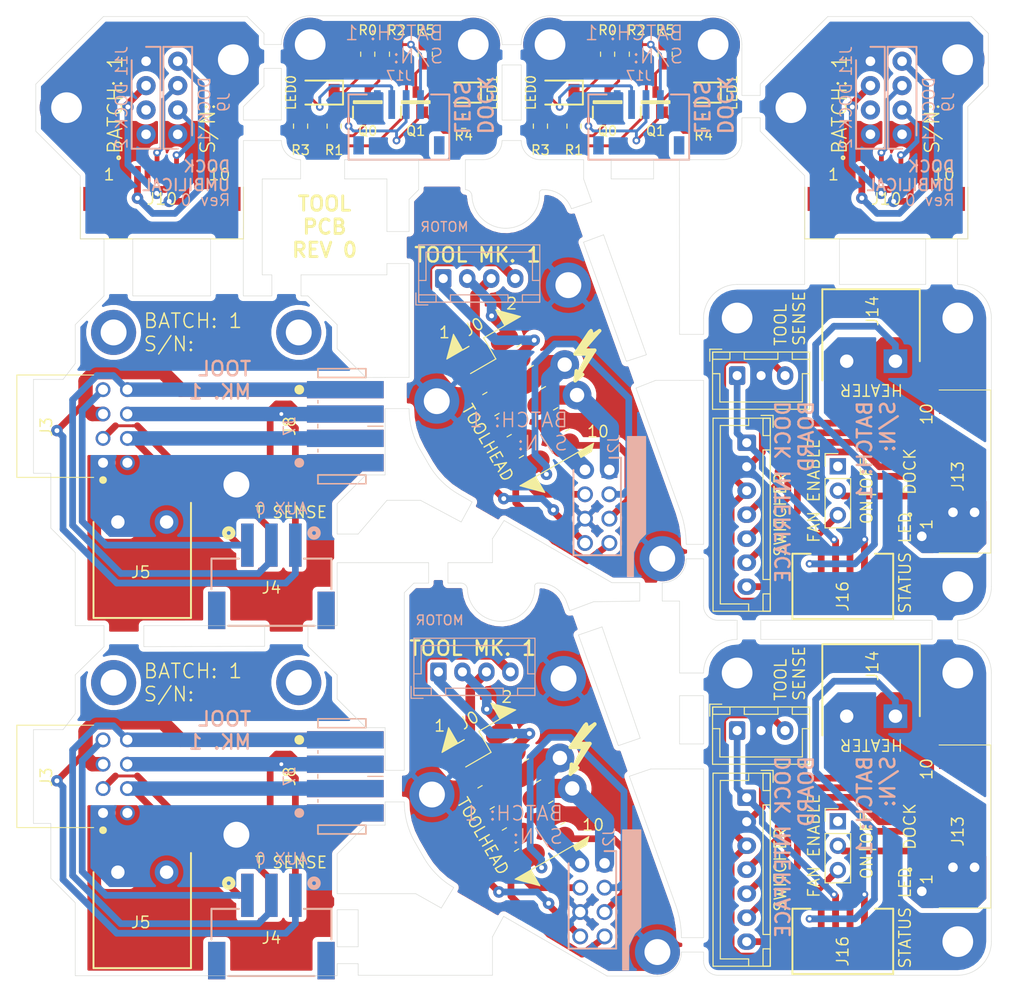
<source format=kicad_pcb>
(kicad_pcb (version 20171130) (host pcbnew "(5.1.9)-1")
  (layers (0 F.Cu signal) (31 B.Cu signal) (34 B.Paste user) (35 F.Paste user) (36 B.SilkS user) (37 F.SilkS user) (38 B.Mask user) (39 F.Mask user) (44 Edge.Cuts user))
  (net 0 "")
  (net 1 /AUX0_2)
  (net 2 /3V3_2)
  (net 3 /GND1_2)
  (net 4 /24V_2)
  (net 5 /HEATER_OUT_2)
  (net 6 /THERM_OUT_2)
  (net 7 /GND_2)
  (net 8 /GND1_1)
  (net 9 /THERM_OUT_1)
  (net 10 /AUX0_1)
  (net 11 /HEATER_OUT_1)
  (net 12 /24V_1)
  (net 13 /3V3_1)
  (net 14 /V_AUX0_1)
  (net 15 /GND_1)
  (net 16 "Net-(H3-Pad1)")
  (net 17 "Net-(H5-Pad1)")
  (net 18 /GND1_0)
  (net 19 /THERM_OUT_0)
  (net 20 /AUX0_0)
  (net 21 /V_AUX0_0)
  (net 22 /1B_0)
  (net 23 /3V3_0)
  (net 24 /GND_0)
  (net 25 /HEATER_OUT_0)
  (net 26 /24V_0)
  (net 27 /1A_0)
  (net 28 /2A_0)
  (net 29 /2B_0)
  (net 30 /5V_3)
  (net 31 /GND_3)
  (net 32 /FAN_3)
  (net 33 /3V3_3)
  (net 34 /THERM_OUT_3)
  (net 35 /GND1_3)
  (net 36 /HEATER_OUT_3)
  (net 37 /AUX0_3)
  (net 38 /24V_3)
  (net 39 "Net-(LED1-Pad1)")
  (net 40 "Net-(J10-Pad4)")
  (net 41 /5V_4)
  (net 42 "Net-(Q0-Pad3)")
  (net 43 "Net-(Q1-Pad3)")
  (net 44 "Net-(Q1-Pad1)")
  (net 45 /TOOL_SEL_3)
  (net 46 /HEATER_OUT_4)
  (net 47 /TOOL_SEL_4)
  (net 48 /GND_4)
  (net 49 "Net-(LED0-Pad1)")
  (net 50 "Net-(J8-Pad3)")
  (net 51 "Net-(J11-Pad3)")
  (net 52 "Net-(J13-Pad4)")
  (net 53 "Net-(JP1-Pad1)")
  (module 0Mosfets:SUPER-SOT-3 (layer F.Cu) (at 180 34 90)
    (fp_text reference Q1 (at -3 0 180) (layer F.SilkS))
    (fp_text value NTR1P02T1G hide)
    (pad 1 smd rect (at -1.05 -0.96 180) (size 0.65 1.2) (layers F.Cu F.Paste F.Mask) (net 44 "Net-(Q1-Pad1)"))
    (pad 2 smd rect (at -1.05 0.96 180) (size 0.65 1.2) (layers F.Cu F.Paste F.Mask) (net 39 "Net-(LED1-Pad1)"))
    (pad 3 smd rect (at 1.05 0 180) (size 0.65 1.2) (layers F.Cu F.Paste F.Mask) (net 43 "Net-(Q1-Pad3)"))
  )
  (module 0Mosfets:SUPER-SOT-3 (layer F.Cu) (at 155 34 90)
    (fp_text reference Q1 (at -3 0 180) (layer F.SilkS))
    (fp_text value NTR1P02T1G hide)
    (pad 1 smd rect (at -1.05 -0.96 180) (size 0.65 1.2) (layers F.Cu F.Paste F.Mask) (net 44 "Net-(Q1-Pad1)"))
    (pad 2 smd rect (at -1.05 0.96 180) (size 0.65 1.2) (layers F.Cu F.Paste F.Mask) (net 39 "Net-(LED1-Pad1)"))
    (pad 3 smd rect (at 1.05 0 180) (size 0.65 1.2) (layers F.Cu F.Paste F.Mask) (net 43 "Net-(Q1-Pad3)"))
  )
  (module 0c-boards:ZF1-10-XX-ZZ-WT-TR (layer F.Cu) (at 204.046 41.546)
    (fp_text reference J10 (at 0 2.54) (layer F.SilkS) (effects (font (size 1.2 1.2))))
    (fp_text value ZF1-10-01-T-WT-TR)
    (fp_text user 10 (at 6 0) (layer F.SilkS) (effects (font (size 1.2 1.2))))
    (fp_text user 1 (at -5.5 0) (layer F.SilkS) (effects (font (size 1.2 1.2))))
    (pad 12 smd rect (at 7.1 2.54) (size 2.2 2.5) (layers F.Cu F.Paste F.Mask))
    (pad 11 smd rect (at -7.1 2.54) (size 2.2 2.5) (layers F.Cu F.Paste F.Mask))
    (pad 10 smd rect (at 4.5 0) (size 0.6 1.8) (layers F.Cu F.Paste F.Mask) (net 5 /HEATER_OUT_2))
    (pad 9 smd rect (at 3.5 0) (size 0.6 1.8) (layers F.Cu F.Paste F.Mask) (net 5 /HEATER_OUT_2))
    (pad 8 smd rect (at 2.5 0) (size 0.6 1.8) (layers F.Cu F.Paste F.Mask) (net 7 /GND_2))
    (pad 7 smd rect (at 1.5 0) (size 0.6 1.8) (layers F.Cu F.Paste F.Mask) (net 3 /GND1_2))
    (pad 6 smd rect (at 0.5 0) (size 0.6 1.8) (layers F.Cu F.Paste F.Mask) (net 6 /THERM_OUT_2))
    (pad 5 smd rect (at -0.5 0) (size 0.6 1.8) (layers F.Cu F.Paste F.Mask) (net 2 /3V3_2))
    (pad 4 smd rect (at -1.5 0) (size 0.6 1.8) (layers F.Cu F.Paste F.Mask) (net 40 "Net-(J10-Pad4)"))
    (pad 3 smd rect (at -2.5 0) (size 0.6 1.8) (layers F.Cu F.Paste F.Mask) (net 1 /AUX0_2))
    (pad 2 smd rect (at -3.5 0) (size 0.6 1.8) (layers F.Cu F.Paste F.Mask) (net 4 /24V_2))
    (pad 1 smd rect (at -4.5 0) (size 0.6 1.8) (layers F.Cu F.Paste F.Mask) (net 4 /24V_2))
  )
  (module 0c-boards:811-S1-004-10-017101 (layer B.Cu) (at 205.695 33.545 90)
    (fp_text reference J9 (at -0.455 4.805 270) (layer B.SilkS) (effects (font (size 1.2 1.2)) (justify mirror)))
    (fp_text value "DOCK 1" (at -1.27 2.791 90) (layer B.SilkS) (effects (font (size 1.2 1.2)) (justify mirror)))
    (pad 4 thru_hole circle (at 3.81 0 90) (size 2 2) (drill 1) (layers *.Cu *.Mask) (net 1 /AUX0_2))
    (pad 3 thru_hole circle (at 1.27 0 90) (size 2 2) (drill 1) (layers *.Cu *.Mask) (net 2 /3V3_2))
    (pad 2 thru_hole circle (at -1.27 0 90) (size 2 2) (drill 1) (layers *.Cu *.Mask) (net 3 /GND1_2))
    (pad 1 thru_hole circle (at -3.81 0 90) (size 2 2) (drill 1) (layers *.Cu *.Mask) (net 5 /HEATER_OUT_2))
  )
  (module 0c-boards:811-S1-004-10-017101 (layer B.Cu) (at 202.395 33.545 270)
    (fp_text reference J11 (at -3.81 2.545 270) (layer B.SilkS) (effects (font (size 1.2 1.2)) (justify mirror)))
    (fp_text value "DOCK 2" (at 1.905 2.545 90) (layer B.SilkS) (effects (font (size 1.2 1.2)) (justify mirror)))
    (pad 4 thru_hole circle (at 3.81 0 270) (size 2 2) (drill 1) (layers *.Cu *.Mask) (net 4 /24V_2))
    (pad 3 thru_hole circle (at 1.27 0 270) (size 2 2) (drill 1) (layers *.Cu *.Mask) (net 51 "Net-(J11-Pad3)"))
    (pad 2 thru_hole circle (at -1.27 0 270) (size 2 2) (drill 1) (layers *.Cu *.Mask) (net 6 /THERM_OUT_2))
    (pad 1 thru_hole circle (at -3.81 0 270) (size 2 2) (drill 1) (layers *.Cu *.Mask) (net 7 /GND_2))
  )
  (module MountingHole:MountingHole_3.2mm_M3_DIN965_Pad_TopBottom (layer F.Cu) (at 194.105 34.575)
    (fp_text reference H7)
    (fp_text value MountingHole_Pad)
    (pad 1 thru_hole circle (at 0 0) (size 3.6 3.6) (drill 3.2) (layers *.Cu *.Mask) (net 7 /GND_2))
    (pad 1 connect circle (at 0 0) (size 5.6 5.6) (layers F.Cu F.Mask) (net 7 /GND_2))
    (pad 1 connect circle (at 0 0) (size 5.6 5.6) (layers B.Cu B.Mask) (net 7 /GND_2))
  )
  (module MountingHole:MountingHole_3.2mm_M3_DIN965_Pad_TopBottom (layer F.Cu) (at 211.485 29.575)
    (fp_text reference H6)
    (fp_text value MountingHole_Pad)
    (pad 1 thru_hole circle (at 0 0) (size 3.6 3.6) (drill 3.2) (layers *.Cu *.Mask) (net 7 /GND_2))
    (pad 1 connect circle (at 0 0) (size 5.6 5.6) (layers F.Cu F.Mask) (net 7 /GND_2))
    (pad 1 connect circle (at 0 0) (size 5.6 5.6) (layers B.Cu B.Mask) (net 7 /GND_2))
  )
  (module 1SamacSys_Parts:LEDC2012X110N (layer F.Cu) (at 185 33 180)
    (fp_text reference LED1 (at -3 0 90) (layer F.SilkS))
    (fp_text value KP-2012SYC hide)
    (pad 1 smd rect (at -1 0 180) (size 0.9 1.4) (layers F.Cu F.Paste F.Mask) (net 39 "Net-(LED1-Pad1)"))
    (pad 2 smd rect (at 1 0 180) (size 0.9 1.4) (layers F.Cu F.Paste F.Mask) (net 47 /TOOL_SEL_4))
  )
  (module Resistor_SMD:R_0805_2012Metric_Pad1.20x1.40mm_HandSolder (layer F.Cu) (at 175 29 90)
    (fp_text reference R0 (at 2.5 0 180) (layer F.SilkS))
    (fp_text value 56.6R)
    (pad 1 smd roundrect (at -1 0 90) (size 1.2 1.4) (layers F.Cu F.Paste F.Mask) (roundrect_rratio 0.208333) (net 49 "Net-(LED0-Pad1)"))
    (pad 2 smd roundrect (at 1 0 90) (size 1.2 1.4) (layers F.Cu F.Paste F.Mask) (roundrect_rratio 0.208333) (net 42 "Net-(Q0-Pad3)"))
  )
  (module 0Mosfets:SOT96P240X110-3N (layer F.Cu) (at 175 34 90)
    (fp_text reference Q0 (at -3 0 180) (layer F.SilkS))
    (fp_text value DMN2300U-7 hide)
    (pad 1 smd rect (at -1.05 -0.96 180) (size 0.65 1.2) (layers F.Cu F.Paste F.Mask) (net 47 /TOOL_SEL_4))
    (pad 2 smd rect (at -1.05 0.96 180) (size 0.65 1.2) (layers F.Cu F.Paste F.Mask) (net 48 /GND_4))
    (pad 3 smd rect (at 1.05 0 180) (size 0.65 1.2) (layers F.Cu F.Paste F.Mask) (net 42 "Net-(Q0-Pad3)"))
  )
  (module Resistor_SMD:R_0805_2012Metric_Pad1.20x1.40mm_HandSolder (layer F.Cu) (at 181 29 90)
    (fp_text reference R5 (at 2.5 0 180) (layer F.SilkS))
    (fp_text value 100R)
    (pad 1 smd roundrect (at -1 0 90) (size 1.2 1.4) (layers F.Cu F.Paste F.Mask) (roundrect_rratio 0.208333) (net 43 "Net-(Q1-Pad3)"))
    (pad 2 smd roundrect (at 1 0 90) (size 1.2 1.4) (layers F.Cu F.Paste F.Mask) (roundrect_rratio 0.208333) (net 48 /GND_4))
  )
  (module MountingHole:MountingHole_3.2mm_M3_DIN965_Pad_TopBottom (layer F.Cu) (at 169 28)
    (fp_text reference H9)
    (fp_text value MountingHole_Pad)
    (pad 1 thru_hole circle (at 0 0) (size 3.6 3.6) (drill 3.2) (layers *.Cu *.Mask) (net 48 /GND_4))
    (pad 1 connect circle (at 0 0) (size 5.6 5.6) (layers F.Cu F.Mask) (net 48 /GND_4))
    (pad 1 connect circle (at 0 0) (size 5.6 5.6) (layers B.Cu B.Mask) (net 48 /GND_4))
  )
  (module MountingHole:MountingHole_3.2mm_M3_DIN965_Pad_TopBottom (layer F.Cu) (at 186 28)
    (fp_text reference H8)
    (fp_text value MountingHole_Pad)
    (pad 1 thru_hole circle (at 0 0) (size 3.6 3.6) (drill 3.2) (layers *.Cu *.Mask) (net 48 /GND_4))
    (pad 1 connect circle (at 0 0) (size 5.6 5.6) (layers F.Cu F.Mask) (net 48 /GND_4))
    (pad 1 connect circle (at 0 0) (size 5.6 5.6) (layers B.Cu B.Mask) (net 48 /GND_4))
  )
  (module Resistor_SMD:R_0805_2012Metric_Pad1.20x1.40mm_HandSolder (layer F.Cu) (at 178 29 270)
    (fp_text reference R2 (at -2.5 0 180) (layer F.SilkS))
    (fp_text value 39K)
    (pad 1 smd roundrect (at -1 0 270) (size 1.2 1.4) (layers F.Cu F.Paste F.Mask) (roundrect_rratio 0.208333) (net 46 /HEATER_OUT_4))
    (pad 2 smd roundrect (at 1 0 270) (size 1.2 1.4) (layers F.Cu F.Paste F.Mask) (roundrect_rratio 0.208333) (net 44 "Net-(Q1-Pad1)"))
  )
  (module Resistor_SMD:R_0805_2012Metric_Pad1.20x1.40mm_HandSolder (layer F.Cu) (at 171.5 36.5 270)
    (fp_text reference R1 (at 2.5 0 180) (layer F.SilkS))
    (fp_text value "10k 0805 may not be needed")
    (pad 1 smd roundrect (at -1 0 270) (size 1.2 1.4) (layers F.Cu F.Paste F.Mask) (roundrect_rratio 0.208333) (net 47 /TOOL_SEL_4))
    (pad 2 smd roundrect (at 1 0 270) (size 1.2 1.4) (layers F.Cu F.Paste F.Mask) (roundrect_rratio 0.208333) (net 48 /GND_4))
  )
  (module Resistor_SMD:R_0805_2012Metric_Pad1.20x1.40mm_HandSolder (layer F.Cu) (at 185 36)
    (fp_text reference R4 (at 0 1.5) (layer F.SilkS))
    (fp_text value 39K)
    (pad 1 smd roundrect (at -1 0) (size 1.2 1.4) (layers F.Cu F.Paste F.Mask) (roundrect_rratio 0.208333) (net 47 /TOOL_SEL_4))
    (pad 2 smd roundrect (at 1 0) (size 1.2 1.4) (layers F.Cu F.Paste F.Mask) (roundrect_rratio 0.208333) (net 39 "Net-(LED1-Pad1)"))
  )
  (module 0_Daves_Stuff:JST-ZH_S4B-ZR-SM4A-TF (layer B.Cu) (at 176 34.25)
    (fp_text reference J17 (at 2.25 -3) (layer B.SilkS) (effects (justify mirror)))
    (fp_text value "DOCK STATUS LEDS")
    (pad 6 smd rect (at 6.45 4.25) (size 1.1 1.9) (layers B.Cu B.Paste B.Mask))
    (pad 5 smd rect (at -1.95 4.25) (size 1.1 1.9) (layers B.Cu B.Paste B.Mask))
    (pad 4 smd rect (at 4.5 0) (size 0.7 3) (layers B.Cu B.Paste B.Mask) (net 46 /HEATER_OUT_4))
    (pad 3 smd rect (at 3 0) (size 0.7 3) (layers B.Cu B.Paste B.Mask) (net 47 /TOOL_SEL_4))
    (pad 2 smd rect (at 1.5 0) (size 0.7 3) (layers B.Cu B.Paste B.Mask) (net 41 /5V_4))
    (pad 1 smd rect (at 0 0) (size 0.7 3) (layers B.Cu B.Paste B.Mask) (net 48 /GND_4))
  )
  (module Resistor_SMD:R_0805_2012Metric_Pad1.20x1.40mm_HandSolder (layer F.Cu) (at 168 36.5 270)
    (fp_text reference R3 (at 2.5 0 180) (layer F.SilkS))
    (fp_text value 10K)
    (pad 1 smd roundrect (at -1 0 270) (size 1.2 1.4) (layers F.Cu F.Paste F.Mask) (roundrect_rratio 0.208333) (net 44 "Net-(Q1-Pad1)"))
    (pad 2 smd roundrect (at 1 0 270) (size 1.2 1.4) (layers F.Cu F.Paste F.Mask) (roundrect_rratio 0.208333) (net 48 /GND_4))
  )
  (module 1SamacSys_Parts:LEDC3216X125N (layer F.Cu) (at 170 33 180)
    (fp_text reference LED0 (at 3 0 90) (layer F.SilkS))
    (fp_text value APTR3216-VFX hide)
    (pad 1 smd rect (at -1.5 0 180) (size 1.15 1.8) (layers F.Cu F.Paste F.Mask) (net 49 "Net-(LED0-Pad1)"))
    (pad 2 smd rect (at 1.5 0 180) (size 1.15 1.8) (layers F.Cu F.Paste F.Mask) (net 41 /5V_4))
  )
  (module 0_Daves_Stuff:Symbol_Highvoltage_Type1_SilkTop_Small (layer F.Cu) (at 171.5 102)
    (fp_text reference REF**)
    (fp_text value Symbol_Highvoltage_Type1_CopperTop_Small)
  )
  (module MountingHole:MountingHole_2.7mm_M2.5_DIN965_Pad_TopBottom (layer F.Cu) (at 180.192256 122.583593)
    (fp_text reference H1)
    (fp_text value MountingHole_Pad)
    (pad 1 connect circle (at 0 0) (size 4.7 4.7) (layers B.Cu B.Mask) (net 24 /GND_0))
    (pad 1 connect circle (at 0 0) (size 4.7 4.7) (layers F.Cu F.Mask) (net 24 /GND_0))
    (pad 1 thru_hole circle (at 0 0) (size 3.1 3.1) (drill 2.7) (layers *.Cu *.Mask) (net 24 /GND_0))
  )
  (module MountingHole:MountingHole_2.7mm_M2.5_DIN965_Pad_TopBottom (layer F.Cu) (at 156.693195 106.163496)
    (fp_text reference H2)
    (fp_text value MountingHole_Pad)
    (pad 1 connect circle (at 0 0) (size 4.7 4.7) (layers B.Cu B.Mask) (net 24 /GND_0))
    (pad 1 connect circle (at 0 0) (size 4.7 4.7) (layers F.Cu F.Mask) (net 24 /GND_0))
    (pad 1 thru_hole circle (at 0 0) (size 3.1 3.1) (drill 2.7) (layers *.Cu *.Mask) (net 24 /GND_0))
  )
  (module 0c-boards:8021001230507101_HS (layer F.Cu) (at 165.393195 106.163496 300)
    (fp_text reference J0 (at -9.125733 0.312841 30 unlocked) (layer F.SilkS) (effects (font (size 1.2 1.2))))
    (fp_text value TOOLHEAD (at 2.058925 5.106845 300 unlocked) (layer F.SilkS) (effects (font (size 1.2 1.2))))
    (pad 1 smd roundrect (at -6.35 1.77 30) (size 3 2) (layers F.Cu F.Paste F.Mask) (roundrect_rratio 0.5) (net 29 /2B_0))
    (pad 2 smd roundrect (at -6.35 -1.778 30) (size 3 2) (layers F.Cu F.Paste F.Mask) (roundrect_rratio 0.5) (net 28 /2A_0))
    (pad 3 smd roundrect (at -3.81 1.778 30) (size 3 2) (layers F.Cu F.Paste F.Mask) (roundrect_rratio 0.5) (net 22 /1B_0))
    (pad 5 smd roundrect (at -1.27 1.778 30) (size 3 2) (layers F.Cu F.Paste F.Mask) (roundrect_rratio 0.5) (net 21 /V_AUX0_0))
    (pad 7 smd roundrect (at 1.27 1.778 30) (size 3 2) (layers F.Cu F.Paste F.Mask) (roundrect_rratio 0.5) (net 20 /AUX0_0))
    (pad 9 smd roundrect (at 3.81 1.778 30) (size 3 2) (layers F.Cu F.Paste F.Mask) (roundrect_rratio 0.5) (net 19 /THERM_OUT_0))
    (pad 11 smd roundrect (at 6.35 1.778 30) (size 3 2) (layers F.Cu F.Paste F.Mask) (roundrect_rratio 0.5) (net 18 /GND1_0))
    (pad 12 smd roundrect (at 6.35 -1.778 30) (size 3 2) (layers F.Cu F.Paste F.Mask) (roundrect_rratio 0.5) (net 23 /3V3_0))
    (pad 10 smd roundrect (at 3.81 -1.778 30) (size 3 2) (layers F.Cu F.Paste F.Mask) (roundrect_rratio 0.5) (net 24 /GND_0))
    (pad 8 smd roundrect (at 1.27 -1.778 30) (size 3 2) (layers F.Cu F.Paste F.Mask) (roundrect_rratio 0.5) (net 25 /HEATER_OUT_0))
    (pad 6 smd roundrect (at -1.27 -1.778 30) (size 3 2) (layers F.Cu F.Paste F.Mask) (roundrect_rratio 0.5) (net 26 /24V_0))
    (pad 4 smd roundrect (at -3.81 -1.778 30) (size 3 2) (layers F.Cu F.Paste F.Mask) (roundrect_rratio 0.5) (net 27 /1A_0))
  )
  (module 1SamacSys_Parts:HDRV8W64P254_2X4_1016X495X838P (layer B.Cu) (at 174.684391 113.332151 270)
    (fp_text reference J2 (at -2.723351 -0.480009 90 unlocked) (layer B.SilkS) (effects (font (size 1.2 1.2)) (justify mirror)))
    (fp_text value "INTERBOARD A" hide)
    (pad 8 thru_hole circle (at 7.62 2.54 270) (size 1.65 1.65) (drill 1.1) (layers *.Cu *.Mask) (net 21 /V_AUX0_0))
    (pad 7 thru_hole circle (at 7.62 0 270) (size 1.65 1.65) (drill 1.1) (layers *.Cu *.Mask) (net 20 /AUX0_0))
    (pad 6 thru_hole circle (at 5.08 2.54 270) (size 1.65 1.65) (drill 1.1) (layers *.Cu *.Mask) (net 24 /GND_0))
    (pad 5 thru_hole circle (at 5.08 0 270) (size 1.65 1.65) (drill 1.1) (layers *.Cu *.Mask) (net 23 /3V3_0))
    (pad 4 thru_hole circle (at 2.54 2.54 270) (size 1.65 1.65) (drill 1.1) (layers *.Cu *.Mask) (net 19 /THERM_OUT_0))
    (pad 3 thru_hole circle (at 2.54 0 270) (size 1.65 1.65) (drill 1.1) (layers *.Cu *.Mask) (net 18 /GND1_0))
    (pad 2 thru_hole circle (at 0 2.54 270) (size 1.65 1.65) (drill 1.1) (layers *.Cu *.Mask) (net 26 /24V_0))
    (pad 1 thru_hole rect (at 0 0 270) (size 1.65 1.65) (drill 1.1) (layers *.Cu *.Mask) (net 25 /HEATER_OUT_0))
  )
  (module Connector_JST:JST_XH_B4B-XH-A_1x04_P2.50mm_Vertical (layer B.Cu) (at 157.370401 93.384383)
    (fp_text reference J1)
    (fp_text value MOTOR (at 0.129599 -5.384383 unlocked) (layer B.SilkS) (effects (justify mirror)))
    (pad 4 thru_hole oval (at 7.5 0) (size 1.7 1.95) (drill 0.95) (layers *.Cu *.Mask) (net 22 /1B_0))
    (pad 3 thru_hole oval (at 5 0) (size 1.7 1.95) (drill 0.95) (layers *.Cu *.Mask) (net 29 /2B_0))
    (pad 2 thru_hole oval (at 2.5 0) (size 1.7 1.95) (drill 0.95) (layers *.Cu *.Mask) (net 28 /2A_0))
    (pad 1 thru_hole roundrect (at 0 0) (size 1.7 1.95) (drill 0.95) (layers *.Cu *.Mask) (roundrect_rratio 0.147059) (net 27 /1A_0))
  )
  (module MountingHole:MountingHole_2.7mm_M2.5_DIN965_Pad_TopBottom (layer F.Cu) (at 170.409462 94.072774)
    (fp_text reference H0)
    (fp_text value MountingHole_Pad)
    (pad 1 connect circle (at 0 0) (size 4.7 4.7) (layers B.Cu B.Mask) (net 24 /GND_0))
    (pad 1 connect circle (at 0 0) (size 4.7 4.7) (layers F.Cu F.Mask) (net 24 /GND_0))
    (pad 1 thru_hole circle (at 0 0) (size 3.1 3.1) (drill 2.7) (layers *.Cu *.Mask) (net 24 /GND_0))
  )
  (module MountingHole:MountingHole_3.2mm_M3_DIN965_Pad_TopBottom (layer F.Cu) (at 211.5 121.5 90)
    (fp_text reference H10)
    (fp_text value MountingHole_Pad)
    (pad 1 thru_hole circle (at 0 0 90) (size 3.6 3.6) (drill 3.2) (layers *.Cu *.Mask) (net 31 /GND_3))
    (pad 1 connect circle (at 0 0 90) (size 5.6 5.6) (layers F.Cu F.Mask) (net 31 /GND_3))
    (pad 1 connect circle (at 0 0 90) (size 5.6 5.6) (layers B.Cu B.Mask) (net 31 /GND_3))
  )
  (module 0_Daves_Stuff:JST_XH_B7B-XH-A_1x07_P2.50mm_Vertical (layer F.Cu) (at 189.5 106.5 270)
    (fp_text reference J12)
    (fp_text value SWITCHER (at 7.5 -3.5 90) (layer F.SilkS) (effects (font (size 1.2 1.2))))
    (pad 1 thru_hole roundrect (at 0 0 270) (size 1.7 1.95) (drill 0.95) (layers *.Cu *.Mask) (roundrect_rratio 0.147059) (net 45 /TOOL_SEL_3))
    (pad 2 thru_hole oval (at 2.5 0 270) (size 1.7 1.95) (drill 0.95) (layers *.Cu *.Mask) (net 31 /GND_3))
    (pad 3 thru_hole oval (at 5 0 270) (size 1.7 1.95) (drill 0.95) (layers *.Cu *.Mask) (net 30 /5V_3))
    (pad 4 thru_hole oval (at 7.5 0 270) (size 1.7 1.95) (drill 0.95) (layers *.Cu *.Mask) (net 35 /GND1_3))
    (pad 5 thru_hole oval (at 10 0 270) (size 1.7 1.95) (drill 0.95) (layers *.Cu *.Mask) (net 34 /THERM_OUT_3))
    (pad 6 thru_hole oval (at 12.5 0 270) (size 1.7 1.95) (drill 0.95) (layers *.Cu *.Mask) (net 33 /3V3_3))
    (pad 7 thru_hole oval (at 15 0 270) (size 1.7 1.95) (drill 0.95) (layers *.Cu *.Mask) (net 32 /FAN_3))
  )
  (module 0_Daves_Stuff:JST-ZH_S4B-ZR-SM4A-TF (layer F.Cu) (at 201.765 119.12 180)
    (fp_text reference J16 (at 2.265 -3.38 270) (layer F.SilkS) (effects (font (size 1.2 1.2))))
    (fp_text value "STATUS LED" (at -4.235 0.12 270) (layer F.SilkS) (effects (font (size 1.2 1.2))))
    (pad 1 smd rect (at 0 0 180) (size 0.7 3) (layers F.Cu F.Paste F.Mask) (net 31 /GND_3))
    (pad 2 smd rect (at 1.5 0 180) (size 0.7 3) (layers F.Cu F.Paste F.Mask) (net 30 /5V_3))
    (pad 3 smd rect (at 3 0 180) (size 0.7 3) (layers F.Cu F.Paste F.Mask) (net 45 /TOOL_SEL_3))
    (pad 4 smd rect (at 4.5 0 180) (size 0.7 3) (layers F.Cu F.Paste F.Mask) (net 36 /HEATER_OUT_3))
    (pad 5 smd rect (at -1.95 -4.25 180) (size 1.1 1.9) (layers F.Cu F.Paste F.Mask))
    (pad 6 smd rect (at 6.45 -4.25 180) (size 1.1 1.9) (layers F.Cu F.Paste F.Mask))
  )
  (module 0c-boards:ZF1-10-XX-ZZ-WT-TR (layer F.Cu) (at 208.25 109.5 90)
    (fp_text reference J13 (at -0.5 3.25 90) (layer F.SilkS) (effects (font (size 1.2 1.2))))
    (fp_text value DOCK (at 0 -1.75 90) (layer F.SilkS) (effects (font (size 1.2 1.2))))
    (fp_text user 10 (at 6 0 90) (layer F.SilkS) (effects (font (size 1.2 1.2))))
    (fp_text user 1 (at -5.5 0 90) (layer F.SilkS) (effects (font (size 1.2 1.2))))
    (pad 12 smd rect (at 7.1 2.54 90) (size 2.2 2.5) (layers F.Cu F.Paste F.Mask))
    (pad 11 smd rect (at -7.1 2.54 90) (size 2.2 2.5) (layers F.Cu F.Paste F.Mask))
    (pad 10 smd rect (at 4.5 0 90) (size 0.6 1.8) (layers F.Cu F.Paste F.Mask) (net 36 /HEATER_OUT_3))
    (pad 9 smd rect (at 3.5 0 90) (size 0.6 1.8) (layers F.Cu F.Paste F.Mask) (net 36 /HEATER_OUT_3))
    (pad 8 smd rect (at 2.5 0 90) (size 0.6 1.8) (layers F.Cu F.Paste F.Mask) (net 31 /GND_3))
    (pad 7 smd rect (at 1.5 0 90) (size 0.6 1.8) (layers F.Cu F.Paste F.Mask) (net 35 /GND1_3))
    (pad 6 smd rect (at 0.5 0 90) (size 0.6 1.8) (layers F.Cu F.Paste F.Mask) (net 34 /THERM_OUT_3))
    (pad 5 smd rect (at -0.5 0 90) (size 0.6 1.8) (layers F.Cu F.Paste F.Mask) (net 33 /3V3_3))
    (pad 4 smd rect (at -1.5 0 90) (size 0.6 1.8) (layers F.Cu F.Paste F.Mask) (net 52 "Net-(J13-Pad4)"))
    (pad 3 smd rect (at -2.5 0 90) (size 0.6 1.8) (layers F.Cu F.Paste F.Mask) (net 37 /AUX0_3))
    (pad 2 smd rect (at -3.5 0 90) (size 0.6 1.8) (layers F.Cu F.Paste F.Mask) (net 38 /24V_3))
    (pad 1 smd rect (at -4.5 0 90) (size 0.6 1.8) (layers F.Cu F.Paste F.Mask) (net 38 /24V_3))
  )
  (module MountingHole:MountingHole_3.2mm_M3_DIN965_Pad_TopBottom (layer F.Cu) (at 211.5 93.5 90)
    (fp_text reference H11)
    (fp_text value MountingHole_Pad)
    (pad 1 thru_hole circle (at 0 0 90) (size 3.6 3.6) (drill 3.2) (layers *.Cu *.Mask) (net 31 /GND_3))
    (pad 1 connect circle (at 0 0 90) (size 5.6 5.6) (layers F.Cu F.Mask) (net 31 /GND_3))
    (pad 1 connect circle (at 0 0 90) (size 5.6 5.6) (layers B.Cu B.Mask) (net 31 /GND_3))
  )
  (module 0_Daves_Stuff:JST_XH_B3B-XH-A_1x03_P2.50mm_Vertical (layer F.Cu) (at 188.5 99.5)
    (fp_text reference J15)
    (fp_text value "TOOL SENSOR")
    (pad 1 thru_hole roundrect (at 0 0) (size 1.7 1.95) (drill 0.95) (layers *.Cu *.Mask) (roundrect_rratio 0.147059) (net 45 /TOOL_SEL_3))
    (pad 2 thru_hole oval (at 2.5 0) (size 1.7 1.95) (drill 0.95) (layers *.Cu *.Mask) (net 31 /GND_3))
    (pad 3 thru_hole oval (at 5 0) (size 1.7 1.95) (drill 0.95) (layers *.Cu *.Mask) (net 30 /5V_3))
  )
  (module 1SamacSys_Parts:SHDRRA2W102P0X508_1X2_1016X1200X850P (layer F.Cu) (at 205 98)
    (fp_text reference J14 (at -2.3876 -5.2324 270) (layer F.SilkS) (effects (font (size 1.2 1.2))))
    (fp_text value HEATER (at -2.5 3 180 unlocked) (layer F.SilkS) (effects (font (size 1.2 1.2))))
    (pad 1 thru_hole rect (at 0 0) (size 2.475 2.475) (drill 1.4) (layers *.Cu *.Mask) (net 36 /HEATER_OUT_3))
    (pad 2 thru_hole circle (at -5.08 0) (size 2.475 2.475) (drill 1.4) (layers *.Cu *.Mask) (net 38 /24V_3))
  )
  (module Connector_PinHeader_2.54mm:PinHeader_1x03_P2.54mm_Vertical (layer F.Cu) (at 199 108.96)
    (fp_text reference JP1)
    (fp_text value "FAN ENABLE" (at -2.5 2.54 90 unlocked) (layer F.SilkS) (effects (font (size 1.2 1.2))))
    (pad 1 thru_hole rect (at 0 0) (size 1.7 1.7) (drill 1) (layers *.Cu *.Mask) (net 53 "Net-(JP1-Pad1)"))
    (pad 2 thru_hole oval (at 0 2.54) (size 1.7 1.7) (drill 1) (layers *.Cu *.Mask) (net 37 /AUX0_3))
    (pad 3 thru_hole oval (at 0 5.08) (size 1.7 1.7) (drill 1) (layers *.Cu *.Mask) (net 32 /FAN_3))
  )
  (module MountingHole:MountingHole_3.2mm_M3_DIN965_Pad_TopBottom (layer F.Cu) (at 188.5 93.5 90)
    (fp_text reference H12)
    (fp_text value MountingHole_Pad)
    (pad 1 thru_hole circle (at 0 0 90) (size 3.6 3.6) (drill 3.2) (layers *.Cu *.Mask) (net 31 /GND_3))
    (pad 1 connect circle (at 0 0 90) (size 5.6 5.6) (layers F.Cu F.Mask) (net 31 /GND_3))
    (pad 1 connect circle (at 0 0 90) (size 5.6 5.6) (layers B.Cu B.Mask) (net 31 /GND_3))
  )
  (module 1SamacSys_Parts:SSW-104-XX-YYY-D-RA (layer F.Cu) (at 122.41 71.585 270)
    (fp_text reference J3 (at -3.731 5.91 90) (layer F.SilkS) (effects (font (size 1.2 1.2))))
    (fp_text value "INTERBOARD B" hide)
    (pad 1 thru_hole circle (at 0 0 270) (size 1.55 1.55) (drill 1.04) (layers *.Cu *.Mask) (net 11 /HEATER_OUT_1))
    (pad 2 thru_hole circle (at 0 -2.54 270) (size 1.55 1.55) (drill 1.04) (layers *.Cu *.Mask) (net 12 /24V_1))
    (pad 3 thru_hole circle (at -2.54 0 270) (size 1.55 1.55) (drill 1.04) (layers *.Cu *.Mask) (net 9 /THERM_OUT_1))
    (pad 4 thru_hole circle (at -2.54 -2.54 270) (size 1.55 1.55) (drill 1.04) (layers *.Cu *.Mask) (net 8 /GND1_1))
    (pad 5 thru_hole circle (at -5.08 0 270) (size 1.55 1.55) (drill 1.04) (layers *.Cu *.Mask) (net 15 /GND_1))
    (pad 6 thru_hole circle (at -5.08 -2.54 270) (size 1.55 1.55) (drill 1.04) (layers *.Cu *.Mask) (net 13 /3V3_1))
    (pad 7 thru_hole circle (at -7.62 0 270) (size 1.55 1.55) (drill 1.04) (layers *.Cu *.Mask) (net 14 /V_AUX0_1))
    (pad 8 thru_hole circle (at -7.62 -2.54 270) (size 1.55 1.55) (drill 1.04) (layers *.Cu *.Mask) (net 10 /AUX0_1))
  )
  (module 0c-boards:8MM11000402131_handsolder (layer F.Cu) (at 148.2 67.775 270)
    (fp_text reference J8 (at 0 6.35 90) (layer F.SilkS) (effects (font (size 1.2 1.2))))
    (fp_text value "DOCK INT 2" hide)
    (pad 1 smd rect (at -3.81 0.539 270) (size 1.8 8) (layers F.Cu F.Paste F.Mask) (net 15 /GND_1))
    (pad 2 smd rect (at -1.27 0.539 270) (size 1.8 8) (layers F.Cu F.Paste F.Mask) (net 9 /THERM_OUT_1))
    (pad 3 smd rect (at 1.27 0.539 270) (size 1.8 8) (layers F.Cu F.Paste F.Mask) (net 50 "Net-(J8-Pad3)"))
    (pad 4 smd rect (at 3.81 0.539 270) (size 1.8 8) (layers F.Cu F.Paste F.Mask) (net 12 /24V_1))
  )
  (module 1SamacSys_Parts:SHDRRA2W102P0X508_1X2_1016X1200X850P (layer F.Cu) (at 123.955 77.76 180)
    (fp_text reference J5 (at -2.3876 -5.2324) (layer F.SilkS) (effects (font (size 1.2 1.2))))
    (fp_text value HEATER)
    (pad 1 thru_hole rect (at 0 0 180) (size 2.475 2.475) (drill 1.4) (layers *.Cu *.Mask) (net 11 /HEATER_OUT_1))
    (pad 2 thru_hole circle (at -5.08 0 180) (size 2.475 2.475) (drill 1.4) (layers *.Cu *.Mask) (net 12 /24V_1))
  )
  (module 0_Daves_Stuff:JST-XH_2.50MM_03x01_SMT (layer F.Cu) (at 139.957 80.173)
    (fp_text reference J4 (at 0 4.445 180) (layer F.SilkS) (effects (font (size 1.2 1.2))))
    (fp_text value "T SENSE" (at 2.043 -3.429 180) (layer F.SilkS) (effects (font (size 1.2 1.2))))
    (pad 5 smd rect (at 5.7 6.8) (size 1.8 3.9) (layers F.Cu F.Paste F.Mask))
    (pad 4 smd rect (at -5.7 6.8) (size 1.8 3.9) (layers F.Cu F.Paste F.Mask))
    (pad 3 smd rect (at 2.5 0) (size 1.3 4.5) (layers F.Cu F.Paste F.Mask) (net 13 /3V3_1))
    (pad 2 smd rect (at 0 0) (size 1.3 4.5) (layers F.Cu F.Paste F.Mask) (net 9 /THERM_OUT_1))
    (pad 1 smd rect (at -2.5 0) (size 1.3 4.5) (layers F.Cu F.Paste F.Mask) (net 8 /GND1_1))
  )
  (module 0c-boards:8MM11000402131_handsolder (layer B.Cu) (at 148.2 67.775 90)
    (fp_text reference J7 (at 0 -6.35 270) (layer B.SilkS) (effects (font (size 1.2 1.2)) (justify mirror)))
    (fp_text value "DOCK INT 1" hide)
    (pad 1 smd rect (at -3.81 -0.539 90) (size 1.8 8) (layers B.Cu B.Paste B.Mask) (net 11 /HEATER_OUT_1))
    (pad 2 smd rect (at -1.27 -0.539 90) (size 1.8 8) (layers B.Cu B.Paste B.Mask) (net 8 /GND1_1))
    (pad 3 smd rect (at 1.27 -0.539 90) (size 1.8 8) (layers B.Cu B.Paste B.Mask) (net 13 /3V3_1))
    (pad 4 smd rect (at 3.81 -0.539 90) (size 1.8 8) (layers B.Cu B.Paste B.Mask) (net 10 /AUX0_1))
  )
  (module 0_Daves_Stuff:JST-XH_2.50MM_03x01_SMT (layer B.Cu) (at 139.957 80.173 180)
    (fp_text reference J6)
    (fp_text value "AUX 0" (at -1.043 3.81) (layer B.SilkS) (effects (font (size 1.2 1.2)) (justify mirror)))
    (pad 5 smd rect (at 5.7 -6.8 180) (size 1.8 3.9) (layers B.Cu B.Paste B.Mask))
    (pad 4 smd rect (at -5.7 -6.8 180) (size 1.8 3.9) (layers B.Cu B.Paste B.Mask))
    (pad 3 smd rect (at 2.5 0 180) (size 1.3 4.5) (layers B.Cu B.Paste B.Mask) (net 14 /V_AUX0_1))
    (pad 2 smd rect (at 0 0 180) (size 1.3 4.5) (layers B.Cu B.Paste B.Mask) (net 10 /AUX0_1))
    (pad 1 smd rect (at -2.5 0 180) (size 1.3 4.5) (layers B.Cu B.Paste B.Mask) (net 15 /GND_1))
  )
  (module MountingHole:MountingHole_2.7mm_M2.5_DIN965_Pad_TopBottom (layer F.Cu) (at 123.51 58)
    (fp_text reference H3)
    (fp_text value MountingHole_Pad)
    (pad 1 connect circle (at 0 0) (size 4.7 4.7) (layers B.Cu B.Mask) (net 16 "Net-(H3-Pad1)"))
    (pad 1 connect circle (at 0 0) (size 4.7 4.7) (layers F.Cu F.Mask) (net 16 "Net-(H3-Pad1)"))
    (pad 1 thru_hole circle (at 0 0) (size 3.1 3.1) (drill 2.7) (layers *.Cu *.Mask) (net 16 "Net-(H3-Pad1)"))
  )
  (module MountingHole:MountingHole_2.7mm_M2.5_DIN965_Pad_TopBottom (layer F.Cu) (at 142.809999 58)
    (fp_text reference H5)
    (fp_text value MountingHole_Pad)
    (pad 1 connect circle (at 0 0) (size 4.7 4.7) (layers B.Cu B.Mask) (net 17 "Net-(H5-Pad1)"))
    (pad 1 connect circle (at 0 0) (size 4.7 4.7) (layers F.Cu F.Mask) (net 17 "Net-(H5-Pad1)"))
    (pad 1 thru_hole circle (at 0 0) (size 3.1 3.1) (drill 2.7) (layers *.Cu *.Mask) (net 17 "Net-(H5-Pad1)"))
  )
  (module MountingHole:MountingHole_2.7mm_M2.5_DIN965_Pad_TopBottom (layer F.Cu) (at 136.31 73.855)
    (fp_text reference H4)
    (fp_text value MountingHole_Pad)
    (pad 1 connect circle (at 0 0) (size 4.7 4.7) (layers B.Cu B.Mask) (net 11 /HEATER_OUT_1))
    (pad 1 connect circle (at 0 0) (size 4.7 4.7) (layers F.Cu F.Mask) (net 11 /HEATER_OUT_1))
    (pad 1 thru_hole circle (at 0 0) (size 3.1 3.1) (drill 2.7) (layers *.Cu *.Mask) (net 11 /HEATER_OUT_1))
  )
  (module 0_Daves_Stuff:Symbol_Highvoltage_Type1_SilkTop_Small (layer F.Cu) (at 172 61)
    (fp_text reference REF**)
    (fp_text value Symbol_Highvoltage_Type1_CopperTop_Small)
  )
  (module 1SamacSys_Parts:LEDC3216X125N (layer F.Cu) (at 145 33 180)
    (fp_text reference LED0 (at 3 0 90) (layer F.SilkS))
    (fp_text value APTR3216-VFX hide)
    (pad 2 smd rect (at 1.5 0 180) (size 1.15 1.8) (layers F.Cu F.Paste F.Mask) (net 41 /5V_4))
    (pad 1 smd rect (at -1.5 0 180) (size 1.15 1.8) (layers F.Cu F.Paste F.Mask) (net 49 "Net-(LED0-Pad1)"))
  )
  (module 0c-boards:8021001230507101_HS (layer F.Cu) (at 165.893195 65.163496 300)
    (fp_text reference J0 (at -9.125733 0.312841 30 unlocked) (layer F.SilkS) (effects (font (size 1.2 1.2))))
    (fp_text value TOOLHEAD (at 2.058925 5.106845 300 unlocked) (layer F.SilkS) (effects (font (size 1.2 1.2))))
    (pad 4 smd roundrect (at -3.81 -1.778 30) (size 3 2) (layers F.Cu F.Paste F.Mask) (roundrect_rratio 0.5) (net 27 /1A_0))
    (pad 6 smd roundrect (at -1.27 -1.778 30) (size 3 2) (layers F.Cu F.Paste F.Mask) (roundrect_rratio 0.5) (net 26 /24V_0))
    (pad 8 smd roundrect (at 1.27 -1.778 30) (size 3 2) (layers F.Cu F.Paste F.Mask) (roundrect_rratio 0.5) (net 25 /HEATER_OUT_0))
    (pad 10 smd roundrect (at 3.81 -1.778 30) (size 3 2) (layers F.Cu F.Paste F.Mask) (roundrect_rratio 0.5) (net 24 /GND_0))
    (pad 12 smd roundrect (at 6.35 -1.778 30) (size 3 2) (layers F.Cu F.Paste F.Mask) (roundrect_rratio 0.5) (net 23 /3V3_0))
    (pad 11 smd roundrect (at 6.35 1.778 30) (size 3 2) (layers F.Cu F.Paste F.Mask) (roundrect_rratio 0.5) (net 18 /GND1_0))
    (pad 9 smd roundrect (at 3.81 1.778 30) (size 3 2) (layers F.Cu F.Paste F.Mask) (roundrect_rratio 0.5) (net 19 /THERM_OUT_0))
    (pad 7 smd roundrect (at 1.27 1.778 30) (size 3 2) (layers F.Cu F.Paste F.Mask) (roundrect_rratio 0.5) (net 20 /AUX0_0))
    (pad 5 smd roundrect (at -1.27 1.778 30) (size 3 2) (layers F.Cu F.Paste F.Mask) (roundrect_rratio 0.5) (net 21 /V_AUX0_0))
    (pad 3 smd roundrect (at -3.81 1.778 30) (size 3 2) (layers F.Cu F.Paste F.Mask) (roundrect_rratio 0.5) (net 22 /1B_0))
    (pad 2 smd roundrect (at -6.35 -1.778 30) (size 3 2) (layers F.Cu F.Paste F.Mask) (roundrect_rratio 0.5) (net 28 /2A_0))
    (pad 1 smd roundrect (at -6.35 1.77 30) (size 3 2) (layers F.Cu F.Paste F.Mask) (roundrect_rratio 0.5) (net 29 /2B_0))
  )
  (module 1SamacSys_Parts:HDRV8W64P254_2X4_1016X495X838P (layer B.Cu) (at 175.184391 72.332151 270)
    (fp_text reference J2 (at -2.723351 -0.480009 90 unlocked) (layer B.SilkS) (effects (font (size 1.2 1.2)) (justify mirror)))
    (fp_text value "INTERBOARD A" hide)
    (pad 1 thru_hole rect (at 0 0 270) (size 1.65 1.65) (drill 1.1) (layers *.Cu *.Mask) (net 25 /HEATER_OUT_0))
    (pad 2 thru_hole circle (at 0 2.54 270) (size 1.65 1.65) (drill 1.1) (layers *.Cu *.Mask) (net 26 /24V_0))
    (pad 3 thru_hole circle (at 2.54 0 270) (size 1.65 1.65) (drill 1.1) (layers *.Cu *.Mask) (net 18 /GND1_0))
    (pad 4 thru_hole circle (at 2.54 2.54 270) (size 1.65 1.65) (drill 1.1) (layers *.Cu *.Mask) (net 19 /THERM_OUT_0))
    (pad 5 thru_hole circle (at 5.08 0 270) (size 1.65 1.65) (drill 1.1) (layers *.Cu *.Mask) (net 23 /3V3_0))
    (pad 6 thru_hole circle (at 5.08 2.54 270) (size 1.65 1.65) (drill 1.1) (layers *.Cu *.Mask) (net 24 /GND_0))
    (pad 7 thru_hole circle (at 7.62 0 270) (size 1.65 1.65) (drill 1.1) (layers *.Cu *.Mask) (net 20 /AUX0_0))
    (pad 8 thru_hole circle (at 7.62 2.54 270) (size 1.65 1.65) (drill 1.1) (layers *.Cu *.Mask) (net 21 /V_AUX0_0))
  )
  (module Connector_JST:JST_XH_B4B-XH-A_1x04_P2.50mm_Vertical (layer B.Cu) (at 157.870401 52.384383)
    (fp_text reference J1)
    (fp_text value MOTOR (at 0.129599 -5.384383 unlocked) (layer B.SilkS) (effects (justify mirror)))
    (pad 1 thru_hole roundrect (at 0 0) (size 1.7 1.95) (drill 0.95) (layers *.Cu *.Mask) (roundrect_rratio 0.147059) (net 27 /1A_0))
    (pad 2 thru_hole oval (at 2.5 0) (size 1.7 1.95) (drill 0.95) (layers *.Cu *.Mask) (net 28 /2A_0))
    (pad 3 thru_hole oval (at 5 0) (size 1.7 1.95) (drill 0.95) (layers *.Cu *.Mask) (net 29 /2B_0))
    (pad 4 thru_hole oval (at 7.5 0) (size 1.7 1.95) (drill 0.95) (layers *.Cu *.Mask) (net 22 /1B_0))
  )
  (module MountingHole:MountingHole_2.7mm_M2.5_DIN965_Pad_TopBottom (layer F.Cu) (at 170.909462 53.072774)
    (fp_text reference H0)
    (fp_text value MountingHole_Pad)
    (pad 1 thru_hole circle (at 0 0) (size 3.1 3.1) (drill 2.7) (layers *.Cu *.Mask) (net 24 /GND_0))
    (pad 1 connect circle (at 0 0) (size 4.7 4.7) (layers F.Cu F.Mask) (net 24 /GND_0))
    (pad 1 connect circle (at 0 0) (size 4.7 4.7) (layers B.Cu B.Mask) (net 24 /GND_0))
  )
  (module MountingHole:MountingHole_2.7mm_M2.5_DIN965_Pad_TopBottom (layer F.Cu) (at 180.692256 81.583593)
    (fp_text reference H1)
    (fp_text value MountingHole_Pad)
    (pad 1 thru_hole circle (at 0 0) (size 3.1 3.1) (drill 2.7) (layers *.Cu *.Mask) (net 24 /GND_0))
    (pad 1 connect circle (at 0 0) (size 4.7 4.7) (layers F.Cu F.Mask) (net 24 /GND_0))
    (pad 1 connect circle (at 0 0) (size 4.7 4.7) (layers B.Cu B.Mask) (net 24 /GND_0))
  )
  (module MountingHole:MountingHole_2.7mm_M2.5_DIN965_Pad_TopBottom (layer F.Cu) (at 157.193195 65.163496)
    (fp_text reference H2)
    (fp_text value MountingHole_Pad)
    (pad 1 thru_hole circle (at 0 0) (size 3.1 3.1) (drill 2.7) (layers *.Cu *.Mask) (net 24 /GND_0))
    (pad 1 connect circle (at 0 0) (size 4.7 4.7) (layers F.Cu F.Mask) (net 24 /GND_0))
    (pad 1 connect circle (at 0 0) (size 4.7 4.7) (layers B.Cu B.Mask) (net 24 /GND_0))
  )
  (module 1SamacSys_Parts:SHDRRA2W102P0X508_1X2_1016X1200X850P (layer F.Cu) (at 205 61)
    (fp_text reference J14 (at -2.3876 -5.2324 270) (layer F.SilkS) (effects (font (size 1.2 1.2))))
    (fp_text value HEATER (at -2.5 3 180 unlocked) (layer F.SilkS) (effects (font (size 1.2 1.2))))
    (pad 2 thru_hole circle (at -5.08 0) (size 2.475 2.475) (drill 1.4) (layers *.Cu *.Mask) (net 38 /24V_3))
    (pad 1 thru_hole rect (at 0 0) (size 2.475 2.475) (drill 1.4) (layers *.Cu *.Mask) (net 36 /HEATER_OUT_3))
  )
  (module 0_Daves_Stuff:JST_XH_B7B-XH-A_1x07_P2.50mm_Vertical (layer F.Cu) (at 189.5 69.5 270)
    (fp_text reference J12)
    (fp_text value SWITCHER (at 7.5 -3.5 90) (layer F.SilkS) (effects (font (size 1.2 1.2))))
    (pad 7 thru_hole oval (at 15 0 270) (size 1.7 1.95) (drill 0.95) (layers *.Cu *.Mask) (net 32 /FAN_3))
    (pad 6 thru_hole oval (at 12.5 0 270) (size 1.7 1.95) (drill 0.95) (layers *.Cu *.Mask) (net 33 /3V3_3))
    (pad 5 thru_hole oval (at 10 0 270) (size 1.7 1.95) (drill 0.95) (layers *.Cu *.Mask) (net 34 /THERM_OUT_3))
    (pad 4 thru_hole oval (at 7.5 0 270) (size 1.7 1.95) (drill 0.95) (layers *.Cu *.Mask) (net 35 /GND1_3))
    (pad 3 thru_hole oval (at 5 0 270) (size 1.7 1.95) (drill 0.95) (layers *.Cu *.Mask) (net 30 /5V_3))
    (pad 2 thru_hole oval (at 2.5 0 270) (size 1.7 1.95) (drill 0.95) (layers *.Cu *.Mask) (net 31 /GND_3))
    (pad 1 thru_hole roundrect (at 0 0 270) (size 1.7 1.95) (drill 0.95) (layers *.Cu *.Mask) (roundrect_rratio 0.147059) (net 45 /TOOL_SEL_3))
  )
  (module MountingHole:MountingHole_3.2mm_M3_DIN965_Pad_TopBottom (layer F.Cu) (at 188.5 56.5 90)
    (fp_text reference H12)
    (fp_text value MountingHole_Pad)
    (pad 1 connect circle (at 0 0 90) (size 5.6 5.6) (layers B.Cu B.Mask) (net 31 /GND_3))
    (pad 1 connect circle (at 0 0 90) (size 5.6 5.6) (layers F.Cu F.Mask) (net 31 /GND_3))
    (pad 1 thru_hole circle (at 0 0 90) (size 3.6 3.6) (drill 3.2) (layers *.Cu *.Mask) (net 31 /GND_3))
  )
  (module 0c-boards:ZF1-10-XX-ZZ-WT-TR (layer F.Cu) (at 208.25 72.5 90)
    (fp_text reference J13 (at -0.5 3.25 90) (layer F.SilkS) (effects (font (size 1.2 1.2))))
    (fp_text value DOCK (at 0 -1.75 90) (layer F.SilkS) (effects (font (size 1.2 1.2))))
    (fp_text user 1 (at -5.5 0 90) (layer F.SilkS) (effects (font (size 1.2 1.2))))
    (fp_text user 10 (at 6 0 90) (layer F.SilkS) (effects (font (size 1.2 1.2))))
    (pad 1 smd rect (at -4.5 0 90) (size 0.6 1.8) (layers F.Cu F.Paste F.Mask) (net 38 /24V_3))
    (pad 2 smd rect (at -3.5 0 90) (size 0.6 1.8) (layers F.Cu F.Paste F.Mask) (net 38 /24V_3))
    (pad 3 smd rect (at -2.5 0 90) (size 0.6 1.8) (layers F.Cu F.Paste F.Mask) (net 37 /AUX0_3))
    (pad 4 smd rect (at -1.5 0 90) (size 0.6 1.8) (layers F.Cu F.Paste F.Mask) (net 52 "Net-(J13-Pad4)"))
    (pad 5 smd rect (at -0.5 0 90) (size 0.6 1.8) (layers F.Cu F.Paste F.Mask) (net 33 /3V3_3))
    (pad 6 smd rect (at 0.5 0 90) (size 0.6 1.8) (layers F.Cu F.Paste F.Mask) (net 34 /THERM_OUT_3))
    (pad 7 smd rect (at 1.5 0 90) (size 0.6 1.8) (layers F.Cu F.Paste F.Mask) (net 35 /GND1_3))
    (pad 8 smd rect (at 2.5 0 90) (size 0.6 1.8) (layers F.Cu F.Paste F.Mask) (net 31 /GND_3))
    (pad 9 smd rect (at 3.5 0 90) (size 0.6 1.8) (layers F.Cu F.Paste F.Mask) (net 36 /HEATER_OUT_3))
    (pad 10 smd rect (at 4.5 0 90) (size 0.6 1.8) (layers F.Cu F.Paste F.Mask) (net 36 /HEATER_OUT_3))
    (pad 11 smd rect (at -7.1 2.54 90) (size 2.2 2.5) (layers F.Cu F.Paste F.Mask))
    (pad 12 smd rect (at 7.1 2.54 90) (size 2.2 2.5) (layers F.Cu F.Paste F.Mask))
  )
  (module 0_Daves_Stuff:JST_XH_B3B-XH-A_1x03_P2.50mm_Vertical (layer F.Cu) (at 188.5 62.5)
    (fp_text reference J15)
    (fp_text value "TOOL SENSOR")
    (pad 3 thru_hole oval (at 5 0) (size 1.7 1.95) (drill 0.95) (layers *.Cu *.Mask) (net 30 /5V_3))
    (pad 2 thru_hole oval (at 2.5 0) (size 1.7 1.95) (drill 0.95) (layers *.Cu *.Mask) (net 31 /GND_3))
    (pad 1 thru_hole roundrect (at 0 0) (size 1.7 1.95) (drill 0.95) (layers *.Cu *.Mask) (roundrect_rratio 0.147059) (net 45 /TOOL_SEL_3))
  )
  (module MountingHole:MountingHole_3.2mm_M3_DIN965_Pad_TopBottom (layer F.Cu) (at 211.5 56.5 90)
    (fp_text reference H11)
    (fp_text value MountingHole_Pad)
    (pad 1 connect circle (at 0 0 90) (size 5.6 5.6) (layers B.Cu B.Mask) (net 31 /GND_3))
    (pad 1 connect circle (at 0 0 90) (size 5.6 5.6) (layers F.Cu F.Mask) (net 31 /GND_3))
    (pad 1 thru_hole circle (at 0 0 90) (size 3.6 3.6) (drill 3.2) (layers *.Cu *.Mask) (net 31 /GND_3))
  )
  (module Connector_PinHeader_2.54mm:PinHeader_1x03_P2.54mm_Vertical (layer F.Cu) (at 199 71.96)
    (fp_text reference JP1)
    (fp_text value "FAN ENABLE" (at -2.5 2.54 90 unlocked) (layer F.SilkS) (effects (font (size 1.2 1.2))))
    (pad 3 thru_hole oval (at 0 5.08) (size 1.7 1.7) (drill 1) (layers *.Cu *.Mask) (net 32 /FAN_3))
    (pad 2 thru_hole oval (at 0 2.54) (size 1.7 1.7) (drill 1) (layers *.Cu *.Mask) (net 37 /AUX0_3))
    (pad 1 thru_hole rect (at 0 0) (size 1.7 1.7) (drill 1) (layers *.Cu *.Mask) (net 53 "Net-(JP1-Pad1)"))
  )
  (module 0_Daves_Stuff:JST-ZH_S4B-ZR-SM4A-TF (layer F.Cu) (at 201.765 82.12 180)
    (fp_text reference J16 (at 2.265 -3.38 270) (layer F.SilkS) (effects (font (size 1.2 1.2))))
    (fp_text value "STATUS LED" (at -4.235 0.12 270) (layer F.SilkS) (effects (font (size 1.2 1.2))))
    (pad 6 smd rect (at 6.45 -4.25 180) (size 1.1 1.9) (layers F.Cu F.Paste F.Mask))
    (pad 5 smd rect (at -1.95 -4.25 180) (size 1.1 1.9) (layers F.Cu F.Paste F.Mask))
    (pad 4 smd rect (at 4.5 0 180) (size 0.7 3) (layers F.Cu F.Paste F.Mask) (net 36 /HEATER_OUT_3))
    (pad 3 smd rect (at 3 0 180) (size 0.7 3) (layers F.Cu F.Paste F.Mask) (net 45 /TOOL_SEL_3))
    (pad 2 smd rect (at 1.5 0 180) (size 0.7 3) (layers F.Cu F.Paste F.Mask) (net 30 /5V_3))
    (pad 1 smd rect (at 0 0 180) (size 0.7 3) (layers F.Cu F.Paste F.Mask) (net 31 /GND_3))
  )
  (module MountingHole:MountingHole_3.2mm_M3_DIN965_Pad_TopBottom (layer F.Cu) (at 211.5 84.5 90)
    (fp_text reference H10)
    (fp_text value MountingHole_Pad)
    (pad 1 connect circle (at 0 0 90) (size 5.6 5.6) (layers B.Cu B.Mask) (net 31 /GND_3))
    (pad 1 connect circle (at 0 0 90) (size 5.6 5.6) (layers F.Cu F.Mask) (net 31 /GND_3))
    (pad 1 thru_hole circle (at 0 0 90) (size 3.6 3.6) (drill 3.2) (layers *.Cu *.Mask) (net 31 /GND_3))
  )
  (module Resistor_SMD:R_0805_2012Metric_Pad1.20x1.40mm_HandSolder (layer F.Cu) (at 143 36.5 270)
    (fp_text reference R3 (at 2.5 0 180) (layer F.SilkS))
    (fp_text value 10K)
    (pad 2 smd roundrect (at 1 0 270) (size 1.2 1.4) (layers F.Cu F.Paste F.Mask) (roundrect_rratio 0.208333) (net 48 /GND_4))
    (pad 1 smd roundrect (at -1 0 270) (size 1.2 1.4) (layers F.Cu F.Paste F.Mask) (roundrect_rratio 0.208333) (net 44 "Net-(Q1-Pad1)"))
  )
  (module 0_Daves_Stuff:JST-ZH_S4B-ZR-SM4A-TF (layer B.Cu) (at 151 34.25)
    (fp_text reference J17 (at 2.25 -3) (layer B.SilkS) (effects (justify mirror)))
    (fp_text value "DOCK STATUS LEDS")
    (pad 1 smd rect (at 0 0) (size 0.7 3) (layers B.Cu B.Paste B.Mask) (net 48 /GND_4))
    (pad 2 smd rect (at 1.5 0) (size 0.7 3) (layers B.Cu B.Paste B.Mask) (net 41 /5V_4))
    (pad 3 smd rect (at 3 0) (size 0.7 3) (layers B.Cu B.Paste B.Mask) (net 47 /TOOL_SEL_4))
    (pad 4 smd rect (at 4.5 0) (size 0.7 3) (layers B.Cu B.Paste B.Mask) (net 46 /HEATER_OUT_4))
    (pad 5 smd rect (at -1.95 4.25) (size 1.1 1.9) (layers B.Cu B.Paste B.Mask))
    (pad 6 smd rect (at 6.45 4.25) (size 1.1 1.9) (layers B.Cu B.Paste B.Mask))
  )
  (module Resistor_SMD:R_0805_2012Metric_Pad1.20x1.40mm_HandSolder (layer F.Cu) (at 153 29 270)
    (fp_text reference R2 (at -2.5 0 180) (layer F.SilkS))
    (fp_text value 39K)
    (pad 2 smd roundrect (at 1 0 270) (size 1.2 1.4) (layers F.Cu F.Paste F.Mask) (roundrect_rratio 0.208333) (net 44 "Net-(Q1-Pad1)"))
    (pad 1 smd roundrect (at -1 0 270) (size 1.2 1.4) (layers F.Cu F.Paste F.Mask) (roundrect_rratio 0.208333) (net 46 /HEATER_OUT_4))
  )
  (module MountingHole:MountingHole_3.2mm_M3_DIN965_Pad_TopBottom (layer F.Cu) (at 161 28)
    (fp_text reference H8)
    (fp_text value MountingHole_Pad)
    (pad 1 connect circle (at 0 0) (size 5.6 5.6) (layers B.Cu B.Mask) (net 48 /GND_4))
    (pad 1 connect circle (at 0 0) (size 5.6 5.6) (layers F.Cu F.Mask) (net 48 /GND_4))
    (pad 1 thru_hole circle (at 0 0) (size 3.6 3.6) (drill 3.2) (layers *.Cu *.Mask) (net 48 /GND_4))
  )
  (module MountingHole:MountingHole_3.2mm_M3_DIN965_Pad_TopBottom (layer F.Cu) (at 144 28)
    (fp_text reference H9)
    (fp_text value MountingHole_Pad)
    (pad 1 connect circle (at 0 0) (size 5.6 5.6) (layers B.Cu B.Mask) (net 48 /GND_4))
    (pad 1 connect circle (at 0 0) (size 5.6 5.6) (layers F.Cu F.Mask) (net 48 /GND_4))
    (pad 1 thru_hole circle (at 0 0) (size 3.6 3.6) (drill 3.2) (layers *.Cu *.Mask) (net 48 /GND_4))
  )
  (module Resistor_SMD:R_0805_2012Metric_Pad1.20x1.40mm_HandSolder (layer F.Cu) (at 160 36)
    (fp_text reference R4 (at 0 1.5) (layer F.SilkS))
    (fp_text value 39K)
    (pad 2 smd roundrect (at 1 0) (size 1.2 1.4) (layers F.Cu F.Paste F.Mask) (roundrect_rratio 0.208333) (net 39 "Net-(LED1-Pad1)"))
    (pad 1 smd roundrect (at -1 0) (size 1.2 1.4) (layers F.Cu F.Paste F.Mask) (roundrect_rratio 0.208333) (net 47 /TOOL_SEL_4))
  )
  (module Resistor_SMD:R_0805_2012Metric_Pad1.20x1.40mm_HandSolder (layer F.Cu) (at 156 29 90)
    (fp_text reference R5 (at 2.5 0 180) (layer F.SilkS))
    (fp_text value 100R)
    (pad 2 smd roundrect (at 1 0 90) (size 1.2 1.4) (layers F.Cu F.Paste F.Mask) (roundrect_rratio 0.208333) (net 48 /GND_4))
    (pad 1 smd roundrect (at -1 0 90) (size 1.2 1.4) (layers F.Cu F.Paste F.Mask) (roundrect_rratio 0.208333) (net 43 "Net-(Q1-Pad3)"))
  )
  (module MountingHole:MountingHole_2.7mm_M2.5_DIN965_Pad_TopBottom (layer F.Cu) (at 142.809999 94.5)
    (fp_text reference H5)
    (fp_text value MountingHole_Pad)
    (pad 1 thru_hole circle (at 0 0) (size 3.1 3.1) (drill 2.7) (layers *.Cu *.Mask) (net 17 "Net-(H5-Pad1)"))
    (pad 1 connect circle (at 0 0) (size 4.7 4.7) (layers F.Cu F.Mask) (net 17 "Net-(H5-Pad1)"))
    (pad 1 connect circle (at 0 0) (size 4.7 4.7) (layers B.Cu B.Mask) (net 17 "Net-(H5-Pad1)"))
  )
  (module MountingHole:MountingHole_2.7mm_M2.5_DIN965_Pad_TopBottom (layer F.Cu) (at 136.31 110.355)
    (fp_text reference H4)
    (fp_text value MountingHole_Pad)
    (pad 1 thru_hole circle (at 0 0) (size 3.1 3.1) (drill 2.7) (layers *.Cu *.Mask) (net 11 /HEATER_OUT_1))
    (pad 1 connect circle (at 0 0) (size 4.7 4.7) (layers F.Cu F.Mask) (net 11 /HEATER_OUT_1))
    (pad 1 connect circle (at 0 0) (size 4.7 4.7) (layers B.Cu B.Mask) (net 11 /HEATER_OUT_1))
  )
  (module MountingHole:MountingHole_2.7mm_M2.5_DIN965_Pad_TopBottom (layer F.Cu) (at 123.51 94.5)
    (fp_text reference H3)
    (fp_text value MountingHole_Pad)
    (pad 1 thru_hole circle (at 0 0) (size 3.1 3.1) (drill 2.7) (layers *.Cu *.Mask) (net 16 "Net-(H3-Pad1)"))
    (pad 1 connect circle (at 0 0) (size 4.7 4.7) (layers F.Cu F.Mask) (net 16 "Net-(H3-Pad1)"))
    (pad 1 connect circle (at 0 0) (size 4.7 4.7) (layers B.Cu B.Mask) (net 16 "Net-(H3-Pad1)"))
  )
  (module MountingHole:MountingHole_3.2mm_M3_DIN965_Pad_TopBottom (layer F.Cu) (at 118.605 34.575)
    (fp_text reference H7)
    (fp_text value MountingHole_Pad)
    (pad 1 connect circle (at 0 0) (size 5.6 5.6) (layers B.Cu B.Mask) (net 7 /GND_2))
    (pad 1 connect circle (at 0 0) (size 5.6 5.6) (layers F.Cu F.Mask) (net 7 /GND_2))
    (pad 1 thru_hole circle (at 0 0) (size 3.6 3.6) (drill 3.2) (layers *.Cu *.Mask) (net 7 /GND_2))
  )
  (module MountingHole:MountingHole_3.2mm_M3_DIN965_Pad_TopBottom (layer F.Cu) (at 135.985 29.575)
    (fp_text reference H6)
    (fp_text value MountingHole_Pad)
    (pad 1 connect circle (at 0 0) (size 5.6 5.6) (layers B.Cu B.Mask) (net 7 /GND_2))
    (pad 1 connect circle (at 0 0) (size 5.6 5.6) (layers F.Cu F.Mask) (net 7 /GND_2))
    (pad 1 thru_hole circle (at 0 0) (size 3.6 3.6) (drill 3.2) (layers *.Cu *.Mask) (net 7 /GND_2))
  )
  (module 0_Daves_Stuff:JST-XH_2.50MM_03x01_SMT (layer B.Cu) (at 139.957 116.673 180)
    (fp_text reference J6)
    (fp_text value "AUX 0" (at -1.043 3.81) (layer B.SilkS) (effects (font (size 1.2 1.2)) (justify mirror)))
    (pad 1 smd rect (at -2.5 0 180) (size 1.3 4.5) (layers B.Cu B.Paste B.Mask) (net 15 /GND_1))
    (pad 2 smd rect (at 0 0 180) (size 1.3 4.5) (layers B.Cu B.Paste B.Mask) (net 10 /AUX0_1))
    (pad 3 smd rect (at 2.5 0 180) (size 1.3 4.5) (layers B.Cu B.Paste B.Mask) (net 14 /V_AUX0_1))
    (pad 4 smd rect (at -5.7 -6.8 180) (size 1.8 3.9) (layers B.Cu B.Paste B.Mask))
    (pad 5 smd rect (at 5.7 -6.8 180) (size 1.8 3.9) (layers B.Cu B.Paste B.Mask))
  )
  (module 0c-boards:8MM11000402131_handsolder (layer B.Cu) (at 148.2 104.275 90)
    (fp_text reference J7 (at 0 -6.35 270) (layer B.SilkS) (effects (font (size 1.2 1.2)) (justify mirror)))
    (fp_text value "DOCK INT 1" hide)
    (pad 4 smd rect (at 3.81 -0.539 90) (size 1.8 8) (layers B.Cu B.Paste B.Mask) (net 10 /AUX0_1))
    (pad 3 smd rect (at 1.27 -0.539 90) (size 1.8 8) (layers B.Cu B.Paste B.Mask) (net 13 /3V3_1))
    (pad 2 smd rect (at -1.27 -0.539 90) (size 1.8 8) (layers B.Cu B.Paste B.Mask) (net 8 /GND1_1))
    (pad 1 smd rect (at -3.81 -0.539 90) (size 1.8 8) (layers B.Cu B.Paste B.Mask) (net 11 /HEATER_OUT_1))
  )
  (module 0_Daves_Stuff:JST-XH_2.50MM_03x01_SMT (layer F.Cu) (at 139.957 116.673)
    (fp_text reference J4 (at 0 4.445 180) (layer F.SilkS) (effects (font (size 1.2 1.2))))
    (fp_text value "T SENSE" (at 2.043 -3.429 180) (layer F.SilkS) (effects (font (size 1.2 1.2))))
    (pad 1 smd rect (at -2.5 0) (size 1.3 4.5) (layers F.Cu F.Paste F.Mask) (net 8 /GND1_1))
    (pad 2 smd rect (at 0 0) (size 1.3 4.5) (layers F.Cu F.Paste F.Mask) (net 9 /THERM_OUT_1))
    (pad 3 smd rect (at 2.5 0) (size 1.3 4.5) (layers F.Cu F.Paste F.Mask) (net 13 /3V3_1))
    (pad 4 smd rect (at -5.7 6.8) (size 1.8 3.9) (layers F.Cu F.Paste F.Mask))
    (pad 5 smd rect (at 5.7 6.8) (size 1.8 3.9) (layers F.Cu F.Paste F.Mask))
  )
  (module 1SamacSys_Parts:SHDRRA2W102P0X508_1X2_1016X1200X850P (layer F.Cu) (at 123.955 114.26 180)
    (fp_text reference J5 (at -2.3876 -5.2324) (layer F.SilkS) (effects (font (size 1.2 1.2))))
    (fp_text value HEATER)
    (pad 2 thru_hole circle (at -5.08 0 180) (size 2.475 2.475) (drill 1.4) (layers *.Cu *.Mask) (net 12 /24V_1))
    (pad 1 thru_hole rect (at 0 0 180) (size 2.475 2.475) (drill 1.4) (layers *.Cu *.Mask) (net 11 /HEATER_OUT_1))
  )
  (module 0c-boards:8MM11000402131_handsolder (layer F.Cu) (at 148.2 104.275 270)
    (fp_text reference J8 (at 0 6.35 90) (layer F.SilkS) (effects (font (size 1.2 1.2))))
    (fp_text value "DOCK INT 2" hide)
    (pad 4 smd rect (at 3.81 0.539 270) (size 1.8 8) (layers F.Cu F.Paste F.Mask) (net 12 /24V_1))
    (pad 3 smd rect (at 1.27 0.539 270) (size 1.8 8) (layers F.Cu F.Paste F.Mask) (net 50 "Net-(J8-Pad3)"))
    (pad 2 smd rect (at -1.27 0.539 270) (size 1.8 8) (layers F.Cu F.Paste F.Mask) (net 9 /THERM_OUT_1))
    (pad 1 smd rect (at -3.81 0.539 270) (size 1.8 8) (layers F.Cu F.Paste F.Mask) (net 15 /GND_1))
  )
  (module 1SamacSys_Parts:SSW-104-XX-YYY-D-RA (layer F.Cu) (at 122.41 108.085 270)
    (fp_text reference J3 (at -3.731 5.91 90) (layer F.SilkS) (effects (font (size 1.2 1.2))))
    (fp_text value "INTERBOARD B" hide)
    (pad 8 thru_hole circle (at -7.62 -2.54 270) (size 1.55 1.55) (drill 1.04) (layers *.Cu *.Mask) (net 10 /AUX0_1))
    (pad 7 thru_hole circle (at -7.62 0 270) (size 1.55 1.55) (drill 1.04) (layers *.Cu *.Mask) (net 14 /V_AUX0_1))
    (pad 6 thru_hole circle (at -5.08 -2.54 270) (size 1.55 1.55) (drill 1.04) (layers *.Cu *.Mask) (net 13 /3V3_1))
    (pad 5 thru_hole circle (at -5.08 0 270) (size 1.55 1.55) (drill 1.04) (layers *.Cu *.Mask) (net 15 /GND_1))
    (pad 4 thru_hole circle (at -2.54 -2.54 270) (size 1.55 1.55) (drill 1.04) (layers *.Cu *.Mask) (net 8 /GND1_1))
    (pad 3 thru_hole circle (at -2.54 0 270) (size 1.55 1.55) (drill 1.04) (layers *.Cu *.Mask) (net 9 /THERM_OUT_1))
    (pad 2 thru_hole circle (at 0 -2.54 270) (size 1.55 1.55) (drill 1.04) (layers *.Cu *.Mask) (net 12 /24V_1))
    (pad 1 thru_hole circle (at 0 0 270) (size 1.55 1.55) (drill 1.04) (layers *.Cu *.Mask) (net 11 /HEATER_OUT_1))
  )
  (module 0Mosfets:SOT96P240X110-3N (layer F.Cu) (at 150 34 90)
    (fp_text reference Q0 (at -3 0 180) (layer F.SilkS))
    (fp_text value DMN2300U-7 hide)
    (pad 3 smd rect (at 1.05 0 180) (size 0.65 1.2) (layers F.Cu F.Paste F.Mask) (net 42 "Net-(Q0-Pad3)"))
    (pad 2 smd rect (at -1.05 0.96 180) (size 0.65 1.2) (layers F.Cu F.Paste F.Mask) (net 48 /GND_4))
    (pad 1 smd rect (at -1.05 -0.96 180) (size 0.65 1.2) (layers F.Cu F.Paste F.Mask) (net 47 /TOOL_SEL_4))
  )
  (module Resistor_SMD:R_0805_2012Metric_Pad1.20x1.40mm_HandSolder (layer F.Cu) (at 146.5 36.5 270)
    (fp_text reference R1 (at 2.5 0 180) (layer F.SilkS))
    (fp_text value "10k 0805 may not be needed")
    (pad 2 smd roundrect (at 1 0 270) (size 1.2 1.4) (layers F.Cu F.Paste F.Mask) (roundrect_rratio 0.208333) (net 48 /GND_4))
    (pad 1 smd roundrect (at -1 0 270) (size 1.2 1.4) (layers F.Cu F.Paste F.Mask) (roundrect_rratio 0.208333) (net 47 /TOOL_SEL_4))
  )
  (module Resistor_SMD:R_0805_2012Metric_Pad1.20x1.40mm_HandSolder (layer F.Cu) (at 150 29 90)
    (fp_text reference R0 (at 2.5 0 180) (layer F.SilkS))
    (fp_text value 56.6R)
    (pad 2 smd roundrect (at 1 0 90) (size 1.2 1.4) (layers F.Cu F.Paste F.Mask) (roundrect_rratio 0.208333) (net 42 "Net-(Q0-Pad3)"))
    (pad 1 smd roundrect (at -1 0 90) (size 1.2 1.4) (layers F.Cu F.Paste F.Mask) (roundrect_rratio 0.208333) (net 49 "Net-(LED0-Pad1)"))
  )
  (module 1SamacSys_Parts:LEDC2012X110N (layer F.Cu) (at 160 33 180)
    (fp_text reference LED1 (at -3 0 90) (layer F.SilkS))
    (fp_text value KP-2012SYC hide)
    (pad 2 smd rect (at 1 0 180) (size 0.9 1.4) (layers F.Cu F.Paste F.Mask) (net 47 /TOOL_SEL_4))
    (pad 1 smd rect (at -1 0 180) (size 0.9 1.4) (layers F.Cu F.Paste F.Mask) (net 39 "Net-(LED1-Pad1)"))
  )
  (module 0c-boards:ZF1-10-XX-ZZ-WT-TR (layer F.Cu) (at 128.546 41.546)
    (fp_text reference J10 (at 0 2.54) (layer F.SilkS) (effects (font (size 1.2 1.2))))
    (fp_text value ZF1-10-01-T-WT-TR)
    (fp_text user 1 (at -5.5 0) (layer F.SilkS) (effects (font (size 1.2 1.2))))
    (fp_text user 10 (at 6 0) (layer F.SilkS) (effects (font (size 1.2 1.2))))
    (pad 1 smd rect (at -4.5 0) (size 0.6 1.8) (layers F.Cu F.Paste F.Mask) (net 4 /24V_2))
    (pad 2 smd rect (at -3.5 0) (size 0.6 1.8) (layers F.Cu F.Paste F.Mask) (net 4 /24V_2))
    (pad 3 smd rect (at -2.5 0) (size 0.6 1.8) (layers F.Cu F.Paste F.Mask) (net 1 /AUX0_2))
    (pad 4 smd rect (at -1.5 0) (size 0.6 1.8) (layers F.Cu F.Paste F.Mask) (net 40 "Net-(J10-Pad4)"))
    (pad 5 smd rect (at -0.5 0) (size 0.6 1.8) (layers F.Cu F.Paste F.Mask) (net 2 /3V3_2))
    (pad 6 smd rect (at 0.5 0) (size 0.6 1.8) (layers F.Cu F.Paste F.Mask) (net 6 /THERM_OUT_2))
    (pad 7 smd rect (at 1.5 0) (size 0.6 1.8) (layers F.Cu F.Paste F.Mask) (net 3 /GND1_2))
    (pad 8 smd rect (at 2.5 0) (size 0.6 1.8) (layers F.Cu F.Paste F.Mask) (net 7 /GND_2))
    (pad 9 smd rect (at 3.5 0) (size 0.6 1.8) (layers F.Cu F.Paste F.Mask) (net 5 /HEATER_OUT_2))
    (pad 10 smd rect (at 4.5 0) (size 0.6 1.8) (layers F.Cu F.Paste F.Mask) (net 5 /HEATER_OUT_2))
    (pad 11 smd rect (at -7.1 2.54) (size 2.2 2.5) (layers F.Cu F.Paste F.Mask))
    (pad 12 smd rect (at 7.1 2.54) (size 2.2 2.5) (layers F.Cu F.Paste F.Mask))
  )
  (module 0c-boards:811-S1-004-10-017101 (layer B.Cu) (at 126.895 33.545 270)
    (fp_text reference J11 (at -3.81 2.545 270) (layer B.SilkS) (effects (font (size 1.2 1.2)) (justify mirror)))
    (fp_text value "DOCK 2" (at 1.905 2.545 90) (layer B.SilkS) (effects (font (size 1.2 1.2)) (justify mirror)))
    (pad 1 thru_hole circle (at -3.81 0 270) (size 2 2) (drill 1) (layers *.Cu *.Mask) (net 7 /GND_2))
    (pad 2 thru_hole circle (at -1.27 0 270) (size 2 2) (drill 1) (layers *.Cu *.Mask) (net 6 /THERM_OUT_2))
    (pad 3 thru_hole circle (at 1.27 0 270) (size 2 2) (drill 1) (layers *.Cu *.Mask) (net 51 "Net-(J11-Pad3)"))
    (pad 4 thru_hole circle (at 3.81 0 270) (size 2 2) (drill 1) (layers *.Cu *.Mask) (net 4 /24V_2))
  )
  (module 0c-boards:811-S1-004-10-017101 (layer B.Cu) (at 130.195 33.545 90)
    (fp_text reference J9 (at -0.455 4.805 270) (layer B.SilkS) (effects (font (size 1.2 1.2)) (justify mirror)))
    (fp_text value "DOCK 1" (at -1.27 2.791 90) (layer B.SilkS) (effects (font (size 1.2 1.2)) (justify mirror)))
    (pad 1 thru_hole circle (at -3.81 0 90) (size 2 2) (drill 1) (layers *.Cu *.Mask) (net 5 /HEATER_OUT_2))
    (pad 2 thru_hole circle (at -1.27 0 90) (size 2 2) (drill 1) (layers *.Cu *.Mask) (net 3 /GND1_2))
    (pad 3 thru_hole circle (at 1.27 0 90) (size 2 2) (drill 1) (layers *.Cu *.Mask) (net 2 /3V3_2))
    (pad 4 thru_hole circle (at 3.81 0 90) (size 2 2) (drill 1) (layers *.Cu *.Mask) (net 1 /AUX0_2))
  )
  (gr_text "TOOL\nPCB\nREV 0" (at 145.5 47) (layer F.SilkS) (effects (font (size 1.5 1.5) (thickness 0.3))))
  (gr_text "Rev 0" (at 211.28 44.213) (layer B.SilkS) (effects (font (size 1.2 1.2)) (justify left mirror)))
  (gr_text "DOCK\nUMBILICAL" (at 211.28 41.673) (layer B.SilkS) (effects (font (size 1.2 1.2) (thickness 0.2)) (justify left mirror)))
  (gr_text "BATCH: 1\n\n\n\nS/N:" (at 204 39.5 90) (layer F.SilkS) (effects (font (size 1.5 1.5)) (justify left)))
  (gr_text "BATCH: 1\nS/N:" (at 183 28) (layer B.SilkS) (effects (font (size 1.5 1.5)) (justify left mirror)))
  (gr_text "DOCK\nLEDS" (at 186 37.5 -90) (layer B.SilkS) (effects (font (size 1.5 1.5) (thickness 0.25)) (justify left mirror)))
  (gr_poly (pts (xy 178.4664 120.0068) (xy 177.8314 120.6418) (xy 177.1964 121.9118) (xy 177.1964 124.4518) (xy 176.5614 124.4518) (xy 176.5614 109.8468) (xy 178.4664 109.8468)) (layer B.SilkS) (width 0.1))
  (gr_text 1 (at 157.5 99) (layer F.SilkS) (effects (font (size 1.2 1.2))))
  (gr_text "BATCH: 1\nS/N:" (at 170.4654 109.3388) (layer B.SilkS) (effects (font (size 1.5 1.5)) (justify left mirror)))
  (gr_text "TOOL MK. 1" (at 154.2094 90.9238) (layer F.SilkS) (effects (font (size 1.5 1.5) (thickness 0.25)) (justify left)))
  (gr_text 2 (at 164.5 96) (layer F.SilkS) (effects (font (size 1.2 1.2))))
  (gr_text 10 (at 173.5 109.338496) (layer F.SilkS) (effects (font (size 1.2 1.2))))
  (gr_text "TOOL\nSENSE" (at 194 96.5 90) (layer F.SilkS) (effects (font (size 1.2 1.2)) (justify left)))
  (gr_text ON|OFF (at 202 111.5 90) (layer F.SilkS) (effects (font (size 1.2 1.2))))
  (gr_text "DOCK INTERFACE\nBOARD" (at 194.5 102 90) (layer B.SilkS) (effects (font (size 1.5 1.5) (thickness 0.25)) (justify left mirror)))
  (gr_text "BATCH: 1\nS/N:" (at 203 102 90) (layer B.SilkS) (effects (font (size 1.5 1.5) (thickness 0.25)) (justify left mirror)))
  (gr_text "BATCH: 1\nS/N:" (at 126.535714 58) (layer F.SilkS) (effects (font (size 1.5 1.5)) (justify left)))
  (gr_text "TOOL\nMK. 1" (at 138 63) (layer B.SilkS) (effects (font (size 1.5 1.5) (thickness 0.25)) (justify left mirror)))
  (gr_text "DOCK INTERFACE\nBOARD" (at 194.5 65 90) (layer B.SilkS) (effects (font (size 1.5 1.5) (thickness 0.25)) (justify left mirror)))
  (gr_text "DOCK\nLEDS" (at 161 37.5 -90) (layer B.SilkS) (effects (font (size 1.5 1.5) (thickness 0.25)) (justify left mirror)))
  (gr_text "TOOL\nMK. 1" (at 138 99.5) (layer B.SilkS) (effects (font (size 1.5 1.5) (thickness 0.25)) (justify left mirror)))
  (gr_text "BATCH: 1\n\n\n\nS/N:" (at 128.5 39.5 90) (layer F.SilkS) (effects (font (size 1.5 1.5)) (justify left)))
  (gr_text "BATCH: 1\nS/N:" (at 158 28) (layer B.SilkS) (effects (font (size 1.5 1.5)) (justify left mirror)))
  (gr_text "BATCH: 1\nS/N:" (at 203 65 90) (layer B.SilkS) (effects (font (size 1.5 1.5) (thickness 0.25)) (justify left mirror)))
  (gr_text "TOOL MK. 1" (at 154.7094 49.9238) (layer F.SilkS) (effects (font (size 1.5 1.5) (thickness 0.25)) (justify left)))
  (gr_text 2 (at 165 55) (layer F.SilkS) (effects (font (size 1.2 1.2))))
  (gr_text 1 (at 158 58) (layer F.SilkS) (effects (font (size 1.2 1.2))))
  (gr_text "BATCH: 1\nS/N:" (at 170.9654 68.3388) (layer B.SilkS) (effects (font (size 1.5 1.5)) (justify left mirror)))
  (gr_text 10 (at 174 68.338496) (layer F.SilkS) (effects (font (size 1.2 1.2))))
  (gr_poly (pts (xy 178.9664 79.0068) (xy 178.3314 79.6418) (xy 177.6964 80.9118) (xy 177.6964 83.4518) (xy 177.0614 83.4518) (xy 177.0614 68.8468) (xy 178.9664 68.8468)) (layer B.SilkS) (width 0.1))
  (gr_text "TOOL\nSENSE" (at 194 59.5 90) (layer F.SilkS) (effects (font (size 1.2 1.2)) (justify left)))
  (gr_text ON|OFF (at 202 74.5 90) (layer F.SilkS) (effects (font (size 1.2 1.2))))
  (gr_text "BATCH: 1\nS/N:" (at 126.535714 94.5) (layer F.SilkS) (effects (font (size 1.5 1.5)) (justify left)))
  (gr_text "Rev 0" (at 135.78 44.213) (layer B.SilkS) (effects (font (size 1.2 1.2)) (justify left mirror)))
  (gr_text "DOCK\nUMBILICAL" (at 135.78 41.673) (layer B.SilkS) (effects (font (size 1.2 1.2) (thickness 0.2)) (justify left mirror)))
  (gr_line (start 163 125) (end 149 125) (angle 90) (layer Edge.Cuts) (width 0.05))
  (gr_line (start 163 121) (end 163 125) (angle 90) (layer Edge.Cuts) (width 0.05))
  (gr_line (start 155 116.5) (end 157.662 117.997) (angle 90) (layer Edge.Cuts) (width 0.05))
  (gr_line (start 149 116.5) (end 155 116.5) (angle 90) (layer Edge.Cuts) (width 0.05))
  (gr_line (start 149 125) (end 149 123.792) (angle 90) (layer Edge.Cuts) (width 0.05))
  (gr_line (start 180 63) (end 182.5 63) (angle 90) (layer Edge.Cuts) (width 0.05))
  (gr_line (start 172.5 42) (end 173.355 44.395) (angle 90) (layer Edge.Cuts) (width 0.05))
  (gr_line (start 179.794 42) (end 175.37 42) (angle 90) (layer Edge.Cuts) (width 0.05))
  (gr_line (start 182.497 58.202) (end 182.486 42) (angle 90) (layer Edge.Cuts) (width 0.05))
  (gr_line (start 178.399 100.288) (end 174.423 88.691) (angle 90) (layer Edge.Cuts) (width 0.05))
  (gr_line (start 182.5 103.497) (end 179.5 103.5) (angle 90) (layer Edge.Cuts) (width 0.05))
  (gr_line (start 182.5 86) (end 182.5 93.5) (angle 90) (layer Edge.Cuts) (width 0.05))
  (gr_line (start 173.526 86.075) (end 178.358 86) (angle 90) (layer Edge.Cuts) (width 0.05))
  (gr_line (start 152 75.5) (end 149 79.015) (angle 90) (layer Edge.Cuts) (width 0.05))
  (gr_line (start 155.5 75.5) (end 152 75.5) (angle 90) (layer Edge.Cuts) (width 0.05))
  (gr_line (start 159.742 77.762) (end 155.5 75.5) (angle 90) (layer Edge.Cuts) (width 0.05))
  (gr_line (start 163 82) (end 163 79.5) (angle 90) (layer Edge.Cuts) (width 0.05))
  (gr_line (start 149 82) (end 156.346 82) (angle 90) (layer Edge.Cuts) (width 0.05))
  (gr_line (start 139 42) (end 139 52) (angle 90) (layer Edge.Cuts) (width 0.05))
  (gr_line (start 152 42) (end 147.585 42) (angle 90) (layer Edge.Cuts) (width 0.05))
  (gr_line (start 152 52) (end 152 50.82) (angle 90) (layer Edge.Cuts) (width 0.05))
  (gr_line (start 139 52) (end 140.008 52) (angle 90) (layer Edge.Cuts) (width 0.05))
  (gr_line (start 195.405 27.618) (end 197.948 25.075) (angle 90) (layer Edge.Cuts) (width 0.05))
  (gr_line (start 190.905 37.032) (end 195.405 41.532) (angle 90) (layer Edge.Cuts) (width 0.05))
  (gr_line (start 190.905 32.118) (end 190.905 33.301) (angle 90) (layer Edge.Cuts) (width 0.05))
  (gr_line (start 212.935 25.075) (end 214.685 26.825) (angle 90) (layer Edge.Cuts) (width 0.05))
  (gr_line (start 212.546 34.464) (end 213.185 33.825) (angle 90) (layer Edge.Cuts) (width 0.05))
  (gr_line (start 195.536 41.663) (end 195.536 47.128) (angle 90) (layer Edge.Cuts) (width 0.05))
  (gr_line (start 195.536 47.128) (end 195.535 48.246) (angle 90) (layer Edge.Cuts) (width 0.05))
  (gr_line (start 197.948 25.075) (end 212.935 25.075) (angle 90) (layer Edge.Cuts) (width 0.05))
  (gr_line (start 214.685 26.825) (end 214.685 32.325) (angle 90) (layer Edge.Cuts) (width 0.05))
  (gr_line (start 195.405 27.618) (end 190.905 32.118) (angle 90) (layer Edge.Cuts) (width 0.05))
  (gr_line (start 212.546 47.128) (end 212.546 48.246) (angle 90) (layer Edge.Cuts) (width 0.05))
  (gr_line (start 195.405 41.532) (end 195.536 41.663) (angle 90) (layer Edge.Cuts) (width 0.05))
  (gr_line (start 214.685 32.325) (end 213.185 33.825) (angle 90) (layer Edge.Cuts) (width 0.05))
  (gr_line (start 199.166 48.246) (end 208.151 48.246) (angle 90) (layer Edge.Cuts) (width 0.05))
  (gr_line (start 212.546 47.128) (end 212.546 34.464) (angle 90) (layer Edge.Cuts) (width 0.05))
  (gr_line (start 189 28) (end 189 33.301) (angle 90) (layer Edge.Cuts) (width 0.05))
  (gr_line (start 165.999 30.122) (end 165.999 35.866) (angle 90) (layer Edge.Cuts) (width 0.05))
  (gr_line (start 169 25) (end 186 25) (angle 90) (layer Edge.Cuts) (width 0.05))
  (gr_line (start 168 40) (end 172.5 40) (angle 90) (layer Edge.Cuts) (width 0.05))
  (gr_line (start 167.909 84.123) (end 167.721 84.128) (angle 90) (layer Edge.Cuts) (width 0.05))
  (gr_line (start 153.809 88.484) (end 153.809 103.647) (angle 90) (layer Edge.Cuts) (width 0.05))
  (gr_line (start 164.162 118.861) (end 174.94 125.084) (angle 90) (layer Edge.Cuts) (width 0.05))
  (gr_line (start 182.101 117.697) (end 177.267 104.263) (angle 90) (layer Edge.Cuts) (width 0.05))
  (gr_line (start 159.71 84.126) (end 158.36 84.126) (angle 90) (layer Edge.Cuts) (width 0.05))
  (gr_line (start 174.94 125.084) (end 180.192 125.084) (angle 90) (layer Edge.Cuts) (width 0.05))
  (gr_line (start 154.809 84.127) (end 153.809 85.127) (angle 90) (layer Edge.Cuts) (width 0.05))
  (gr_line (start 154.948 111.187) (end 155.848 112.746) (angle 90) (layer Edge.Cuts) (width 0.05))
  (gr_line (start 153.809 85.127) (end 153.809 88.484) (angle 90) (layer Edge.Cuts) (width 0.05))
  (gr_line (start 208.823 90) (end 190.968 90) (angle 90) (layer Edge.Cuts) (width 0.05))
  (gr_line (start 185 95.863) (end 185 100.895) (angle 90) (layer Edge.Cuts) (width 0.05))
  (gr_line (start 186.5 125) (end 211.5 125) (angle 90) (layer Edge.Cuts) (width 0.05))
  (gr_line (start 215 121.5) (end 215 93.5) (angle 90) (layer Edge.Cuts) (width 0.05))
  (gr_line (start 115.16 62.901) (end 118.24 62.901) (angle 90) (layer Edge.Cuts) (width 0.05))
  (gr_line (start 116.97 78.395) (end 116.97 73.315) (angle 90) (layer Edge.Cuts) (width 0.05))
  (gr_line (start 146.81 57.195) (end 146.81 59.695) (angle 90) (layer Edge.Cuts) (width 0.05))
  (gr_line (start 151.81 72.855) (end 151.81 65.937) (angle 90) (layer Edge.Cuts) (width 0.05))
  (gr_line (start 125.511 54.195) (end 133.619 54.195) (angle 90) (layer Edge.Cuts) (width 0.05))
  (gr_line (start 115.16 72.68) (end 115.16 62.901) (angle 90) (layer Edge.Cuts) (width 0.05))
  (gr_line (start 149.81 72.855) (end 151.81 72.855) (angle 90) (layer Edge.Cuts) (width 0.05))
  (gr_line (start 116.97 73.315) (end 116.97 72.68) (angle 90) (layer Edge.Cuts) (width 0.05))
  (gr_line (start 116.97 72.68) (end 115.16 72.68) (angle 90) (layer Edge.Cuts) (width 0.05))
  (gr_line (start 118.24 62.901) (end 119.51 61.25) (angle 90) (layer Edge.Cuts) (width 0.05))
  (gr_line (start 119.51 61.25) (end 119.51 57.195) (angle 90) (layer Edge.Cuts) (width 0.05))
  (gr_line (start 119.51 88.559) (end 122.51 88.558) (angle 90) (layer Edge.Cuts) (width 0.05))
  (gr_line (start 122.51 54.195) (end 119.51 57.195) (angle 90) (layer Edge.Cuts) (width 0.05))
  (gr_line (start 143.767 54.195) (end 146.81 57.195) (angle 90) (layer Edge.Cuts) (width 0.05))
  (gr_line (start 119.51 88.559) (end 119.51 80.935) (angle 90) (layer Edge.Cuts) (width 0.05))
  (gr_line (start 151.81 62.692) (end 149.81 62.695) (angle 90) (layer Edge.Cuts) (width 0.05))
  (gr_line (start 146.81 88.555) (end 146.81 82) (angle 90) (layer Edge.Cuts) (width 0.05))
  (gr_line (start 146.81 75.855) (end 149.81 72.855) (angle 90) (layer Edge.Cuts) (width 0.05))
  (gr_line (start 146.81 59.695) (end 149.81 62.695) (angle 90) (layer Edge.Cuts) (width 0.05))
  (gr_line (start 119.51 80.935) (end 116.97 78.395) (angle 90) (layer Edge.Cuts) (width 0.05))
  (gr_line (start 141 30.48) (end 141 35.858) (angle 90) (layer Edge.Cuts) (width 0.05))
  (gr_line (start 168.409 43.127) (end 168.222 43.128) (angle 90) (layer Edge.Cuts) (width 0.05))
  (gr_line (start 164 30.122) (end 164 35.866) (angle 90) (layer Edge.Cuts) (width 0.05))
  (gr_line (start 144 25) (end 161 25) (angle 90) (layer Edge.Cuts) (width 0.05))
  (gr_line (start 147.585 40) (end 155.301 40) (angle 90) (layer Edge.Cuts) (width 0.05))
  (gr_line (start 154.309 44.127) (end 154.309 47.484) (angle 90) (layer Edge.Cuts) (width 0.05))
  (gr_line (start 154.309 50.82) (end 154.309 62.692) (angle 90) (layer Edge.Cuts) (width 0.05))
  (gr_line (start 155.448 70.187) (end 156.348 71.746) (angle 90) (layer Edge.Cuts) (width 0.05))
  (gr_line (start 155.301 43.127) (end 154.309 44.127) (angle 90) (layer Edge.Cuts) (width 0.05))
  (gr_line (start 175.44 84.084) (end 178.358 84.084) (angle 90) (layer Edge.Cuts) (width 0.05))
  (gr_line (start 159.46 74.858) (end 160.875 75.675) (angle 90) (layer Edge.Cuts) (width 0.05))
  (gr_line (start 182.601 76.696) (end 177.96 63.802) (angle 90) (layer Edge.Cuts) (width 0.05))
  (gr_line (start 215 84.5) (end 215 56.5) (angle 90) (layer Edge.Cuts) (width 0.05))
  (gr_line (start 186.5 88) (end 188.5 88) (angle 90) (layer Edge.Cuts) (width 0.05))
  (gr_line (start 208.151 53) (end 199.166 53) (angle 90) (layer Edge.Cuts) (width 0.05))
  (gr_line (start 185 56.5) (end 185 58.202) (angle 90) (layer Edge.Cuts) (width 0.05))
  (gr_line (start 143.767 90.71) (end 146.81 93.695) (angle 90) (layer Edge.Cuts) (width 0.05))
  (gr_line (start 119.51 125.055) (end 119.51 117.435) (angle 90) (layer Edge.Cuts) (width 0.05))
  (gr_line (start 146.81 125.055) (end 146.81 123.792) (angle 90) (layer Edge.Cuts) (width 0.05))
  (gr_line (start 122.51 90.757) (end 119.51 93.695) (angle 90) (layer Edge.Cuts) (width 0.05))
  (gr_line (start 119.51 117.435) (end 116.97 114.895) (angle 90) (layer Edge.Cuts) (width 0.05))
  (gr_line (start 151.81 99.195) (end 149.81 99.195) (angle 90) (layer Edge.Cuts) (width 0.05))
  (gr_line (start 146.81 96.195) (end 149.81 99.195) (angle 90) (layer Edge.Cuts) (width 0.05))
  (gr_line (start 146.81 112.355) (end 149.81 109.355) (angle 90) (layer Edge.Cuts) (width 0.05))
  (gr_line (start 119.51 97.75) (end 119.51 93.695) (angle 90) (layer Edge.Cuts) (width 0.05))
  (gr_line (start 146.81 93.695) (end 146.81 96.195) (angle 90) (layer Edge.Cuts) (width 0.05))
  (gr_line (start 126.663 90.748) (end 139.25 90.72) (angle 90) (layer Edge.Cuts) (width 0.05))
  (gr_line (start 151.81 109.355) (end 151.81 106.937) (angle 90) (layer Edge.Cuts) (width 0.05))
  (gr_line (start 119.51 125.055) (end 146.81 125.055) (angle 90) (layer Edge.Cuts) (width 0.05))
  (gr_line (start 149.81 109.355) (end 151.81 109.355) (angle 90) (layer Edge.Cuts) (width 0.05))
  (gr_line (start 118.24 99.401) (end 119.51 97.75) (angle 90) (layer Edge.Cuts) (width 0.05))
  (gr_line (start 115.16 109.18) (end 115.16 99.401) (angle 90) (layer Edge.Cuts) (width 0.05))
  (gr_line (start 116.97 109.18) (end 115.16 109.18) (angle 90) (layer Edge.Cuts) (width 0.05))
  (gr_line (start 115.16 99.401) (end 118.24 99.401) (angle 90) (layer Edge.Cuts) (width 0.05))
  (gr_line (start 116.97 114.895) (end 116.97 109.815) (angle 90) (layer Edge.Cuts) (width 0.05))
  (gr_line (start 116.97 109.815) (end 116.97 109.18) (angle 90) (layer Edge.Cuts) (width 0.05))
  (gr_line (start 120.036 41.663) (end 120.036 47.128) (angle 90) (layer Edge.Cuts) (width 0.05))
  (gr_line (start 137.046 34.464) (end 137.685 33.825) (angle 90) (layer Edge.Cuts) (width 0.05))
  (gr_line (start 137.046 47.128) (end 137.046 38) (angle 90) (layer Edge.Cuts) (width 0.05))
  (gr_line (start 120.036 48.246) (end 122.51 48.246) (angle 90) (layer Edge.Cuts) (width 0.05))
  (gr_line (start 120.036 47.128) (end 120.036 48.246) (angle 90) (layer Edge.Cuts) (width 0.05))
  (gr_line (start 139.185 32.325) (end 137.685 33.825) (angle 90) (layer Edge.Cuts) (width 0.05))
  (gr_line (start 139.185 26.825) (end 139.185 27.991) (angle 90) (layer Edge.Cuts) (width 0.05))
  (gr_line (start 119.905 41.532) (end 120.036 41.663) (angle 90) (layer Edge.Cuts) (width 0.05))
  (gr_line (start 137.046 47.128) (end 137.031 48.246) (angle 90) (layer Edge.Cuts) (width 0.05))
  (gr_line (start 119.905 27.618) (end 115.405 32.118) (angle 90) (layer Edge.Cuts) (width 0.05))
  (gr_line (start 122.448 25.075) (end 137.435 25.075) (angle 90) (layer Edge.Cuts) (width 0.05))
  (gr_line (start 115.405 37.032) (end 119.905 41.532) (angle 90) (layer Edge.Cuts) (width 0.05))
  (gr_line (start 119.905 27.618) (end 122.448 25.075) (angle 90) (layer Edge.Cuts) (width 0.05))
  (gr_line (start 115.405 32.118) (end 115.405 37.032) (angle 90) (layer Edge.Cuts) (width 0.05))
  (gr_line (start 137.435 25.075) (end 139.185 26.825) (angle 90) (layer Edge.Cuts) (width 0.05))
  (gr_line (start 190.905 33.301) (end 189 33.301) (angle 90) (layer Edge.Cuts) (width 0.05))
  (gr_line (start 190.905 35.63) (end 189 35.63) (angle 90) (layer Edge.Cuts) (width 0.05))
  (gr_line (start 166 28) (end 164 28) (angle 90) (layer Edge.Cuts) (width 0.05))
  (gr_line (start 165.999 38) (end 164 38) (angle 90) (layer Edge.Cuts) (width 0.05))
  (gr_line (start 165.999 35.866) (end 164 35.866) (angle 90) (layer Edge.Cuts) (width 0.05))
  (gr_line (start 165.999 30.122) (end 164 30.122) (angle 90) (layer Edge.Cuts) (width 0.05))
  (gr_line (start 141 27.991) (end 139.185 27.991) (angle 90) (layer Edge.Cuts) (width 0.05))
  (gr_line (start 141 30.48) (end 139.185 30.48) (angle 90) (layer Edge.Cuts) (width 0.05))
  (gr_line (start 141 38) (end 137.046 38) (angle 90) (layer Edge.Cuts) (width 0.05))
  (gr_line (start 141 35.858) (end 137.046 35.858) (angle 90) (layer Edge.Cuts) (width 0.05))
  (gr_line (start 122.51 54.195) (end 122.51 48.246) (angle 90) (layer Edge.Cuts) (width 0.05))
  (gr_line (start 125.511 48.246) (end 125.511 54.195) (angle 90) (layer Edge.Cuts) (width 0.05))
  (gr_line (start 137.031 48.246) (end 137.031 54.195) (angle 90) (layer Edge.Cuts) (width 0.05))
  (gr_line (start 133.619 48.246) (end 133.619 54.195) (angle 90) (layer Edge.Cuts) (width 0.05))
  (gr_line (start 160.184 43.126) (end 160.184 40) (angle 90) (layer Edge.Cuts) (width 0.05))
  (gr_line (start 155.301 43.127) (end 155.301 40) (angle 90) (layer Edge.Cuts) (width 0.05))
  (gr_line (start 151.81 62.692) (end 154.309 62.692) (angle 90) (layer Edge.Cuts) (width 0.05))
  (gr_line (start 154.309 65.937) (end 151.81 65.937) (angle 90) (layer Edge.Cuts) (width 0.05))
  (gr_line (start 211.5 90) (end 211.5 88) (angle 90) (layer Edge.Cuts) (width 0.05))
  (gr_line (start 208.823 88) (end 208.823 90) (angle 90) (layer Edge.Cuts) (width 0.05))
  (gr_line (start 188.5 90) (end 188.5 88) (angle 90) (layer Edge.Cuts) (width 0.05))
  (gr_line (start 190.968 88) (end 190.968 90) (angle 90) (layer Edge.Cuts) (width 0.05))
  (gr_line (start 153.809 106.937) (end 151.81 106.937) (angle 90) (layer Edge.Cuts) (width 0.05))
  (gr_line (start 151.81 103.647) (end 153.809 103.647) (angle 90) (layer Edge.Cuts) (width 0.05))
  (gr_line (start 143.767 90.71) (end 143.767 88.556) (angle 90) (layer Edge.Cuts) (width 0.05))
  (gr_line (start 139.25 90.72) (end 139.25 88.556) (angle 90) (layer Edge.Cuts) (width 0.05))
  (gr_line (start 122.51 90.757) (end 122.51 88.558) (angle 90) (layer Edge.Cuts) (width 0.05))
  (gr_line (start 126.663 90.748) (end 126.663 88.558) (angle 90) (layer Edge.Cuts) (width 0.05))
  (gr_line (start 182.692 122.585) (end 185 122.585) (angle 90) (layer Edge.Cuts) (width 0.05))
  (gr_line (start 182.692 121.084) (end 185 121.084) (angle 90) (layer Edge.Cuts) (width 0.05))
  (gr_line (start 183.192 80.087) (end 185 80.087) (angle 90) (layer Edge.Cuts) (width 0.05))
  (gr_line (start 183.192 81.598) (end 185 81.598) (angle 90) (layer Edge.Cuts) (width 0.05))
  (gr_line (start 211.469 53) (end 211.469 48.246) (angle 90) (layer Edge.Cuts) (width 0.05))
  (gr_line (start 208.151 53) (end 208.151 48.246) (angle 90) (layer Edge.Cuts) (width 0.05))
  (gr_line (start 195.535 48.246) (end 195.535 53) (angle 90) (layer Edge.Cuts) (width 0.05))
  (gr_line (start 199.166 48.246) (end 199.166 53) (angle 90) (layer Edge.Cuts) (width 0.05))
  (gr_line (start 139.185 30.48) (end 139.185 32.325) (angle 90) (layer Edge.Cuts) (width 0.05))
  (gr_line (start 160.184 40) (end 162 40) (angle 90) (layer Edge.Cuts) (width 0.05))
  (gr_line (start 189 35.63) (end 189 38) (angle 90) (layer Edge.Cuts) (width 0.05))
  (gr_line (start 190.905 35.63) (end 190.905 37.032) (angle 90) (layer Edge.Cuts) (width 0.05))
  (gr_line (start 211.469 48.246) (end 212.546 48.246) (angle 90) (layer Edge.Cuts) (width 0.05))
  (gr_line (start 195.535 53) (end 188.5 53) (angle 90) (layer Edge.Cuts) (width 0.05))
  (gr_line (start 185 81.598) (end 185 86.5) (angle 90) (layer Edge.Cuts) (width 0.05))
  (gr_line (start 190.968 88) (end 208.823 88) (angle 90) (layer Edge.Cuts) (width 0.05))
  (gr_line (start 185 122.585) (end 185 123.5) (angle 90) (layer Edge.Cuts) (width 0.05))
  (gr_line (start 151.81 103.647) (end 151.81 99.195) (angle 90) (layer Edge.Cuts) (width 0.05))
  (gr_line (start 143.767 88.556) (end 146.81 88.555) (angle 90) (layer Edge.Cuts) (width 0.05))
  (gr_line (start 126.663 88.558) (end 139.25 88.556) (angle 90) (layer Edge.Cuts) (width 0.05))
  (gr_line (start 137.031 54.195) (end 140.008 54.195) (angle 90) (layer Edge.Cuts) (width 0.05))
  (gr_line (start 125.511 48.246) (end 133.619 48.246) (angle 90) (layer Edge.Cuts) (width 0.05))
  (gr_line (start 137.046 35.858) (end 137.046 34.464) (angle 90) (layer Edge.Cuts) (width 0.05))
  (gr_arc (start 168 37.999) (end 165.999 38) (angle -89.961) (layer Edge.Cuts) (width 0.05))
  (gr_arc (start 169 28) (end 169 25) (angle -90.007) (layer Edge.Cuts) (width 0.05))
  (gr_arc (start 187 38) (end 187 40) (angle -90) (layer Edge.Cuts) (width 0.05))
  (gr_arc (start 186 28) (end 189 28) (angle -90) (layer Edge.Cuts) (width 0.05))
  (gr_arc (start 162.309 106.937) (end 153.809 106.937) (angle -30) (layer Edge.Cuts) (width 0.05))
  (gr_arc (start 172.692 121.084) (end 182.692 121.084) (angle -19.8) (layer Edge.Cuts) (width 0.05))
  (gr_arc (start 159.71 84.806) (end 160.389 84.775) (angle -87.417) (layer Edge.Cuts) (width 0.05))
  (gr_arc (start 167.909 87.127) (end 170.735 86.11) (angle -70.2) (layer Edge.Cuts) (width 0.05))
  (gr_arc (start 167.723 84.454) (end 167.721 84.128) (angle -92.122) (layer Edge.Cuts) (width 0.05))
  (gr_arc (start 180.192 122.584) (end 180.192 125.084) (angle -89.979) (layer Edge.Cuts) (width 0.05))
  (gr_arc (start 163.209 108.496) (end 155.848 112.746) (angle -30) (layer Edge.Cuts) (width 0.05))
  (gr_arc (start 163.893 84.617) (end 160.389 84.775) (angle -179.852) (layer Edge.Cuts) (width 0.05))
  (gr_arc (start 188.5 93.5) (end 188.5 90) (angle -90) (layer Edge.Cuts) (width 0.05))
  (gr_arc (start 211.5 121.5) (end 211.5 125) (angle -90) (layer Edge.Cuts) (width 0.05))
  (gr_arc (start 186.5 123.5) (end 185 123.5) (angle -90) (layer Edge.Cuts) (width 0.05))
  (gr_arc (start 211.5 93.5) (end 215 93.5) (angle -90) (layer Edge.Cuts) (width 0.05))
  (gr_arc (start 186.5 86.5) (end 185 86.5) (angle -90) (layer Edge.Cuts) (width 0.05))
  (gr_arc (start 211.5 84.5) (end 211.5 88) (angle -90) (layer Edge.Cuts) (width 0.05))
  (gr_arc (start 188.5 56.5) (end 188.5 53) (angle -90) (layer Edge.Cuts) (width 0.05))
  (gr_arc (start 211.5 56.5) (end 215 56.5) (angle -90.502) (layer Edge.Cuts) (width 0.05))
  (gr_arc (start 143 38) (end 141 38) (angle -90) (layer Edge.Cuts) (width 0.05))
  (gr_arc (start 162 38) (end 162 40) (angle -90) (layer Edge.Cuts) (width 0.05))
  (gr_arc (start 144 28) (end 144 25) (angle -89.825) (layer Edge.Cuts) (width 0.05))
  (gr_arc (start 161 28) (end 164 28) (angle -90) (layer Edge.Cuts) (width 0.05))
  (gr_arc (start 162.809 65.937) (end 154.309 65.937) (angle -30.001) (layer Edge.Cuts) (width 0.05))
  (gr_arc (start 164.38 43.617) (end 160.863 43.775) (angle -179.835) (layer Edge.Cuts) (width 0.05))
  (gr_arc (start 173.192 80.084) (end 183.192 80.087) (angle -19.822) (layer Edge.Cuts) (width 0.05))
  (gr_arc (start 168.409 46.127) (end 171.232 45.111) (angle -70.2) (layer Edge.Cuts) (width 0.05))
  (gr_arc (start 163.709 67.496) (end 156.348 71.746) (angle -30.006) (layer Edge.Cuts) (width 0.05))
  (gr_arc (start 180.692 81.584) (end 180.692 84.084) (angle -89.675) (layer Edge.Cuts) (width 0.05))
  (gr_arc (start 160.184 43.806) (end 160.863 43.775) (angle -87.417) (layer Edge.Cuts) (width 0.05))
  (gr_arc (start 168.224 43.455) (end 168.222 43.128) (angle -92.122) (layer Edge.Cuts) (width 0.05))
  (gr_line (start 149 123.792) (end 146.81 123.792) (angle 90) (layer Edge.Cuts) (width 0.05))
  (gr_line (start 149 122.035) (end 146.81 122.035) (angle 90) (layer Edge.Cuts) (width 0.05))
  (gr_line (start 149 116.5) (end 146.81 116.5) (angle 90) (layer Edge.Cuts) (width 0.05))
  (gr_line (start 149 118.173) (end 146.81 118.173) (angle 90) (layer Edge.Cuts) (width 0.05))
  (gr_line (start 158.959 115.857) (end 157.662 117.997) (angle 90) (layer Edge.Cuts) (width 0.05))
  (gr_line (start 163 121) (end 164.162 118.861) (angle 90) (layer Edge.Cuts) (width 0.05))
  (gr_line (start 182.5 103.497) (end 185 103.497) (angle 90) (layer Edge.Cuts) (width 0.05))
  (gr_line (start 182.5 100.895) (end 185 100.895) (angle 90) (layer Edge.Cuts) (width 0.05))
  (gr_line (start 185 93.5) (end 182.5 93.5) (angle 90) (layer Edge.Cuts) (width 0.05))
  (gr_line (start 185 95.863) (end 182.5 95.863) (angle 90) (layer Edge.Cuts) (width 0.05))
  (gr_line (start 180.692 84.084) (end 180.692 86) (angle 90) (layer Edge.Cuts) (width 0.05))
  (gr_line (start 178.358 84.084) (end 178.358 86) (angle 90) (layer Edge.Cuts) (width 0.05))
  (gr_line (start 173.526 86.075) (end 171.056 87.002) (angle 90) (layer Edge.Cuts) (width 0.05))
  (gr_line (start 174.423 88.691) (end 171.968 89.537) (angle 90) (layer Edge.Cuts) (width 0.05))
  (gr_line (start 179.5 103.5) (end 177.267 104.263) (angle 90) (layer Edge.Cuts) (width 0.05))
  (gr_line (start 178.399 100.288) (end 176.118 101.07) (angle 90) (layer Edge.Cuts) (width 0.05))
  (gr_line (start 156.346 84.127) (end 156.346 82) (angle 90) (layer Edge.Cuts) (width 0.05))
  (gr_line (start 158.36 84.126) (end 158.36 82) (angle 90) (layer Edge.Cuts) (width 0.05))
  (gr_line (start 149 82) (end 146.81 82) (angle 90) (layer Edge.Cuts) (width 0.05))
  (gr_line (start 149 79.015) (end 146.81 79.015) (angle 90) (layer Edge.Cuts) (width 0.05))
  (gr_line (start 163 79.5) (end 164.211 77.601) (angle 90) (layer Edge.Cuts) (width 0.05))
  (gr_line (start 159.742 77.762) (end 160.875 75.675) (angle 90) (layer Edge.Cuts) (width 0.05))
  (gr_line (start 143 40) (end 143 42) (angle 90) (layer Edge.Cuts) (width 0.05))
  (gr_line (start 147.585 40) (end 147.585 42) (angle 90) (layer Edge.Cuts) (width 0.05))
  (gr_line (start 154.309 47.484) (end 152 47.484) (angle 90) (layer Edge.Cuts) (width 0.05))
  (gr_line (start 152 50.82) (end 154.309 50.82) (angle 90) (layer Edge.Cuts) (width 0.05))
  (gr_line (start 140.008 52) (end 140.008 54.195) (angle 90) (layer Edge.Cuts) (width 0.05))
  (gr_line (start 143.045 52) (end 143.045 54.195) (angle 90) (layer Edge.Cuts) (width 0.05))
  (gr_line (start 182.5 63) (end 185 63) (angle 90) (layer Edge.Cuts) (width 0.05))
  (gr_line (start 182.497 58.202) (end 185 58.202) (angle 90) (layer Edge.Cuts) (width 0.05))
  (gr_line (start 182.486 42) (end 182.486 40) (angle 90) (layer Edge.Cuts) (width 0.05))
  (gr_line (start 179.794 42) (end 179.794 40) (angle 90) (layer Edge.Cuts) (width 0.05))
  (gr_line (start 172.5 42) (end 172.5 40) (angle 90) (layer Edge.Cuts) (width 0.05))
  (gr_line (start 175.37 42) (end 175.37 40) (angle 90) (layer Edge.Cuts) (width 0.05))
  (gr_line (start 171.232 45.111) (end 173.355 44.395) (angle 90) (layer Edge.Cuts) (width 0.05))
  (gr_line (start 172.487 48.597) (end 174.579 47.82) (angle 90) (layer Edge.Cuts) (width 0.05))
  (gr_line (start 180 63) (end 177.96 63.802) (angle 90) (layer Edge.Cuts) (width 0.05))
  (gr_line (start 179.045 60.326) (end 176.954 61.009) (angle 90) (layer Edge.Cuts) (width 0.05))
  (gr_line (start 146.81 116.5) (end 146.81 112.355) (angle 90) (layer Edge.Cuts) (width 0.05))
  (gr_line (start 149 122.035) (end 149 118.173) (angle 90) (layer Edge.Cuts) (width 0.05))
  (gr_line (start 146.81 122.035) (end 146.81 118.173) (angle 90) (layer Edge.Cuts) (width 0.05))
  (gr_line (start 176.118 101.07) (end 171.968 89.537) (angle 90) (layer Edge.Cuts) (width 0.05))
  (gr_line (start 185 103.497) (end 185 121.084) (angle 90) (layer Edge.Cuts) (width 0.05))
  (gr_line (start 182.5 95.863) (end 182.5 100.895) (angle 90) (layer Edge.Cuts) (width 0.05))
  (gr_line (start 171.056 87.002) (end 170.735 86.11) (angle 90) (layer Edge.Cuts) (width 0.05))
  (gr_line (start 180.692 86) (end 182.5 86) (angle 90) (layer Edge.Cuts) (width 0.05))
  (gr_line (start 164.211 77.601) (end 175.44 84.084) (angle 90) (layer Edge.Cuts) (width 0.05))
  (gr_line (start 158.36 82) (end 163 82) (angle 90) (layer Edge.Cuts) (width 0.05))
  (gr_line (start 156.346 84.127) (end 154.809 84.127) (angle 90) (layer Edge.Cuts) (width 0.05))
  (gr_line (start 146.81 79.015) (end 146.81 75.855) (angle 90) (layer Edge.Cuts) (width 0.05))
  (gr_line (start 185 63) (end 185 80.087) (angle 90) (layer Edge.Cuts) (width 0.05))
  (gr_line (start 176.954 61.009) (end 172.487 48.597) (angle 90) (layer Edge.Cuts) (width 0.05))
  (gr_line (start 174.579 47.82) (end 179.045 60.326) (angle 90) (layer Edge.Cuts) (width 0.05))
  (gr_line (start 152 47.484) (end 152 42) (angle 90) (layer Edge.Cuts) (width 0.05))
  (gr_line (start 175.37 40) (end 179.794 40) (angle 90) (layer Edge.Cuts) (width 0.05))
  (gr_line (start 182.486 40) (end 187 40) (angle 90) (layer Edge.Cuts) (width 0.05))
  (gr_line (start 143 42) (end 139 42) (angle 90) (layer Edge.Cuts) (width 0.05))
  (gr_line (start 143.045 52) (end 152 52) (angle 90) (layer Edge.Cuts) (width 0.05))
  (gr_line (start 143.045 54.195) (end 143.767 54.195) (angle 90) (layer Edge.Cuts) (width 0.05))
  (segment (start 129.908001 45.590001) (end 127.590001 45.590001) (width 0.7) (layer B.Cu) (net 1))
  (segment (start 132.645011 42.852991) (end 129.908001 45.590001) (width 0.7) (layer B.Cu) (net 1))
  (segment (start 132.645011 32.185011) (end 132.645011 42.852991) (width 0.7) (layer B.Cu) (net 1))
  (segment (start 130.195 29.735) (end 132.645011 32.185011) (width 0.7) (layer B.Cu) (net 1))
  (via (at 126 44) (size 1.2) (drill 0.5) (layers F.Cu B.Cu) (net 1))
  (segment (start 127.590001 45.590001) (end 126 44) (width 0.7) (layer B.Cu) (net 1))
  (segment (start 126 41.592) (end 126.046 41.546) (width 0.7) (layer F.Cu) (net 1))
  (segment (start 126 44) (end 126 41.592) (width 0.7) (layer F.Cu) (net 1))
  (via (at 201.5 44) (size 1.2) (drill 0.5) (layers F.Cu B.Cu) (net 1))
  (segment (start 205.695 29.735) (end 208.145011 32.185011) (width 0.7) (layer B.Cu) (net 1))
  (segment (start 201.5 44) (end 201.5 41.592) (width 0.7) (layer F.Cu) (net 1))
  (segment (start 208.145011 42.852991) (end 205.408001 45.590001) (width 0.7) (layer B.Cu) (net 1))
  (segment (start 208.145011 32.185011) (end 208.145011 42.852991) (width 0.7) (layer B.Cu) (net 1))
  (segment (start 205.408001 45.590001) (end 203.090001 45.590001) (width 0.7) (layer B.Cu) (net 1))
  (segment (start 201.5 41.592) (end 201.546 41.546) (width 0.7) (layer F.Cu) (net 1))
  (segment (start 203.090001 45.590001) (end 201.5 44) (width 0.7) (layer B.Cu) (net 1))
  (via (at 128.038 39.26) (size 0.8) (drill 0.4) (layers F.Cu B.Cu) (net 2))
  (segment (start 128.644999 38.653001) (end 128.038 39.26) (width 0.5) (layer B.Cu) (net 2))
  (segment (start 128.644999 33.825001) (end 128.644999 38.653001) (width 0.5) (layer B.Cu) (net 2))
  (segment (start 130.195 32.275) (end 128.644999 33.825001) (width 0.5) (layer B.Cu) (net 2))
  (segment (start 128.038 41.538) (end 128.046 41.546) (width 0.5) (layer F.Cu) (net 2))
  (segment (start 128.038 39.26) (end 128.038 41.538) (width 0.5) (layer F.Cu) (net 2))
  (via (at 203.538 39.26) (size 0.8) (drill 0.4) (layers F.Cu B.Cu) (net 2))
  (segment (start 204.144999 33.825001) (end 204.144999 38.653001) (width 0.5) (layer B.Cu) (net 2))
  (segment (start 205.695 32.275) (end 204.144999 33.825001) (width 0.5) (layer B.Cu) (net 2))
  (segment (start 203.538 41.538) (end 203.546 41.546) (width 0.5) (layer F.Cu) (net 2))
  (segment (start 204.144999 38.653001) (end 203.538 39.26) (width 0.5) (layer B.Cu) (net 2))
  (segment (start 203.538 39.26) (end 203.538 41.538) (width 0.5) (layer F.Cu) (net 2))
  (via (at 130.07 39.514) (size 0.8) (drill 0.4) (layers F.Cu B.Cu) (net 3))
  (segment (start 130.330002 39.514) (end 130.07 39.514) (width 0.5) (layer B.Cu) (net 3))
  (segment (start 131.745001 38.099001) (end 130.330002 39.514) (width 0.5) (layer B.Cu) (net 3))
  (segment (start 131.745001 36.365001) (end 131.745001 38.099001) (width 0.5) (layer B.Cu) (net 3))
  (segment (start 130.195 34.815) (end 131.745001 36.365001) (width 0.5) (layer B.Cu) (net 3))
  (segment (start 130.07 41.522) (end 130.046 41.546) (width 0.5) (layer F.Cu) (net 3))
  (segment (start 130.07 39.514) (end 130.07 41.522) (width 0.5) (layer F.Cu) (net 3))
  (via (at 205.57 39.514) (size 0.8) (drill 0.4) (layers F.Cu B.Cu) (net 3))
  (segment (start 207.245001 36.365001) (end 207.245001 38.099001) (width 0.5) (layer B.Cu) (net 3))
  (segment (start 205.57 41.522) (end 205.546 41.546) (width 0.5) (layer F.Cu) (net 3))
  (segment (start 205.830002 39.514) (end 205.57 39.514) (width 0.5) (layer B.Cu) (net 3))
  (segment (start 207.245001 38.099001) (end 205.830002 39.514) (width 0.5) (layer B.Cu) (net 3))
  (segment (start 205.695 34.815) (end 207.245001 36.365001) (width 0.5) (layer B.Cu) (net 3))
  (segment (start 205.57 39.514) (end 205.57 41.522) (width 0.5) (layer F.Cu) (net 3))
  (via (at 125 34.5) (size 1.2) (drill 0.5) (layers F.Cu B.Cu) (net 6))
  (segment (start 125 34.17) (end 125 34.5) (width 0.7) (layer F.Cu) (net 6))
  (segment (start 126.895 32.275) (end 125 34.17) (width 0.7) (layer F.Cu) (net 6))
  (via (at 128 43.5) (size 1.2) (drill 0.5) (layers F.Cu B.Cu) (net 6))
  (segment (start 125 40.5) (end 128 43.5) (width 0.7) (layer B.Cu) (net 6))
  (segment (start 125 34.5) (end 125 40.5) (width 0.7) (layer B.Cu) (net 6))
  (segment (start 129.046 42.916002) (end 129.046 41.546) (width 0.7) (layer F.Cu) (net 6))
  (segment (start 128.866001 43.096001) (end 129.046 42.916002) (width 0.7) (layer F.Cu) (net 6))
  (segment (start 128.403999 43.096001) (end 128.866001 43.096001) (width 0.7) (layer F.Cu) (net 6))
  (segment (start 128 43.5) (end 128.403999 43.096001) (width 0.7) (layer F.Cu) (net 6))
  (via (at 200.5 34.5) (size 1.2) (drill 0.5) (layers F.Cu B.Cu) (net 6))
  (via (at 203.5 43.5) (size 1.2) (drill 0.5) (layers F.Cu B.Cu) (net 6))
  (segment (start 200.5 34.17) (end 200.5 34.5) (width 0.7) (layer F.Cu) (net 6))
  (segment (start 202.395 32.275) (end 200.5 34.17) (width 0.7) (layer F.Cu) (net 6))
  (segment (start 203.903999 43.096001) (end 204.366001 43.096001) (width 0.7) (layer F.Cu) (net 6))
  (segment (start 200.5 40.5) (end 203.5 43.5) (width 0.7) (layer B.Cu) (net 6))
  (segment (start 200.5 34.5) (end 200.5 40.5) (width 0.7) (layer B.Cu) (net 6))
  (segment (start 204.366001 43.096001) (end 204.546 42.916002) (width 0.7) (layer F.Cu) (net 6))
  (segment (start 204.546 42.916002) (end 204.546 41.546) (width 0.7) (layer F.Cu) (net 6))
  (segment (start 203.5 43.5) (end 203.903999 43.096001) (width 0.7) (layer F.Cu) (net 6))
  (segment (start 131.046 44.016213) (end 131.046 41.546) (width 0.7) (layer F.Cu) (net 7))
  (segment (start 130.722213 44.34) (end 131.046 44.016213) (width 0.7) (layer F.Cu) (net 7))
  (segment (start 129.308 44.34) (end 130.722213 44.34) (width 0.7) (layer F.Cu) (net 7))
  (segment (start 129.308 44.34) (end 129.308 44.34) (width 0.7) (layer B.Cu) (net 7))
  (via (at 129.308 44.34) (size 1.2) (drill 0.5) (layers F.Cu B.Cu) (net 7))
  (via (at 204.808 44.34) (size 1.2) (drill 0.5) (layers F.Cu B.Cu) (net 7))
  (segment (start 206.222213 44.34) (end 206.546 44.016213) (width 0.7) (layer F.Cu) (net 7))
  (segment (start 204.808 44.34) (end 206.222213 44.34) (width 0.7) (layer F.Cu) (net 7))
  (segment (start 206.546 44.016213) (end 206.546 41.546) (width 0.7) (layer F.Cu) (net 7))
  (segment (start 204.808 44.34) (end 204.808 44.34) (width 0.7) (layer B.Cu) (net 7))
  (segment (start 125.450572 105.545) (end 124.95 105.545) (width 0.7) (layer F.Cu) (net 8))
  (segment (start 137.457 116.673) (end 136.578572 116.673) (width 0.7) (layer F.Cu) (net 8))
  (segment (start 136.578572 116.673) (end 125.450572 105.545) (width 0.7) (layer F.Cu) (net 8))
  (segment (start 124.95 105.545) (end 147.661 105.545) (width 1.5) (layer B.Cu) (net 8))
  (segment (start 124.95 69.045) (end 147.661 69.045) (width 1.5) (layer B.Cu) (net 8))
  (segment (start 136.578572 80.173) (end 125.450572 69.045) (width 0.7) (layer F.Cu) (net 8))
  (segment (start 137.457 80.173) (end 136.578572 80.173) (width 0.7) (layer F.Cu) (net 8))
  (segment (start 125.450572 69.045) (end 124.95 69.045) (width 0.7) (layer F.Cu) (net 8))
  (segment (start 138.109003 113.255001) (end 138.109003 112.847999) (width 0.7) (layer F.Cu) (net 9))
  (segment (start 125.541002 104.227) (end 125.538001 104.230001) (width 0.3) (layer F.Cu) (net 9))
  (segment (start 139.957 115.102998) (end 138.109003 113.255001) (width 0.7) (layer F.Cu) (net 9))
  (segment (start 125.538001 104.230001) (end 123.704001 104.230001) (width 0.3) (layer F.Cu) (net 9))
  (segment (start 139.83 111.127002) (end 139.83 105.404999) (width 0.7) (layer F.Cu) (net 9))
  (segment (start 138.109003 112.847999) (end 139.83 111.127002) (width 0.7) (layer F.Cu) (net 9))
  (segment (start 134.917999 113.255001) (end 125.987 104.227) (width 0.7) (layer F.Cu) (net 9))
  (segment (start 139.957 116.673) (end 139.957 115.102998) (width 0.7) (layer F.Cu) (net 9))
  (segment (start 125.987 104.227) (end 125.541002 104.227) (width 0.3) (layer F.Cu) (net 9))
  (segment (start 122.41 105.524002) (end 122.41 105.545) (width 0.7) (layer F.Cu) (net 9))
  (segment (start 123.704001 104.230001) (end 122.41 105.524002) (width 0.7) (layer F.Cu) (net 9))
  (segment (start 139.83 105.37) (end 139.83 105.404999) (width 0.5) (layer F.Cu) (net 9))
  (segment (start 147.600999 103.065001) (end 147.661 103.005) (width 0.5) (layer F.Cu) (net 9))
  (segment (start 141.910999 101.954999) (end 142.961 103.005) (width 0.7) (layer F.Cu) (net 9))
  (segment (start 140.490999 101.954999) (end 141.910999 101.954999) (width 0.7) (layer F.Cu) (net 9))
  (segment (start 139.83 102.615998) (end 140.490999 101.954999) (width 0.7) (layer F.Cu) (net 9))
  (segment (start 142.961 103.005) (end 147.661 103.005) (width 0.7) (layer F.Cu) (net 9))
  (segment (start 139.83 105.37) (end 139.83 102.615998) (width 0.7) (layer F.Cu) (net 9))
  (segment (start 138.109003 76.755001) (end 138.109003 76.347999) (width 0.7) (layer F.Cu) (net 9))
  (segment (start 139.83 74.627002) (end 139.83 68.904999) (width 0.7) (layer F.Cu) (net 9))
  (segment (start 139.957 80.173) (end 139.957 78.602998) (width 0.7) (layer F.Cu) (net 9))
  (segment (start 139.83 68.87) (end 139.83 68.904999) (width 0.5) (layer F.Cu) (net 9))
  (segment (start 138.109003 76.347999) (end 139.83 74.627002) (width 0.7) (layer F.Cu) (net 9))
  (segment (start 147.600999 66.565001) (end 147.661 66.505) (width 0.5) (layer F.Cu) (net 9))
  (segment (start 139.83 66.115998) (end 140.490999 65.454999) (width 0.7) (layer F.Cu) (net 9))
  (segment (start 140.490999 65.454999) (end 141.910999 65.454999) (width 0.7) (layer F.Cu) (net 9))
  (segment (start 142.961 66.505) (end 147.661 66.505) (width 0.7) (layer F.Cu) (net 9))
  (segment (start 139.83 68.87) (end 139.83 66.115998) (width 0.7) (layer F.Cu) (net 9))
  (segment (start 141.910999 65.454999) (end 142.961 66.505) (width 0.7) (layer F.Cu) (net 9))
  (segment (start 139.957 78.602998) (end 138.109003 76.755001) (width 0.7) (layer F.Cu) (net 9))
  (segment (start 125.987 67.727) (end 125.541002 67.727) (width 0.3) (layer F.Cu) (net 9))
  (segment (start 125.538001 67.730001) (end 123.704001 67.730001) (width 0.3) (layer F.Cu) (net 9))
  (segment (start 134.917999 76.755001) (end 125.987 67.727) (width 0.7) (layer F.Cu) (net 9))
  (segment (start 125.541002 67.727) (end 125.538001 67.730001) (width 0.3) (layer F.Cu) (net 9))
  (segment (start 123.704001 67.730001) (end 122.41 69.024002) (width 0.7) (layer F.Cu) (net 9))
  (segment (start 122.41 69.024002) (end 122.41 69.045) (width 0.7) (layer F.Cu) (net 9))
  (segment (start 137.750001 76.855001) (end 134.917999 76.855001) (width 0.7) (layer F.Cu) (net 9))
  (segment (start 137.850001 76.755001) (end 137.750001 76.855001) (width 0.7) (layer F.Cu) (net 9))
  (segment (start 138.109003 76.755001) (end 137.850001 76.755001) (width 0.7) (layer F.Cu) (net 9))
  (segment (start 137.750001 113.355001) (end 134.917999 113.355001) (width 0.7) (layer F.Cu) (net 9))
  (segment (start 137.850001 113.255001) (end 137.750001 113.355001) (width 0.7) (layer F.Cu) (net 9))
  (segment (start 138.109003 113.255001) (end 137.850001 113.255001) (width 0.7) (layer F.Cu) (net 9))
  (segment (start 138.607 119.623) (end 124.258771 119.623) (width 0.7) (layer B.Cu) (net 10))
  (segment (start 139.957 116.673) (end 139.957 118.273) (width 0.7) (layer B.Cu) (net 10))
  (segment (start 139.957 118.273) (end 138.607 119.623) (width 0.7) (layer B.Cu) (net 10))
  (segment (start 124.258771 119.623) (end 119.24001 114.60424) (width 0.7) (layer B.Cu) (net 10))
  (segment (start 123.485 99) (end 124.95 100.465) (width 0.7) (layer B.Cu) (net 10))
  (segment (start 121.765998 99) (end 123.485 99) (width 0.7) (layer B.Cu) (net 10))
  (segment (start 119.24001 101.525988) (end 121.765998 99) (width 0.7) (layer B.Cu) (net 10))
  (segment (start 119.24001 114.60424) (end 119.24001 101.525988) (width 0.7) (layer B.Cu) (net 10))
  (segment (start 124.95 100.465) (end 147.661 100.465) (width 1.5) (layer B.Cu) (net 10))
  (segment (start 138.607 83.123) (end 124.258771 83.123) (width 0.7) (layer B.Cu) (net 10))
  (segment (start 139.957 80.173) (end 139.957 81.773) (width 0.7) (layer B.Cu) (net 10))
  (segment (start 123.485 62.5) (end 124.95 63.965) (width 0.7) (layer B.Cu) (net 10))
  (segment (start 139.957 81.773) (end 138.607 83.123) (width 0.7) (layer B.Cu) (net 10))
  (segment (start 124.95 63.965) (end 147.661 63.965) (width 1.5) (layer B.Cu) (net 10))
  (segment (start 121.765998 62.5) (end 123.485 62.5) (width 0.7) (layer B.Cu) (net 10))
  (segment (start 119.24001 65.025988) (end 121.765998 62.5) (width 0.7) (layer B.Cu) (net 10))
  (segment (start 119.24001 78.10424) (end 119.24001 65.025988) (width 0.7) (layer B.Cu) (net 10))
  (segment (start 124.258771 83.123) (end 119.24001 78.10424) (width 0.7) (layer B.Cu) (net 10))
  (via (at 140.995 103.005) (size 0.8) (drill 0.4) (layers F.Cu B.Cu) (net 13))
  (segment (start 142.457 104.467) (end 140.995 103.005) (width 0.7) (layer F.Cu) (net 13))
  (segment (start 142.457 116.673) (end 142.457 104.467) (width 0.7) (layer F.Cu) (net 13))
  (segment (start 140.995 103.005) (end 147.661 103.005) (width 1.5) (layer B.Cu) (net 13))
  (segment (start 124.95 103.005) (end 140.995 103.005) (width 1.5) (layer B.Cu) (net 13))
  (via (at 140.995 66.505) (size 0.8) (drill 0.4) (layers F.Cu B.Cu) (net 13))
  (segment (start 140.995 66.505) (end 147.661 66.505) (width 1.5) (layer B.Cu) (net 13))
  (segment (start 142.457 80.173) (end 142.457 67.967) (width 0.7) (layer F.Cu) (net 13))
  (segment (start 142.457 67.967) (end 140.995 66.505) (width 0.7) (layer F.Cu) (net 13))
  (segment (start 124.95 66.505) (end 140.995 66.505) (width 1.5) (layer B.Cu) (net 13))
  (segment (start 137.457 116.673) (end 122.722998 116.673) (width 0.7) (layer B.Cu) (net 14))
  (segment (start 122.722998 116.673) (end 120.24002 114.190023) (width 0.7) (layer B.Cu) (net 14))
  (segment (start 120.24002 102.63498) (end 122.41 100.465) (width 0.7) (layer B.Cu) (net 14))
  (segment (start 120.24002 114.190023) (end 120.24002 102.63498) (width 0.7) (layer B.Cu) (net 14))
  (segment (start 120.24002 66.13498) (end 122.41 63.965) (width 0.7) (layer B.Cu) (net 14))
  (segment (start 120.24002 77.690023) (end 120.24002 66.13498) (width 0.7) (layer B.Cu) (net 14))
  (segment (start 122.722998 80.173) (end 120.24002 77.690023) (width 0.7) (layer B.Cu) (net 14))
  (segment (start 137.457 80.173) (end 122.722998 80.173) (width 0.7) (layer B.Cu) (net 14))
  (via (at 117.605 104.735) (size 1.2) (drill 0.5) (layers F.Cu B.Cu) (net 15))
  (segment (start 142.457 116.673) (end 142.457 119.623) (width 0.7) (layer B.Cu) (net 15))
  (segment (start 120.584999 99.588999) (end 120.584999 102.276014) (width 1.5) (layer F.Cu) (net 15))
  (segment (start 120.584999 102.276014) (end 120.063986 102.276014) (width 0.7) (layer F.Cu) (net 15))
  (segment (start 121.313985 103.005) (end 122.41 103.005) (width 1.5) (layer F.Cu) (net 15))
  (segment (start 142.457 119.623) (end 141.45699 120.62301) (width 0.7) (layer B.Cu) (net 15))
  (segment (start 141.45699 120.62301) (end 123.844554 120.62301) (width 0.7) (layer B.Cu) (net 15))
  (segment (start 147.661 100.465) (end 145.500002 100.465) (width 1.5) (layer F.Cu) (net 15))
  (segment (start 123.844554 120.62301) (end 118.24 115.018456) (width 0.7) (layer B.Cu) (net 15))
  (segment (start 117.605 104.735) (end 118.24 105.37) (width 0.7) (layer B.Cu) (net 15))
  (segment (start 120.584999 102.276014) (end 121.313985 103.005) (width 1.5) (layer F.Cu) (net 15))
  (segment (start 118.24 105.37) (end 118.24 115.018456) (width 0.7) (layer B.Cu) (net 15))
  (segment (start 120.063986 102.276014) (end 117.605 104.735) (width 0.7) (layer F.Cu) (net 15))
  (segment (start 121.533999 98.639999) (end 128.639999 98.639999) (width 1.5) (layer F.Cu) (net 15))
  (segment (start 120.584999 99.588999) (end 121.533999 98.639999) (width 1.5) (layer F.Cu) (net 15))
  (segment (start 130.465 100.465) (end 147.661 100.465) (width 1.5) (layer F.Cu) (net 15))
  (segment (start 128.639999 98.639999) (end 130.465 100.465) (width 1.5) (layer F.Cu) (net 15))
  (via (at 117.605 68.235) (size 1.2) (drill 0.5) (layers F.Cu B.Cu) (net 15))
  (segment (start 141.45699 84.12301) (end 123.844554 84.12301) (width 0.7) (layer B.Cu) (net 15))
  (segment (start 117.605 68.235) (end 118.24 68.87) (width 0.7) (layer B.Cu) (net 15))
  (segment (start 120.584999 65.776014) (end 121.313985 66.505) (width 1.5) (layer F.Cu) (net 15))
  (segment (start 123.844554 84.12301) (end 118.24 78.518456) (width 0.7) (layer B.Cu) (net 15))
  (segment (start 120.063986 65.776014) (end 117.605 68.235) (width 0.7) (layer F.Cu) (net 15))
  (segment (start 142.457 83.123) (end 141.45699 84.12301) (width 0.7) (layer B.Cu) (net 15))
  (segment (start 147.661 63.965) (end 145.500002 63.965) (width 1.5) (layer F.Cu) (net 15))
  (segment (start 120.584999 65.776014) (end 120.063986 65.776014) (width 0.7) (layer F.Cu) (net 15))
  (segment (start 130.465 63.965) (end 147.661 63.965) (width 1.5) (layer F.Cu) (net 15))
  (segment (start 128.639999 62.139999) (end 130.465 63.965) (width 1.5) (layer F.Cu) (net 15))
  (segment (start 120.584999 63.088999) (end 120.584999 65.776014) (width 1.5) (layer F.Cu) (net 15))
  (segment (start 142.457 80.173) (end 142.457 83.123) (width 0.7) (layer B.Cu) (net 15))
  (segment (start 118.24 68.87) (end 118.24 78.518456) (width 0.7) (layer B.Cu) (net 15))
  (segment (start 121.533999 62.139999) (end 128.639999 62.139999) (width 1.5) (layer F.Cu) (net 15))
  (segment (start 121.313985 66.505) (end 122.41 66.505) (width 1.5) (layer F.Cu) (net 15))
  (segment (start 120.584999 63.088999) (end 121.533999 62.139999) (width 1.5) (layer F.Cu) (net 15))
  (via (at 168.623195 72.783496) (size 1.2) (drill 0.5) (layers F.Cu B.Cu) (net 18))
  (segment (start 167.528402 71.551757) (end 167.528402 71.688703) (width 0.7) (layer F.Cu) (net 18))
  (segment (start 167.528402 71.688703) (end 168.623195 72.783496) (width 0.7) (layer F.Cu) (net 18))
  (segment (start 177.208205 64.851504) (end 177.208205 74.290567) (width 0.7) (layer B.Cu) (net 18))
  (segment (start 171.560196 59.203495) (end 177.208205 64.851504) (width 0.7) (layer B.Cu) (net 18))
  (segment (start 167.428186 70.739959) (end 167.428186 61.271503) (width 0.7) (layer B.Cu) (net 18))
  (segment (start 167.428186 61.271503) (end 169.496194 59.203495) (width 0.7) (layer B.Cu) (net 18))
  (segment (start 168.623195 72.783496) (end 168.623195 71.934968) (width 0.7) (layer B.Cu) (net 18))
  (segment (start 176.626621 74.872151) (end 175.184391 74.872151) (width 0.7) (layer B.Cu) (net 18))
  (segment (start 169.496194 59.203495) (end 171.560196 59.203495) (width 0.7) (layer B.Cu) (net 18))
  (segment (start 177.208205 74.290567) (end 176.626621 74.872151) (width 0.7) (layer B.Cu) (net 18))
  (segment (start 168.623195 71.934968) (end 167.428186 70.739959) (width 0.7) (layer B.Cu) (net 18))
  (via (at 168.123195 113.783496) (size 1.2) (drill 0.5) (layers F.Cu B.Cu) (net 18))
  (segment (start 168.123195 112.934968) (end 166.928186 111.739959) (width 0.7) (layer B.Cu) (net 18))
  (segment (start 176.126621 115.872151) (end 174.684391 115.872151) (width 0.7) (layer B.Cu) (net 18))
  (segment (start 167.028402 112.688703) (end 168.123195 113.783496) (width 0.7) (layer F.Cu) (net 18))
  (segment (start 166.928186 102.271503) (end 168.996194 100.203495) (width 0.7) (layer B.Cu) (net 18))
  (segment (start 168.996194 100.203495) (end 171.060196 100.203495) (width 0.7) (layer B.Cu) (net 18))
  (segment (start 167.028402 112.551757) (end 167.028402 112.688703) (width 0.7) (layer F.Cu) (net 18))
  (segment (start 176.708205 115.290567) (end 176.126621 115.872151) (width 0.7) (layer B.Cu) (net 18))
  (segment (start 168.123195 113.783496) (end 168.123195 112.934968) (width 0.7) (layer B.Cu) (net 18))
  (segment (start 166.928186 111.739959) (end 166.928186 102.271503) (width 0.7) (layer B.Cu) (net 18))
  (segment (start 176.708205 105.851504) (end 176.708205 115.290567) (width 0.7) (layer B.Cu) (net 18))
  (segment (start 171.060196 100.203495) (end 176.708205 105.851504) (width 0.7) (layer B.Cu) (net 18))
  (segment (start 165.447895 70.16256) (end 166.258402 69.352053) (width 0.7) (layer F.Cu) (net 19))
  (segment (start 165.225 72.4028) (end 165.225 70.385455) (width 0.7) (layer F.Cu) (net 19))
  (segment (start 172.644391 74.872151) (end 167.694351 74.872151) (width 0.7) (layer F.Cu) (net 19))
  (segment (start 165.225 70.385455) (end 166.258402 69.352053) (width 0.7) (layer F.Cu) (net 19))
  (segment (start 167.694351 74.872151) (end 165.225 72.4028) (width 0.7) (layer F.Cu) (net 19))
  (segment (start 164.725 113.4028) (end 164.725 111.385455) (width 0.7) (layer F.Cu) (net 19))
  (segment (start 164.947895 111.16256) (end 165.758402 110.352053) (width 0.7) (layer F.Cu) (net 19))
  (segment (start 164.725 111.385455) (end 165.758402 110.352053) (width 0.7) (layer F.Cu) (net 19))
  (segment (start 167.194351 115.872151) (end 164.725 113.4028) (width 0.7) (layer F.Cu) (net 19))
  (segment (start 172.144391 115.872151) (end 167.194351 115.872151) (width 0.7) (layer F.Cu) (net 19))
  (segment (start 169.406701 79.734101) (end 165.428196 75.755596) (width 0.7) (layer F.Cu) (net 20))
  (segment (start 175.184391 80.248809) (end 175.184391 79.952151) (width 0.7) (layer B.Cu) (net 20))
  (segment (start 163.6502 72.570503) (end 163.6502 68.49055) (width 0.7) (layer F.Cu) (net 20))
  (segment (start 164.988402 67.152348) (end 164.377352 67.152348) (width 1) (layer F.Cu) (net 20))
  (segment (start 169.406701 79.734101) (end 169.406701 79.84957) (width 0.5) (layer F.Cu) (net 20))
  (segment (start 164.177895 67.962855) (end 164.988402 67.152348) (width 0.7) (layer F.Cu) (net 20))
  (segment (start 172.845 81.8008) (end 169.406701 79.734101) (width 0.7) (layer F.Cu) (net 20))
  (segment (start 163.6502 68.49055) (end 164.988402 67.152348) (width 0.7) (layer F.Cu) (net 20))
  (segment (start 175.608195 79.768496) (end 172.845 81.8008) (width 0.7) (layer F.Cu) (net 20))
  (segment (start 165.428196 74.348499) (end 163.6502 72.570503) (width 0.7) (layer F.Cu) (net 20))
  (segment (start 165.428196 75.755596) (end 165.428196 74.348499) (width 0.7) (layer F.Cu) (net 20))
  (segment (start 168.906701 120.734101) (end 164.928196 116.755596) (width 0.7) (layer F.Cu) (net 20))
  (segment (start 174.684391 121.248809) (end 174.684391 120.952151) (width 0.7) (layer B.Cu) (net 20))
  (segment (start 163.1502 109.49055) (end 164.488402 108.152348) (width 0.7) (layer F.Cu) (net 20))
  (segment (start 163.1502 113.570503) (end 163.1502 109.49055) (width 0.7) (layer F.Cu) (net 20))
  (segment (start 172.345 122.8008) (end 168.906701 120.734101) (width 0.7) (layer F.Cu) (net 20))
  (segment (start 164.928196 115.348499) (end 163.1502 113.570503) (width 0.7) (layer F.Cu) (net 20))
  (segment (start 164.928196 116.755596) (end 164.928196 115.348499) (width 0.7) (layer F.Cu) (net 20))
  (segment (start 163.677895 108.962855) (end 164.488402 108.152348) (width 0.7) (layer F.Cu) (net 20))
  (segment (start 168.906701 120.734101) (end 168.906701 120.84957) (width 0.5) (layer F.Cu) (net 20))
  (segment (start 175.108195 120.768496) (end 172.345 122.8008) (width 0.7) (layer F.Cu) (net 20))
  (segment (start 164.488402 108.152348) (end 163.877352 108.152348) (width 1) (layer F.Cu) (net 20))
  (via (at 164.178195 75.323496) (size 1.2) (drill 0.5) (layers F.Cu B.Cu) (net 21))
  (via (at 169.349578 76.502113) (size 1.2) (drill 0.5) (layers F.Cu B.Cu) (net 21))
  (segment (start 164.178195 75.323496) (end 168.170961 75.323496) (width 0.7) (layer B.Cu) (net 21))
  (segment (start 169.349578 76.502113) (end 169.349578 76.657338) (width 0.7) (layer F.Cu) (net 21))
  (segment (start 169.349578 76.657338) (end 172.644391 79.952151) (width 0.7) (layer F.Cu) (net 21))
  (segment (start 168.170961 75.323496) (end 169.349578 76.502113) (width 0.7) (layer B.Cu) (net 21))
  (segment (start 162.907895 65.763151) (end 163.718402 64.952644) (width 0.7) (layer F.Cu) (net 21))
  (segment (start 164.178195 75.323496) (end 162.2278 73.373101) (width 0.7) (layer F.Cu) (net 21))
  (segment (start 162.2278 73.373101) (end 162.2278 66.443246) (width 0.7) (layer F.Cu) (net 21))
  (segment (start 162.2278 66.443246) (end 163.718402 64.952644) (width 0.7) (layer F.Cu) (net 21))
  (via (at 163.678195 116.323496) (size 1.2) (drill 0.5) (layers F.Cu B.Cu) (net 21))
  (via (at 168.849578 117.502113) (size 1.2) (drill 0.5) (layers F.Cu B.Cu) (net 21))
  (segment (start 163.678195 116.323496) (end 167.670961 116.323496) (width 0.7) (layer B.Cu) (net 21))
  (segment (start 161.7278 114.373101) (end 161.7278 107.443246) (width 0.7) (layer F.Cu) (net 21))
  (segment (start 163.678195 116.323496) (end 161.7278 114.373101) (width 0.7) (layer F.Cu) (net 21))
  (segment (start 168.849578 117.502113) (end 168.849578 117.657338) (width 0.7) (layer F.Cu) (net 21))
  (segment (start 168.849578 117.657338) (end 172.144391 120.952151) (width 0.7) (layer F.Cu) (net 21))
  (segment (start 162.407895 106.763151) (end 163.218402 105.952644) (width 0.7) (layer F.Cu) (net 21))
  (segment (start 161.7278 107.443246) (end 163.218402 105.952644) (width 0.7) (layer F.Cu) (net 21))
  (segment (start 167.670961 116.323496) (end 168.849578 117.502113) (width 0.7) (layer B.Cu) (net 21))
  (segment (start 159.51 62.7) (end 156.220391 58.809881) (width 1) (layer F.Cu) (net 22))
  (segment (start 156.835469 50.609373) (end 163.595391 50.609373) (width 1) (layer F.Cu) (net 22))
  (segment (start 156.220391 51.224451) (end 156.835469 50.609373) (width 1) (layer F.Cu) (net 22))
  (segment (start 156.220391 58.809881) (end 156.220391 51.224451) (width 1) (layer F.Cu) (net 22))
  (segment (start 163.595391 50.609373) (end 165.370401 52.384383) (width 1) (layer F.Cu) (net 22))
  (segment (start 162.448402 62.752939) (end 159.51 62.7) (width 1) (layer F.Cu) (net 22))
  (segment (start 163.095391 91.609373) (end 164.870401 93.384383) (width 1) (layer F.Cu) (net 22))
  (segment (start 159.01 103.7) (end 155.720391 99.809881) (width 1) (layer F.Cu) (net 22))
  (segment (start 155.720391 99.809881) (end 155.720391 92.224451) (width 1) (layer F.Cu) (net 22))
  (segment (start 156.335469 91.609373) (end 163.095391 91.609373) (width 1) (layer F.Cu) (net 22))
  (segment (start 161.948402 103.752939) (end 159.01 103.7) (width 1) (layer F.Cu) (net 22))
  (segment (start 155.720391 92.224451) (end 156.335469 91.609373) (width 1) (layer F.Cu) (net 22))
  (segment (start 177.108196 70.778495) (end 177.108196 75.488346) (width 0.7) (layer F.Cu) (net 23))
  (segment (start 176.103458 69.773757) (end 177.108196 70.778495) (width 0.7) (layer F.Cu) (net 23))
  (segment (start 170.607988 69.773757) (end 176.103458 69.773757) (width 0.7) (layer F.Cu) (net 23))
  (segment (start 177.108196 75.488346) (end 175.184391 77.412151) (width 0.7) (layer F.Cu) (net 23))
  (segment (start 176.608196 116.488346) (end 174.684391 118.412151) (width 0.7) (layer F.Cu) (net 23))
  (segment (start 175.603458 110.773757) (end 176.608196 111.778495) (width 0.7) (layer F.Cu) (net 23))
  (segment (start 170.107988 110.773757) (end 175.603458 110.773757) (width 0.7) (layer F.Cu) (net 23))
  (segment (start 176.608196 111.778495) (end 176.608196 116.488346) (width 0.7) (layer F.Cu) (net 23))
  (segment (start 169.337988 67.574053) (end 169.436154 67.475887) (width 1.5) (layer F.Cu) (net 24))
  (segment (start 170.075568 67.145) (end 174.115 67.145) (width 1.5) (layer F.Cu) (net 24))
  (segment (start 168.837988 108.574053) (end 168.936154 108.475887) (width 1.5) (layer F.Cu) (net 24))
  (segment (start 169.575568 108.145) (end 173.615 108.145) (width 1.5) (layer F.Cu) (net 24))
  (via (at 171.814121 64.528496) (size 3) (drill 1.5) (layers F.Cu B.Cu) (net 25))
  (segment (start 171.814121 64.528496) (end 175.184391 67.898766) (width 2) (layer B.Cu) (net 25))
  (segment (start 175.184391 67.898766) (end 175.184391 72.332151) (width 2) (layer B.Cu) (net 25))
  (segment (start 168.067988 65.374348) (end 168.91384 64.528496) (width 2) (layer F.Cu) (net 25))
  (segment (start 168.91384 64.528496) (end 171.814121 64.528496) (width 2) (layer F.Cu) (net 25))
  (via (at 171.314121 105.528496) (size 3) (drill 1.5) (layers F.Cu B.Cu) (net 25))
  (segment (start 167.567988 106.374348) (end 168.41384 105.528496) (width 2) (layer F.Cu) (net 25))
  (segment (start 171.314121 105.528496) (end 174.684391 108.898766) (width 2) (layer B.Cu) (net 25))
  (segment (start 174.684391 108.898766) (end 174.684391 113.332151) (width 2) (layer B.Cu) (net 25))
  (segment (start 168.41384 105.528496) (end 171.314121 105.528496) (width 2) (layer F.Cu) (net 25))
  (via (at 170.528195 61.353496) (size 3) (drill 1.5) (layers F.Cu B.Cu) (net 26))
  (segment (start 169.028196 68.715956) (end 172.644391 72.332151) (width 1.9) (layer B.Cu) (net 26))
  (segment (start 168.619136 61.353496) (end 166.797988 63.174644) (width 2) (layer F.Cu) (net 26))
  (segment (start 170.528195 61.353496) (end 168.619136 61.353496) (width 2) (layer F.Cu) (net 26))
  (segment (start 170.528195 61.353496) (end 169.028196 62.853495) (width 1.9) (layer B.Cu) (net 26))
  (segment (start 169.028196 62.853495) (end 169.028196 68.715956) (width 1.9) (layer B.Cu) (net 26))
  (via (at 170.028195 102.353496) (size 3) (drill 1.5) (layers F.Cu B.Cu) (net 26))
  (segment (start 170.028195 102.353496) (end 168.528196 103.853495) (width 1.9) (layer B.Cu) (net 26))
  (segment (start 170.028195 102.353496) (end 168.119136 102.353496) (width 2) (layer F.Cu) (net 26))
  (segment (start 168.528196 103.853495) (end 168.528196 109.715956) (width 1.9) (layer B.Cu) (net 26))
  (segment (start 168.528196 109.715956) (end 172.144391 113.332151) (width 1.9) (layer B.Cu) (net 26))
  (segment (start 168.119136 102.353496) (end 166.297988 104.174644) (width 2) (layer F.Cu) (net 26))
  (via (at 167.353195 58.813496) (size 1.2) (drill 0.5) (layers F.Cu B.Cu) (net 27))
  (segment (start 165.527988 60.638703) (end 167.353195 58.813496) (width 1) (layer F.Cu) (net 27))
  (segment (start 167.353195 58.813496) (end 163.376193 58.813496) (width 1) (layer B.Cu) (net 27))
  (segment (start 157.870401 53.307704) (end 157.870401 52.384383) (width 1) (layer B.Cu) (net 27))
  (segment (start 163.376193 58.813496) (end 157.870401 53.307704) (width 1) (layer B.Cu) (net 27))
  (segment (start 165.527988 60.974939) (end 165.527988 60.638703) (width 1) (layer F.Cu) (net 27))
  (via (at 166.853195 99.813496) (size 1.2) (drill 0.5) (layers F.Cu B.Cu) (net 27))
  (segment (start 165.027988 101.974939) (end 165.027988 101.638703) (width 1) (layer F.Cu) (net 27))
  (segment (start 157.370401 94.307704) (end 157.370401 93.384383) (width 1) (layer B.Cu) (net 27))
  (segment (start 166.853195 99.813496) (end 162.876193 99.813496) (width 1) (layer B.Cu) (net 27))
  (segment (start 165.027988 101.638703) (end 166.853195 99.813496) (width 1) (layer F.Cu) (net 27))
  (segment (start 162.876193 99.813496) (end 157.370401 94.307704) (width 1) (layer B.Cu) (net 27))
  (via (at 162.908195 56.273496) (size 1.2) (drill 0.5) (layers F.Cu B.Cu) (net 28))
  (segment (start 162.908195 54.922177) (end 160.370401 52.384383) (width 1) (layer B.Cu) (net 28))
  (segment (start 164.257988 57.623289) (end 162.908195 56.273496) (width 1) (layer F.Cu) (net 28))
  (segment (start 162.908195 56.273496) (end 162.908195 54.922177) (width 1) (layer B.Cu) (net 28))
  (segment (start 164.257988 58.775235) (end 164.257988 57.623289) (width 1) (layer F.Cu) (net 28))
  (via (at 162.408195 97.273496) (size 1.2) (drill 0.5) (layers F.Cu B.Cu) (net 28))
  (segment (start 163.757988 99.775235) (end 163.757988 98.623289) (width 1) (layer F.Cu) (net 28))
  (segment (start 163.757988 98.623289) (end 162.408195 97.273496) (width 1) (layer F.Cu) (net 28))
  (segment (start 162.408195 95.922177) (end 159.870401 93.384383) (width 1) (layer B.Cu) (net 28))
  (segment (start 162.408195 97.273496) (end 162.408195 95.922177) (width 1) (layer B.Cu) (net 28))
  (segment (start 161.18533 54.069454) (end 162.870401 52.384383) (width 1) (layer F.Cu) (net 29))
  (segment (start 161.18533 60.549235) (end 161.18533 54.069454) (width 1) (layer F.Cu) (net 29))
  (segment (start 160.68533 101.549235) (end 160.68533 95.069454) (width 1) (layer F.Cu) (net 29))
  (segment (start 160.68533 95.069454) (end 162.370401 93.384383) (width 1) (layer F.Cu) (net 29))
  (segment (start 187.87499 76.12501) (end 187.87499 85.121324) (width 0.7) (layer F.Cu) (net 30))
  (segment (start 193.014988 86.00001) (end 194.744997 84.270001) (width 0.7) (layer F.Cu) (net 30))
  (segment (start 199.635001 84.270001) (end 200.265 83.640002) (width 0.7) (layer F.Cu) (net 30))
  (segment (start 189.5 74.5) (end 187.87499 76.12501) (width 0.7) (layer F.Cu) (net 30))
  (segment (start 187.87499 85.121324) (end 188.753676 86.00001) (width 0.7) (layer F.Cu) (net 30))
  (segment (start 200.265 83.640002) (end 200.265 82.12) (width 0.7) (layer F.Cu) (net 30))
  (segment (start 194.744997 84.270001) (end 199.635001 84.270001) (width 0.7) (layer F.Cu) (net 30))
  (segment (start 188.753676 86.00001) (end 193.014988 86.00001) (width 0.7) (layer F.Cu) (net 30))
  (segment (start 186.99999 61.4022) (end 187.5272 60.87499) (width 0.7) (layer F.Cu) (net 30))
  (segment (start 191.87499 60.87499) (end 193.5 62.5) (width 0.7) (layer F.Cu) (net 30))
  (segment (start 189.5 74.5) (end 186.99999 71.99999) (width 0.7) (layer F.Cu) (net 30))
  (segment (start 187.5272 60.87499) (end 191.87499 60.87499) (width 0.7) (layer F.Cu) (net 30))
  (segment (start 186.99999 71.99999) (end 186.99999 61.4022) (width 0.7) (layer F.Cu) (net 30))
  (segment (start 187.87499 113.12501) (end 187.87499 122.121324) (width 0.7) (layer F.Cu) (net 30))
  (segment (start 193.014988 123.00001) (end 194.744997 121.270001) (width 0.7) (layer F.Cu) (net 30))
  (segment (start 187.87499 122.121324) (end 188.753676 123.00001) (width 0.7) (layer F.Cu) (net 30))
  (segment (start 194.744997 121.270001) (end 199.635001 121.270001) (width 0.7) (layer F.Cu) (net 30))
  (segment (start 188.753676 123.00001) (end 193.014988 123.00001) (width 0.7) (layer F.Cu) (net 30))
  (segment (start 199.635001 121.270001) (end 200.265 120.640002) (width 0.7) (layer F.Cu) (net 30))
  (segment (start 191.87499 97.87499) (end 193.5 99.5) (width 0.7) (layer F.Cu) (net 30))
  (segment (start 187.5272 97.87499) (end 191.87499 97.87499) (width 0.7) (layer F.Cu) (net 30))
  (segment (start 200.265 120.640002) (end 200.265 119.12) (width 0.7) (layer F.Cu) (net 30))
  (segment (start 186.99999 98.4022) (end 187.5272 97.87499) (width 0.7) (layer F.Cu) (net 30))
  (segment (start 189.5 111.5) (end 187.87499 113.12501) (width 0.7) (layer F.Cu) (net 30))
  (segment (start 186.99999 108.99999) (end 186.99999 98.4022) (width 0.7) (layer F.Cu) (net 30))
  (segment (start 189.5 111.5) (end 186.99999 108.99999) (width 0.7) (layer F.Cu) (net 30))
  (via (at 201.765 79.58) (size 0.8) (drill 0.4) (layers F.Cu B.Cu) (net 31))
  (segment (start 191.12501 70.4728) (end 191.12501 67.67001) (width 0.7) (layer F.Cu) (net 31))
  (segment (start 189.59781 72) (end 191.12501 70.4728) (width 0.7) (layer F.Cu) (net 31))
  (segment (start 201.612652 67.459969) (end 191.335051 67.459969) (width 0.7) (layer F.Cu) (net 31))
  (segment (start 191.335051 67.459969) (end 191.12501 67.67001) (width 0.7) (layer F.Cu) (net 31))
  (segment (start 189.5 72) (end 189.59781 72) (width 0.7) (layer F.Cu) (net 31))
  (segment (start 208.25 70) (end 204.152681 70) (width 0.7) (layer F.Cu) (net 31))
  (segment (start 204.152681 70) (end 201.612652 67.459969) (width 0.7) (layer F.Cu) (net 31))
  (segment (start 191 67.545) (end 191.12501 67.67001) (width 0.7) (layer F.Cu) (net 31))
  (segment (start 200.714999 80.630001) (end 201.765 79.58) (width 0.7) (layer B.Cu) (net 31))
  (segment (start 189.5 72) (end 198.130001 80.630001) (width 0.7) (layer B.Cu) (net 31))
  (segment (start 191 62.5) (end 191 67.545) (width 0.7) (layer F.Cu) (net 31))
  (segment (start 198.130001 80.630001) (end 200.714999 80.630001) (width 0.7) (layer B.Cu) (net 31))
  (segment (start 201.765 79.58) (end 201.765 82.12) (width 0.7) (layer F.Cu) (net 31))
  (via (at 201.765 116.58) (size 0.8) (drill 0.4) (layers F.Cu B.Cu) (net 31))
  (segment (start 191.12501 107.4728) (end 191.12501 104.67001) (width 0.7) (layer F.Cu) (net 31))
  (segment (start 189.59781 109) (end 191.12501 107.4728) (width 0.7) (layer F.Cu) (net 31))
  (segment (start 201.612652 104.459969) (end 191.335051 104.459969) (width 0.7) (layer F.Cu) (net 31))
  (segment (start 191 104.545) (end 191.12501 104.67001) (width 0.7) (layer F.Cu) (net 31))
  (segment (start 204.152681 107) (end 201.612652 104.459969) (width 0.7) (layer F.Cu) (net 31))
  (segment (start 208.25 107) (end 204.152681 107) (width 0.7) (layer F.Cu) (net 31))
  (segment (start 201.765 116.58) (end 201.765 119.12) (width 0.7) (layer F.Cu) (net 31))
  (segment (start 200.714999 117.630001) (end 201.765 116.58) (width 0.7) (layer B.Cu) (net 31))
  (segment (start 189.5 109) (end 198.130001 117.630001) (width 0.7) (layer B.Cu) (net 31))
  (segment (start 191.335051 104.459969) (end 191.12501 104.67001) (width 0.7) (layer F.Cu) (net 31))
  (segment (start 198.130001 117.630001) (end 200.714999 117.630001) (width 0.7) (layer B.Cu) (net 31))
  (segment (start 189.5 109) (end 189.59781 109) (width 0.7) (layer F.Cu) (net 31))
  (segment (start 191 99.5) (end 191 104.545) (width 0.7) (layer F.Cu) (net 31))
  (segment (start 189.5 84.5) (end 191.54 84.5) (width 0.7) (layer F.Cu) (net 32))
  (segment (start 191.54 84.5) (end 199 77.04) (width 0.7) (layer F.Cu) (net 32))
  (segment (start 191.54 121.5) (end 199 114.04) (width 0.7) (layer F.Cu) (net 32))
  (segment (start 189.5 121.5) (end 191.54 121.5) (width 0.7) (layer F.Cu) (net 32))
  (segment (start 202.910002 73) (end 208.25 73) (width 0.7) (layer F.Cu) (net 33))
  (segment (start 200.370001 70.459999) (end 202.910002 73) (width 0.7) (layer F.Cu) (net 33))
  (segment (start 197.629999 70.459999) (end 200.370001 70.459999) (width 0.7) (layer F.Cu) (net 33))
  (segment (start 194.78 73.309998) (end 194.78 76.72) (width 0.7) (layer F.Cu) (net 33))
  (segment (start 194.78 76.72) (end 189.5 82) (width 0.7) (layer F.Cu) (net 33))
  (segment (start 197.629999 70.459999) (end 197.955 70.459999) (width 0.7) (layer F.Cu) (net 33))
  (segment (start 197.629999 70.459999) (end 194.78 73.309998) (width 0.7) (layer F.Cu) (net 33))
  (segment (start 202.910002 110) (end 208.25 110) (width 0.7) (layer F.Cu) (net 33))
  (segment (start 194.78 113.72) (end 189.5 119) (width 0.7) (layer F.Cu) (net 33))
  (segment (start 200.370001 107.459999) (end 202.910002 110) (width 0.7) (layer F.Cu) (net 33))
  (segment (start 197.629999 107.459999) (end 197.955 107.459999) (width 0.7) (layer F.Cu) (net 33))
  (segment (start 197.629999 107.459999) (end 200.370001 107.459999) (width 0.7) (layer F.Cu) (net 33))
  (segment (start 197.629999 107.459999) (end 194.78 110.309998) (width 0.7) (layer F.Cu) (net 33))
  (segment (start 194.78 110.309998) (end 194.78 113.72) (width 0.7) (layer F.Cu) (net 33))
  (segment (start 193.77999 75.22001) (end 189.5 79.5) (width 0.7) (layer F.Cu) (net 34))
  (segment (start 193.77999 72.895781) (end 193.77999 75.22001) (width 0.7) (layer F.Cu) (net 34))
  (segment (start 208.25 72) (end 203.324227 72) (width 0.7) (layer F.Cu) (net 34))
  (segment (start 200.784218 69.459989) (end 197.215782 69.459989) (width 0.7) (layer F.Cu) (net 34))
  (segment (start 203.324227 72) (end 200.784218 69.459989) (width 0.7) (layer F.Cu) (net 34))
  (segment (start 197.215782 69.459989) (end 193.77999 72.895781) (width 0.7) (layer F.Cu) (net 34))
  (segment (start 197.215782 106.459989) (end 193.77999 109.895781) (width 0.7) (layer F.Cu) (net 34))
  (segment (start 193.77999 109.895781) (end 193.77999 112.22001) (width 0.7) (layer F.Cu) (net 34))
  (segment (start 208.25 109) (end 203.324227 109) (width 0.7) (layer F.Cu) (net 34))
  (segment (start 203.324227 109) (end 200.784218 106.459989) (width 0.7) (layer F.Cu) (net 34))
  (segment (start 193.77999 112.22001) (end 189.5 116.5) (width 0.7) (layer F.Cu) (net 34))
  (segment (start 200.784218 106.459989) (end 197.215782 106.459989) (width 0.7) (layer F.Cu) (net 34))
  (segment (start 201.198435 68.459979) (end 196.801565 68.459979) (width 0.7) (layer F.Cu) (net 35))
  (segment (start 192.77998 73.72002) (end 189.5 77) (width 0.7) (layer F.Cu) (net 35))
  (segment (start 203.738454 71) (end 201.198435 68.459979) (width 0.7) (layer F.Cu) (net 35))
  (segment (start 196.801565 68.459979) (end 192.77998 72.481564) (width 0.7) (layer F.Cu) (net 35))
  (segment (start 208.25 71) (end 203.738454 71) (width 0.7) (layer F.Cu) (net 35))
  (segment (start 192.77998 72.481564) (end 192.77998 73.72002) (width 0.7) (layer F.Cu) (net 35))
  (segment (start 192.77998 110.72002) (end 189.5 114) (width 0.7) (layer F.Cu) (net 35))
  (segment (start 203.738454 108) (end 201.198435 105.459979) (width 0.7) (layer F.Cu) (net 35))
  (segment (start 196.801565 105.459979) (end 192.77998 109.481564) (width 0.7) (layer F.Cu) (net 35))
  (segment (start 208.25 108) (end 203.738454 108) (width 0.7) (layer F.Cu) (net 35))
  (segment (start 201.198435 105.459979) (end 196.801565 105.459979) (width 0.7) (layer F.Cu) (net 35))
  (segment (start 192.77998 109.481564) (end 192.77998 110.72002) (width 0.7) (layer F.Cu) (net 35))
  (via (at 196.05 82.12) (size 0.8) (drill 0.4) (layers F.Cu B.Cu) (net 36))
  (segment (start 196.685 66.774998) (end 202.815001 72.904999) (width 0.7) (layer B.Cu) (net 36))
  (segment (start 196.685 59.26) (end 196.685 66.774998) (width 0.7) (layer B.Cu) (net 36))
  (segment (start 198.59 57.355) (end 196.685 59.26) (width 0.7) (layer B.Cu) (net 36))
  (segment (start 202.815001 80.084001) (end 200.779002 82.12) (width 0.7) (layer B.Cu) (net 36))
  (segment (start 202.815001 72.904999) (end 202.815001 80.084001) (width 0.7) (layer B.Cu) (net 36))
  (segment (start 203.035 57.355) (end 198.59 57.355) (width 0.7) (layer B.Cu) (net 36))
  (segment (start 200.779002 82.12) (end 196.05 82.12) (width 0.7) (layer B.Cu) (net 36))
  (segment (start 197.265 82.12) (end 196.05 82.12) (width 0.7) (layer F.Cu) (net 36))
  (segment (start 205 59.32) (end 203.035 57.355) (width 0.7) (layer B.Cu) (net 36))
  (segment (start 205 61) (end 205 59.32) (width 0.7) (layer B.Cu) (net 36))
  (via (at 196.05 119.12) (size 0.8) (drill 0.4) (layers F.Cu B.Cu) (net 36))
  (segment (start 198.59 94.355) (end 196.685 96.26) (width 0.7) (layer B.Cu) (net 36))
  (segment (start 197.265 119.12) (end 196.05 119.12) (width 0.7) (layer F.Cu) (net 36))
  (segment (start 203.035 94.355) (end 198.59 94.355) (width 0.7) (layer B.Cu) (net 36))
  (segment (start 196.685 96.26) (end 196.685 103.774998) (width 0.7) (layer B.Cu) (net 36))
  (segment (start 202.815001 109.904999) (end 202.815001 117.084001) (width 0.7) (layer B.Cu) (net 36))
  (segment (start 205 98) (end 205 96.32) (width 0.7) (layer B.Cu) (net 36))
  (segment (start 196.685 103.774998) (end 202.815001 109.904999) (width 0.7) (layer B.Cu) (net 36))
  (segment (start 205 96.32) (end 203.035 94.355) (width 0.7) (layer B.Cu) (net 36))
  (segment (start 202.815001 117.084001) (end 200.779002 119.12) (width 0.7) (layer B.Cu) (net 36))
  (segment (start 200.779002 119.12) (end 196.05 119.12) (width 0.7) (layer B.Cu) (net 36))
  (segment (start 207.615 75) (end 207.565001 75.049999) (width 0.7) (layer F.Cu) (net 37))
  (segment (start 199.549999 75.049999) (end 199 74.5) (width 0.7) (layer F.Cu) (net 37))
  (segment (start 207.565001 75.049999) (end 199.549999 75.049999) (width 0.7) (layer F.Cu) (net 37))
  (segment (start 208.25 75) (end 207.615 75) (width 0.7) (layer F.Cu) (net 37))
  (segment (start 208.25 112) (end 207.615 112) (width 0.7) (layer F.Cu) (net 37))
  (segment (start 199.549999 112.049999) (end 199 111.5) (width 0.7) (layer F.Cu) (net 37))
  (segment (start 207.615 112) (end 207.565001 112.049999) (width 0.7) (layer F.Cu) (net 37))
  (segment (start 207.565001 112.049999) (end 199.549999 112.049999) (width 0.7) (layer F.Cu) (net 37))
  (via (at 207.75 79.25) (size 2) (drill 1) (layers F.Cu B.Cu) (net 38))
  (via (at 213.25 76.75) (size 2) (drill 1) (layers F.Cu B.Cu) (net 38))
  (via (at 211 76.75) (size 2) (drill 1) (layers F.Cu B.Cu) (net 38))
  (via (at 213.25 113.75) (size 2) (drill 1) (layers F.Cu B.Cu) (net 38))
  (via (at 207.75 116.25) (size 2) (drill 1) (layers F.Cu B.Cu) (net 38))
  (via (at 211 113.75) (size 2) (drill 1) (layers F.Cu B.Cu) (net 38))
  (segment (start 161 33) (end 161 36) (width 0.3) (layer F.Cu) (net 39))
  (segment (start 157.90501 37.15001) (end 155.955 35.2) (width 0.3) (layer F.Cu) (net 39))
  (segment (start 159.84999 37.15001) (end 157.90501 37.15001) (width 0.3) (layer F.Cu) (net 39))
  (segment (start 161 36) (end 159.84999 37.15001) (width 0.3) (layer F.Cu) (net 39))
  (segment (start 182.90501 37.15001) (end 180.955 35.2) (width 0.3) (layer F.Cu) (net 39))
  (segment (start 186 36) (end 184.84999 37.15001) (width 0.3) (layer F.Cu) (net 39))
  (segment (start 186 33) (end 186 36) (width 0.3) (layer F.Cu) (net 39))
  (segment (start 184.84999 37.15001) (end 182.90501 37.15001) (width 0.3) (layer F.Cu) (net 39))
  (segment (start 152.349999 32.299999) (end 146.200001 32.299999) (width 0.3) (layer B.Cu) (net 41))
  (segment (start 152.5 32.45) (end 152.349999 32.299999) (width 0.3) (layer B.Cu) (net 41))
  (segment (start 152.5 34.25) (end 152.5 32.45) (width 0.3) (layer B.Cu) (net 41))
  (segment (start 144 33.5) (end 143.5 33) (width 0.3) (layer F.Cu) (net 41))
  (segment (start 146.200001 32.299999) (end 145 33.5) (width 0.3) (layer B.Cu) (net 41))
  (segment (start 145 33.5) (end 145 34.5) (width 0.3) (layer B.Cu) (net 41))
  (via (at 145 34.5) (size 0.8) (drill 0.4) (layers F.Cu B.Cu) (net 41))
  (segment (start 145 34.5) (end 143.5 33) (width 0.3) (layer F.Cu) (net 41))
  (via (at 170 34.5) (size 0.8) (drill 0.4) (layers F.Cu B.Cu) (net 41))
  (segment (start 169 33.5) (end 168.5 33) (width 0.3) (layer F.Cu) (net 41))
  (segment (start 177.5 32.45) (end 177.349999 32.299999) (width 0.3) (layer B.Cu) (net 41))
  (segment (start 170 34.5) (end 168.5 33) (width 0.3) (layer F.Cu) (net 41))
  (segment (start 177.349999 32.299999) (end 171.200001 32.299999) (width 0.3) (layer B.Cu) (net 41))
  (segment (start 171.200001 32.299999) (end 170 33.5) (width 0.3) (layer B.Cu) (net 41))
  (segment (start 170 33.5) (end 170 34.5) (width 0.3) (layer B.Cu) (net 41))
  (segment (start 177.5 34.25) (end 177.5 32.45) (width 0.3) (layer B.Cu) (net 41))
  (segment (start 151.15001 31.79999) (end 150 32.95) (width 0.3) (layer F.Cu) (net 42))
  (segment (start 150 28) (end 151.15001 29.15001) (width 0.3) (layer F.Cu) (net 42))
  (segment (start 151.15001 29.15001) (end 151.15001 31.79999) (width 0.3) (layer F.Cu) (net 42))
  (segment (start 176.15001 29.15001) (end 176.15001 31.79999) (width 0.3) (layer F.Cu) (net 42))
  (segment (start 175 28) (end 176.15001 29.15001) (width 0.3) (layer F.Cu) (net 42))
  (segment (start 176.15001 31.79999) (end 175 32.95) (width 0.3) (layer F.Cu) (net 42))
  (segment (start 155 31) (end 156 30) (width 0.3) (layer F.Cu) (net 43))
  (segment (start 155 31) (end 155 32.8) (width 0.3) (layer F.Cu) (net 43))
  (segment (start 180 31) (end 181 30) (width 0.3) (layer F.Cu) (net 43))
  (segment (start 180 31) (end 180 32.8) (width 0.3) (layer F.Cu) (net 43))
  (segment (start 141.84999 36.65001) (end 143 35.5) (width 0.3) (layer F.Cu) (net 44))
  (segment (start 141.84999 38.139956) (end 141.84999 36.65001) (width 0.3) (layer F.Cu) (net 44))
  (segment (start 142.260044 38.55001) (end 141.84999 38.139956) (width 0.3) (layer F.Cu) (net 44))
  (segment (start 150.69499 38.55001) (end 142.260044 38.55001) (width 0.3) (layer F.Cu) (net 44))
  (segment (start 154.045 35.2) (end 150.69499 38.55001) (width 0.3) (layer F.Cu) (net 44))
  (segment (start 154.045 31.045) (end 153 30) (width 0.3) (layer F.Cu) (net 44))
  (segment (start 154.045 35.2) (end 154.045 31.045) (width 0.3) (layer F.Cu) (net 44))
  (segment (start 166.84999 36.65001) (end 168 35.5) (width 0.3) (layer F.Cu) (net 44))
  (segment (start 166.84999 38.139956) (end 166.84999 36.65001) (width 0.3) (layer F.Cu) (net 44))
  (segment (start 179.045 35.2) (end 179.045 31.045) (width 0.3) (layer F.Cu) (net 44))
  (segment (start 167.260044 38.55001) (end 166.84999 38.139956) (width 0.3) (layer F.Cu) (net 44))
  (segment (start 175.69499 38.55001) (end 167.260044 38.55001) (width 0.3) (layer F.Cu) (net 44))
  (segment (start 179.045 31.045) (end 178 30) (width 0.3) (layer F.Cu) (net 44))
  (segment (start 179.045 35.2) (end 175.69499 38.55001) (width 0.3) (layer F.Cu) (net 44))
  (via (at 198.59 79.58) (size 0.8) (drill 0.4) (layers F.Cu B.Cu) (net 45))
  (segment (start 188.5 62.5) (end 188.5 68.5) (width 0.7) (layer B.Cu) (net 45))
  (segment (start 198.765 82.12) (end 198.765 79.755) (width 0.7) (layer F.Cu) (net 45))
  (segment (start 191.12501 71.12501) (end 191.12501 72.11501) (width 0.7) (layer B.Cu) (net 45))
  (segment (start 189.5 69.5) (end 191.12501 71.12501) (width 0.7) (layer B.Cu) (net 45))
  (segment (start 191.12501 72.11501) (end 198.59 79.58) (width 0.7) (layer B.Cu) (net 45))
  (segment (start 198.765 79.755) (end 198.59 79.58) (width 0.7) (layer F.Cu) (net 45))
  (segment (start 188.5 68.5) (end 189.5 69.5) (width 0.7) (layer B.Cu) (net 45))
  (via (at 198.59 116.58) (size 0.8) (drill 0.4) (layers F.Cu B.Cu) (net 45))
  (segment (start 188.5 99.5) (end 188.5 105.5) (width 0.7) (layer B.Cu) (net 45))
  (segment (start 191.12501 109.11501) (end 198.59 116.58) (width 0.7) (layer B.Cu) (net 45))
  (segment (start 198.765 119.12) (end 198.765 116.755) (width 0.7) (layer F.Cu) (net 45))
  (segment (start 189.5 106.5) (end 191.12501 108.12501) (width 0.7) (layer B.Cu) (net 45))
  (segment (start 188.5 105.5) (end 189.5 106.5) (width 0.7) (layer B.Cu) (net 45))
  (segment (start 198.765 116.755) (end 198.59 116.58) (width 0.7) (layer F.Cu) (net 45))
  (segment (start 191.12501 108.12501) (end 191.12501 109.11501) (width 0.7) (layer B.Cu) (net 45))
  (via (at 154.5 28) (size 0.8) (drill 0.4) (layers F.Cu B.Cu) (net 46))
  (segment (start 153 28) (end 154.5 28) (width 0.3) (layer F.Cu) (net 46))
  (segment (start 155.5 29) (end 155.5 34.25) (width 0.3) (layer B.Cu) (net 46))
  (segment (start 154.5 28) (end 155.5 29) (width 0.3) (layer B.Cu) (net 46))
  (via (at 179.5 28) (size 0.8) (drill 0.4) (layers F.Cu B.Cu) (net 46))
  (segment (start 180.5 29) (end 180.5 34.25) (width 0.3) (layer B.Cu) (net 46))
  (segment (start 179.5 28) (end 180.5 29) (width 0.3) (layer B.Cu) (net 46))
  (segment (start 178 28) (end 179.5 28) (width 0.3) (layer F.Cu) (net 46))
  (segment (start 159 33) (end 159 36) (width 0.3) (layer F.Cu) (net 47))
  (via (at 153 38) (size 0.8) (drill 0.4) (layers F.Cu B.Cu) (net 47))
  (segment (start 155.204999 35.795001) (end 154 37) (width 0.3) (layer F.Cu) (net 47))
  (segment (start 155.204999 34.339999) (end 155.204999 35.795001) (width 0.3) (layer F.Cu) (net 47))
  (segment (start 156.544998 33) (end 155.204999 34.339999) (width 0.3) (layer F.Cu) (net 47))
  (segment (start 159 33) (end 156.544998 33) (width 0.3) (layer F.Cu) (net 47))
  (segment (start 146.95 35.05) (end 146.5 35.5) (width 0.3) (layer F.Cu) (net 47))
  (via (at 148 36.5) (size 0.8) (drill 0.4) (layers F.Cu B.Cu) (net 47))
  (segment (start 148.5 37) (end 148 36.5) (width 0.3) (layer B.Cu) (net 47))
  (segment (start 148 35.1) (end 148.05 35.05) (width 0.3) (layer F.Cu) (net 47))
  (segment (start 148 36.5) (end 148 35.1) (width 0.3) (layer F.Cu) (net 47))
  (segment (start 148.05 35.05) (end 146.95 35.05) (width 0.3) (layer F.Cu) (net 47))
  (segment (start 149.04 35.05) (end 148.05 35.05) (width 0.3) (layer F.Cu) (net 47))
  (segment (start 154 37) (end 153 38) (width 0.3) (layer F.Cu) (net 47))
  (segment (start 154 36.05) (end 153.05 37) (width 0.3) (layer B.Cu) (net 47))
  (segment (start 154 34.25) (end 154 36.05) (width 0.3) (layer B.Cu) (net 47))
  (segment (start 153.05 37) (end 148.5 37) (width 0.3) (layer B.Cu) (net 47))
  (segment (start 153 37.05) (end 153.05 37) (width 0.3) (layer B.Cu) (net 47))
  (segment (start 153 38) (end 153 37.05) (width 0.3) (layer B.Cu) (net 47))
  (via (at 173 36.5) (size 0.8) (drill 0.4) (layers F.Cu B.Cu) (net 47))
  (via (at 178 38) (size 0.8) (drill 0.4) (layers F.Cu B.Cu) (net 47))
  (segment (start 178 38) (end 178 37.05) (width 0.3) (layer B.Cu) (net 47))
  (segment (start 173.05 35.05) (end 171.95 35.05) (width 0.3) (layer F.Cu) (net 47))
  (segment (start 171.95 35.05) (end 171.5 35.5) (width 0.3) (layer F.Cu) (net 47))
  (segment (start 180.204999 34.339999) (end 180.204999 35.795001) (width 0.3) (layer F.Cu) (net 47))
  (segment (start 173 35.1) (end 173.05 35.05) (width 0.3) (layer F.Cu) (net 47))
  (segment (start 178 37.05) (end 178.05 37) (width 0.3) (layer B.Cu) (net 47))
  (segment (start 173.5 37) (end 173 36.5) (width 0.3) (layer B.Cu) (net 47))
  (segment (start 179 34.25) (end 179 36.05) (width 0.3) (layer B.Cu) (net 47))
  (segment (start 179 36.05) (end 178.05 37) (width 0.3) (layer B.Cu) (net 47))
  (segment (start 184 33) (end 181.544998 33) (width 0.3) (layer F.Cu) (net 47))
  (segment (start 184 33) (end 184 36) (width 0.3) (layer F.Cu) (net 47))
  (segment (start 179 37) (end 178 38) (width 0.3) (layer F.Cu) (net 47))
  (segment (start 174.04 35.05) (end 173.05 35.05) (width 0.3) (layer F.Cu) (net 47))
  (segment (start 180.204999 35.795001) (end 179 37) (width 0.3) (layer F.Cu) (net 47))
  (segment (start 173 36.5) (end 173 35.1) (width 0.3) (layer F.Cu) (net 47))
  (segment (start 178.05 37) (end 173.5 37) (width 0.3) (layer B.Cu) (net 47))
  (segment (start 181.544998 33) (end 180.204999 34.339999) (width 0.3) (layer F.Cu) (net 47))
  (segment (start 156 28) (end 161 28) (width 0.3) (layer F.Cu) (net 48))
  (segment (start 143 37.5) (end 146.5 37.5) (width 0.3) (layer F.Cu) (net 48))
  (segment (start 148.51 37.5) (end 150.96 35.05) (width 0.3) (layer F.Cu) (net 48))
  (segment (start 146.5 37.5) (end 148.51 37.5) (width 0.3) (layer F.Cu) (net 48))
  (segment (start 171.5 37.5) (end 173.51 37.5) (width 0.3) (layer F.Cu) (net 48))
  (segment (start 181 28) (end 186 28) (width 0.3) (layer F.Cu) (net 48))
  (segment (start 168 37.5) (end 171.5 37.5) (width 0.3) (layer F.Cu) (net 48))
  (segment (start 173.51 37.5) (end 175.96 35.05) (width 0.3) (layer F.Cu) (net 48))
  (segment (start 150 30) (end 150 30.5) (width 0.3) (layer F.Cu) (net 49))
  (segment (start 146.5 33) (end 147.5 33) (width 0.3) (layer F.Cu) (net 49))
  (segment (start 147.5 33) (end 150 30.5) (width 0.3) (layer F.Cu) (net 49))
  (segment (start 172.5 33) (end 175 30.5) (width 0.3) (layer F.Cu) (net 49))
  (segment (start 175 30) (end 175 30.5) (width 0.3) (layer F.Cu) (net 49))
  (segment (start 171.5 33) (end 172.5 33) (width 0.3) (layer F.Cu) (net 49))
  (zone (net 5) (net_name /HEATER_OUT_2) (layer F.Cu) (connect_pads yes (clearance 0.508)) (min_thickness 0.254) (fill yes (arc_segments 32) (thermal_gap 0.508) (thermal_bridge_width 0.508))
    (polygon (pts (xy 135.15 43.07) (xy 128.8 43.07) (xy 128.8 35.958) (xy 132.864 35.958) (xy 135.15 38.244)))
  )
  (zone (net 7) (net_name /GND_2) (layer B.Cu) (connect_pads yes (clearance 0.508)) (min_thickness 0.254) (fill yes (arc_segments 32) (thermal_gap 0.508) (thermal_bridge_width 0.508))
    (polygon (pts (xy 139.209 26.814) (xy 139.209 32.402) (xy 137.05 34.561) (xy 137.05 48.277) (xy 119.91 48.277) (xy 119.905 41.673) (xy 115.333 37.101) (xy 115.333 32.021) (xy 122.445 25.036) (xy 137.431 25.036)))
  )
  (zone (net 11) (net_name /HEATER_OUT_1) (layer B.Cu) (connect_pads yes (clearance 0.508)) (min_thickness 0.254) (fill yes (arc_segments 32) (thermal_gap 0.508) (thermal_bridge_width 2))
    (polygon (pts (xy 120.820894 116.165) (xy 151.935894 116.165) (xy 151.935894 107.275) (xy 120.820894 107.275)))
  )
  (zone (net 12) (net_name /24V_1) (layer F.Cu) (connect_pads yes (clearance 0.508)) (min_thickness 0.254) (fill yes (arc_segments 32) (thermal_gap 0.508) (thermal_bridge_width 2))
    (polygon (pts (xy 151.895 116.4825) (xy 146.5 116.5) (xy 146.5 125.69) (xy 120.78 125.69) (xy 120.78 107.275) (xy 151.895 107.275)))
  )
  (zone (net 48) (net_name /GND_4) (layer B.Cu) (connect_pads yes (clearance 0.508)) (min_thickness 0.254) (fill yes (arc_segments 32) (thermal_gap 0.508) (thermal_bridge_width 0.508))
    (polygon (pts (xy 164 40) (xy 140.881619 40) (xy 140.94081 25) (xy 164.059191 25)))
  )
  (zone (net 31) (net_name /GND_3) (layer B.Cu) (connect_pads yes (clearance 0.508)) (min_thickness 0.254) (fill yes (arc_segments 32) (thermal_gap 0.508) (thermal_bridge_width 0.508))
    (polygon (pts (xy 215 53) (xy 215 88) (xy 185 88) (xy 185 53)))
  )
  (zone (net 36) (net_name /HEATER_OUT_3) (layer F.Cu) (connect_pads yes (clearance 0.508)) (min_thickness 0.254) (fill yes (arc_segments 32) (thermal_gap 0.508) (thermal_bridge_width 0.508))
    (polygon (pts (xy 207.75 58.5) (xy 209.25 60) (xy 209.25 69.5) (xy 204.25 69.5) (xy 202 68) (xy 202 60) (xy 203.5 58.5)))
  )
  (zone (net 38) (net_name /24V_3) (layer F.Cu) (connect_pads yes (clearance 0.508)) (min_thickness 0.254) (fill yes (arc_segments 32) (thermal_gap 0.508) (thermal_bridge_width 0.508))
    (polygon (pts (xy 215 75.5) (xy 215 79.5) (xy 213.5 81) (xy 207.75 81) (xy 206.25 79.75) (xy 206.25 75.5)))
  )
  (zone (net 38) (net_name /24V_3) (layer B.Cu) (priority 1) (connect_pads yes (clearance 0.508)) (min_thickness 0.254) (fill yes (arc_segments 32) (thermal_gap 0.508) (thermal_bridge_width 0.508))
    (polygon (pts (xy 203 58.5) (xy 203 62.751381) (xy 215 70.5) (xy 215 79.5) (xy 213.5 81) (xy 207.75 81) (xy 206.25 79.75) (xy 206.25 73.4375) (xy 197.5 67.5625) (xy 197.5 60) (xy 199 58.5)))
  )
  (zone (net 24) (net_name /GND_0) (layer B.Cu) (connect_pads (clearance 0.508)) (min_thickness 0.254) (fill yes (arc_segments 32) (thermal_gap 0.54) (thermal_bridge_width 0.54))
    (polygon (pts (xy 170.5844 42.8118) (xy 183.2844 79.0068) (xy 183.2844 83.4518) (xy 175.0294 84.0868) (xy 158.5194 74.5618) (xy 155.9794 72.0218) (xy 154.7094 69.4818) (xy 154.0744 67.5768) (xy 154.0744 42.8118)))
  )
  (zone (net 24) (net_name /GND_0) (layer F.Cu) (connect_pads thru_hole_only (clearance 0.508)) (min_thickness 0.254) (fill yes (arc_segments 32) (thermal_gap 0.54) (thermal_bridge_width 0.54))
    (polygon (pts (xy 170.5844 42.8118) (xy 183.2844 79.0068) (xy 183.2844 84.0868) (xy 175.0294 84.0868) (xy 158.51108 74.576252) (xy 155.9794 72.0218) (xy 154.7094 69.4818) (xy 154.0744 67.5768) (xy 154.0744 42.8118)))
  )
  (zone (net 4) (net_name /24V_2) (layer F.Cu) (connect_pads yes (clearance 0.508)) (min_thickness 0.254) (fill yes (arc_segments 32) (thermal_gap 0.508) (thermal_bridge_width 0.508))
    (polygon (pts (xy 121.793386 43.07) (xy 128.143386 43.07) (xy 128.143386 35.958) (xy 124.079386 35.958) (xy 121.793386 38.244)))
  )
  (zone (net 0) (net_name "") (layer B.Cu) (connect_pads (clearance 0.508)) (min_thickness 0.254) (fill yes (arc_segments 32) (thermal_gap 0.508) (thermal_bridge_width 0.508))
    (polygon (pts (xy 149 98.5) (xy 118 98.5) (xy 118 90.5) (xy 149 90.5)))
  )
  (zone (net 12) (net_name /24V_1) (layer F.Cu) (connect_pads yes (clearance 0.508)) (min_thickness 0.254) (fill yes (arc_segments 32) (thermal_gap 0.508) (thermal_bridge_width 2))
    (polygon (pts (xy 151.895 75) (xy 146.5 78) (xy 146.5 89.19) (xy 120.78 89.19) (xy 120.78 70.775) (xy 151.895 70.775)))
  )
  (zone (net 0) (net_name "") (layer B.Cu) (connect_pads (clearance 0.508)) (min_thickness 0.254) (fill yes (arc_segments 32) (thermal_gap 0.508) (thermal_bridge_width 0.508))
    (polygon (pts (xy 149 62) (xy 118 62) (xy 118 54) (xy 149 54)))
  )
  (zone (net 11) (net_name /HEATER_OUT_1) (layer B.Cu) (connect_pads yes (clearance 0.508)) (min_thickness 0.254) (fill yes (arc_segments 32) (thermal_gap 0.508) (thermal_bridge_width 2))
    (polygon (pts (xy 120.820894 79.665) (xy 151.935894 79.665) (xy 151.935894 70.775) (xy 120.820894 70.775)))
  )
  (zone (net 38) (net_name /24V_3) (layer F.Cu) (connect_pads yes (clearance 0.508)) (min_thickness 0.254) (fill yes (arc_segments 32) (thermal_gap 0.508) (thermal_bridge_width 0.508))
    (polygon (pts (xy 215 112.5) (xy 215 116.5) (xy 213.5 118) (xy 207.75 118) (xy 206.25 116.75) (xy 206.25 112.5)))
  )
  (zone (net 38) (net_name /24V_3) (layer B.Cu) (priority 1) (connect_pads yes (clearance 0.508)) (min_thickness 0.254) (fill yes (arc_segments 32) (thermal_gap 0.508) (thermal_bridge_width 0.508))
    (polygon (pts (xy 203 95.5) (xy 203 99.751381) (xy 215 107.5) (xy 215 116.5) (xy 213.5 118) (xy 207.75 118) (xy 206.25 116.75) (xy 206.25 110.4375) (xy 197.5 104.5625) (xy 197.5 97) (xy 199 95.5)))
  )
  (zone (net 36) (net_name /HEATER_OUT_3) (layer F.Cu) (connect_pads yes (clearance 0.508)) (min_thickness 0.254) (fill yes (arc_segments 32) (thermal_gap 0.508) (thermal_bridge_width 0.508))
    (polygon (pts (xy 207.75 95.5) (xy 209.25 97) (xy 209.25 106.5) (xy 204.25 106.5) (xy 202 105) (xy 202 97) (xy 203.5 95.5)))
  )
  (zone (net 31) (net_name /GND_3) (layer B.Cu) (connect_pads yes (clearance 0.508)) (min_thickness 0.254) (fill yes (arc_segments 32) (thermal_gap 0.508) (thermal_bridge_width 0.508))
    (polygon (pts (xy 215 90) (xy 215 125) (xy 185 125) (xy 185 90)))
  )
  (zone (net 24) (net_name /GND_0) (layer B.Cu) (connect_pads (clearance 0.508)) (min_thickness 0.254) (fill yes (arc_segments 32) (thermal_gap 0.54) (thermal_bridge_width 0.54))
    (polygon (pts (xy 170.0844 83.8118) (xy 182.7844 120.0068) (xy 182.7844 124.4518) (xy 174.5294 125.0868) (xy 158.0194 115.5618) (xy 155.4794 113.0218) (xy 154.2094 110.4818) (xy 153.5744 108.5768) (xy 153.5744 83.8118)))
  )
  (zone (net 24) (net_name /GND_0) (layer F.Cu) (connect_pads thru_hole_only (clearance 0.508)) (min_thickness 0.254) (fill yes (arc_segments 32) (thermal_gap 0.54) (thermal_bridge_width 0.54))
    (polygon (pts (xy 170.0844 83.8118) (xy 182.7844 120.0068) (xy 182.7844 125.0868) (xy 174.5294 125.0868) (xy 158.01108 115.576252) (xy 155.4794 113.0218) (xy 154.2094 110.4818) (xy 153.5744 108.5768) (xy 153.5744 83.8118)))
  )
  (zone (net 48) (net_name /GND_4) (layer B.Cu) (connect_pads yes (clearance 0.508)) (min_thickness 0.254) (fill yes (arc_segments 32) (thermal_gap 0.508) (thermal_bridge_width 0.508))
    (polygon (pts (xy 189 40) (xy 165.881619 40) (xy 165.94081 25) (xy 189.059191 25)))
  )
  (zone (net 5) (net_name /HEATER_OUT_2) (layer F.Cu) (connect_pads yes (clearance 0.508)) (min_thickness 0.254) (fill yes (arc_segments 32) (thermal_gap 0.508) (thermal_bridge_width 0.508))
    (polygon (pts (xy 210.65 43.07) (xy 204.3 43.07) (xy 204.3 35.958) (xy 208.364 35.958) (xy 210.65 38.244)))
  )
  (zone (net 4) (net_name /24V_2) (layer F.Cu) (connect_pads yes (clearance 0.508)) (min_thickness 0.254) (fill yes (arc_segments 32) (thermal_gap 0.508) (thermal_bridge_width 0.508))
    (polygon (pts (xy 197.293386 43.07) (xy 203.643386 43.07) (xy 203.643386 35.958) (xy 199.579386 35.958) (xy 197.293386 38.244)))
  )
  (zone (net 7) (net_name /GND_2) (layer B.Cu) (connect_pads yes (clearance 0.508)) (min_thickness 0.254) (fill yes (arc_segments 32) (thermal_gap 0.508) (thermal_bridge_width 0.508))
    (polygon (pts (xy 214.709 26.814) (xy 214.709 32.402) (xy 212.55 34.561) (xy 212.55 48.277) (xy 195.41 48.277) (xy 195.405 41.673) (xy 190.833 37.101) (xy 190.833 32.021) (xy 197.945 25.036) (xy 212.931 25.036)))
  )
)
</source>
